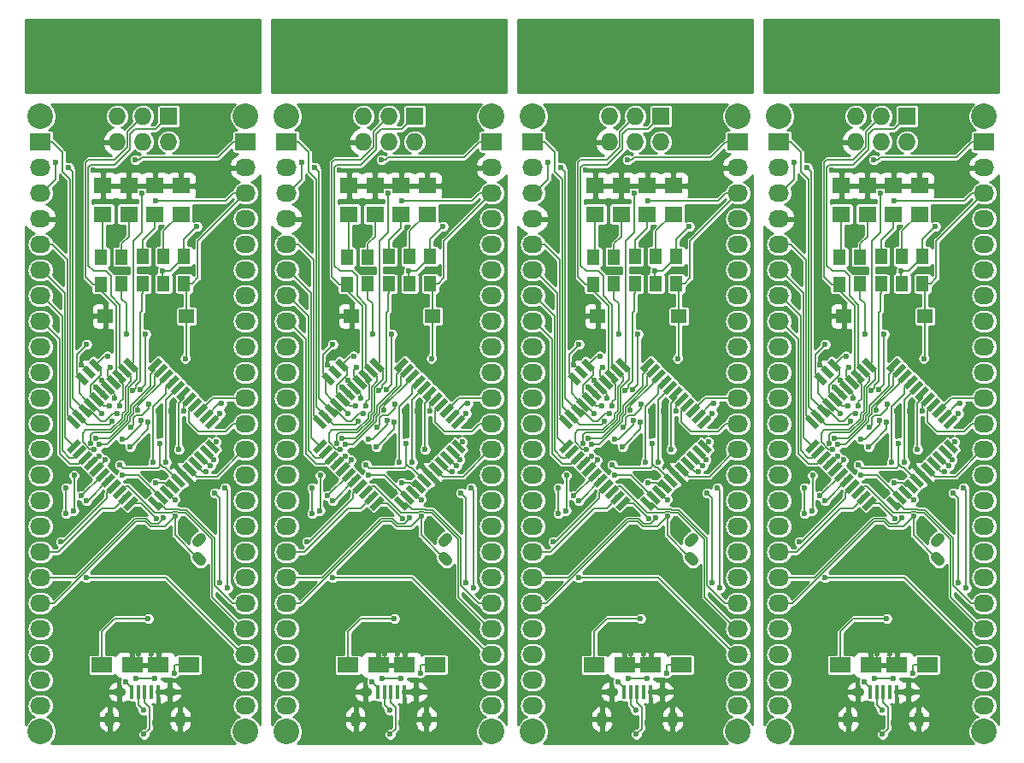
<source format=gtl>
G04 #@! TF.GenerationSoftware,KiCad,Pcbnew,5.1.0-rc1-unknown-e6a200b~76~ubuntu16.04.1*
G04 #@! TF.CreationDate,2019-02-18T11:20:04+01:00
G04 #@! TF.ProjectId,nano324,6e616e6f-3332-4342-9e6b-696361645f70,rev?*
G04 #@! TF.SameCoordinates,Original*
G04 #@! TF.FileFunction,Copper,L1,Top*
G04 #@! TF.FilePolarity,Positive*
%FSLAX46Y46*%
G04 Gerber Fmt 4.6, Leading zero omitted, Abs format (unit mm)*
G04 Created by KiCad (PCBNEW 5.1.0-rc1-unknown-e6a200b~76~ubuntu16.04.1) date 2019-02-18 11:20:04*
%MOMM*%
%LPD*%
G04 APERTURE LIST*
%ADD10C,2.540000*%
%ADD11R,1.300000X1.500000*%
%ADD12O,1.727200X1.727200*%
%ADD13R,1.727200X1.727200*%
%ADD14R,1.800860X1.597660*%
%ADD15R,2.032000X1.727200*%
%ADD16O,2.032000X1.727200*%
%ADD17C,1.000760*%
%ADD18C,1.000760*%
%ADD19C,0.550000*%
%ADD20C,0.100000*%
%ADD21R,2.148840X1.501140*%
%ADD22C,0.600000*%
%ADD23R,1.500000X1.400000*%
%ADD24O,1.000000X1.550000*%
%ADD25O,1.250000X0.950000*%
%ADD26R,0.400000X1.350000*%
%ADD27C,0.150000*%
%ADD28C,0.254000*%
G04 APERTURE END LIST*
D10*
X206324200Y-76708000D03*
D11*
X191998600Y-93361500D03*
X191998600Y-90661500D03*
D12*
X193624200Y-79248000D03*
X193624200Y-76708000D03*
X196164200Y-79248000D03*
X196164200Y-76708000D03*
X198704200Y-79248000D03*
D13*
X198704200Y-76708000D03*
D14*
X197370700Y-86431120D03*
X197370700Y-83591400D03*
D11*
X194056000Y-93336100D03*
X194056000Y-90636100D03*
D15*
X186004200Y-79248000D03*
D16*
X186004200Y-81788000D03*
X186004200Y-84328000D03*
X186004200Y-86868000D03*
X186004200Y-89408000D03*
X186004200Y-91948000D03*
X186004200Y-94488000D03*
X186004200Y-97028000D03*
X186004200Y-99568000D03*
X186004200Y-102108000D03*
X186004200Y-104648000D03*
X186004200Y-107188000D03*
X186004200Y-109728000D03*
X186004200Y-112268000D03*
X186004200Y-114808000D03*
X186004200Y-117348000D03*
X186004200Y-119888000D03*
X186004200Y-122428000D03*
X186004200Y-124968000D03*
X186004200Y-127508000D03*
X186004200Y-130048000D03*
X186004200Y-132588000D03*
X186004200Y-135128000D03*
D10*
X186004200Y-137668000D03*
D17*
X201710134Y-118672766D03*
D18*
X201533223Y-118849677D02*
X201887045Y-118495855D01*
D17*
X201710134Y-120595234D03*
D18*
X201887045Y-120772145D02*
X201533223Y-120418323D01*
D11*
X198196200Y-93298000D03*
X198196200Y-90598000D03*
X196126100Y-90614500D03*
X196126100Y-93314500D03*
D19*
X197366282Y-101345064D03*
D20*
G36*
X197030406Y-102069848D02*
G01*
X196641498Y-101680940D01*
X197702158Y-100620280D01*
X198091066Y-101009188D01*
X197030406Y-102069848D01*
X197030406Y-102069848D01*
G37*
D19*
X197931967Y-101910750D03*
D20*
G36*
X197596091Y-102635534D02*
G01*
X197207183Y-102246626D01*
X198267843Y-101185966D01*
X198656751Y-101574874D01*
X197596091Y-102635534D01*
X197596091Y-102635534D01*
G37*
D19*
X198497652Y-102476435D03*
D20*
G36*
X198161776Y-103201219D02*
G01*
X197772868Y-102812311D01*
X198833528Y-101751651D01*
X199222436Y-102140559D01*
X198161776Y-103201219D01*
X198161776Y-103201219D01*
G37*
D19*
X199063338Y-103042120D03*
D20*
G36*
X198727462Y-103766904D02*
G01*
X198338554Y-103377996D01*
X199399214Y-102317336D01*
X199788122Y-102706244D01*
X198727462Y-103766904D01*
X198727462Y-103766904D01*
G37*
D19*
X199629023Y-103607806D03*
D20*
G36*
X199293147Y-104332590D02*
G01*
X198904239Y-103943682D01*
X199964899Y-102883022D01*
X200353807Y-103271930D01*
X199293147Y-104332590D01*
X199293147Y-104332590D01*
G37*
D19*
X200194709Y-104173491D03*
D20*
G36*
X199858833Y-104898275D02*
G01*
X199469925Y-104509367D01*
X200530585Y-103448707D01*
X200919493Y-103837615D01*
X199858833Y-104898275D01*
X199858833Y-104898275D01*
G37*
D19*
X200760394Y-104739177D03*
D20*
G36*
X200424518Y-105463961D02*
G01*
X200035610Y-105075053D01*
X201096270Y-104014393D01*
X201485178Y-104403301D01*
X200424518Y-105463961D01*
X200424518Y-105463961D01*
G37*
D19*
X201326080Y-105304862D03*
D20*
G36*
X200990204Y-106029646D02*
G01*
X200601296Y-105640738D01*
X201661956Y-104580078D01*
X202050864Y-104968986D01*
X200990204Y-106029646D01*
X200990204Y-106029646D01*
G37*
D19*
X201891765Y-105870548D03*
D20*
G36*
X201555889Y-106595332D02*
G01*
X201166981Y-106206424D01*
X202227641Y-105145764D01*
X202616549Y-105534672D01*
X201555889Y-106595332D01*
X201555889Y-106595332D01*
G37*
D19*
X202457450Y-106436233D03*
D20*
G36*
X202121574Y-107161017D02*
G01*
X201732666Y-106772109D01*
X202793326Y-105711449D01*
X203182234Y-106100357D01*
X202121574Y-107161017D01*
X202121574Y-107161017D01*
G37*
D19*
X203023136Y-107001918D03*
D20*
G36*
X202687260Y-107726702D02*
G01*
X202298352Y-107337794D01*
X203359012Y-106277134D01*
X203747920Y-106666042D01*
X202687260Y-107726702D01*
X202687260Y-107726702D01*
G37*
D19*
X203023136Y-109406082D03*
D20*
G36*
X202298352Y-109070206D02*
G01*
X202687260Y-108681298D01*
X203747920Y-109741958D01*
X203359012Y-110130866D01*
X202298352Y-109070206D01*
X202298352Y-109070206D01*
G37*
D19*
X202457450Y-109971767D03*
D20*
G36*
X201732666Y-109635891D02*
G01*
X202121574Y-109246983D01*
X203182234Y-110307643D01*
X202793326Y-110696551D01*
X201732666Y-109635891D01*
X201732666Y-109635891D01*
G37*
D19*
X201891765Y-110537452D03*
D20*
G36*
X201166981Y-110201576D02*
G01*
X201555889Y-109812668D01*
X202616549Y-110873328D01*
X202227641Y-111262236D01*
X201166981Y-110201576D01*
X201166981Y-110201576D01*
G37*
D19*
X201326080Y-111103138D03*
D20*
G36*
X200601296Y-110767262D02*
G01*
X200990204Y-110378354D01*
X202050864Y-111439014D01*
X201661956Y-111827922D01*
X200601296Y-110767262D01*
X200601296Y-110767262D01*
G37*
D19*
X200760394Y-111668823D03*
D20*
G36*
X200035610Y-111332947D02*
G01*
X200424518Y-110944039D01*
X201485178Y-112004699D01*
X201096270Y-112393607D01*
X200035610Y-111332947D01*
X200035610Y-111332947D01*
G37*
D19*
X200194709Y-112234509D03*
D20*
G36*
X199469925Y-111898633D02*
G01*
X199858833Y-111509725D01*
X200919493Y-112570385D01*
X200530585Y-112959293D01*
X199469925Y-111898633D01*
X199469925Y-111898633D01*
G37*
D19*
X199629023Y-112800194D03*
D20*
G36*
X198904239Y-112464318D02*
G01*
X199293147Y-112075410D01*
X200353807Y-113136070D01*
X199964899Y-113524978D01*
X198904239Y-112464318D01*
X198904239Y-112464318D01*
G37*
D19*
X199063338Y-113365880D03*
D20*
G36*
X198338554Y-113030004D02*
G01*
X198727462Y-112641096D01*
X199788122Y-113701756D01*
X199399214Y-114090664D01*
X198338554Y-113030004D01*
X198338554Y-113030004D01*
G37*
D19*
X198497652Y-113931565D03*
D20*
G36*
X197772868Y-113595689D02*
G01*
X198161776Y-113206781D01*
X199222436Y-114267441D01*
X198833528Y-114656349D01*
X197772868Y-113595689D01*
X197772868Y-113595689D01*
G37*
D19*
X197931967Y-114497250D03*
D20*
G36*
X197207183Y-114161374D02*
G01*
X197596091Y-113772466D01*
X198656751Y-114833126D01*
X198267843Y-115222034D01*
X197207183Y-114161374D01*
X197207183Y-114161374D01*
G37*
D19*
X197366282Y-115062936D03*
D20*
G36*
X196641498Y-114727060D02*
G01*
X197030406Y-114338152D01*
X198091066Y-115398812D01*
X197702158Y-115787720D01*
X196641498Y-114727060D01*
X196641498Y-114727060D01*
G37*
D19*
X194962118Y-115062936D03*
D20*
G36*
X194626242Y-115787720D02*
G01*
X194237334Y-115398812D01*
X195297994Y-114338152D01*
X195686902Y-114727060D01*
X194626242Y-115787720D01*
X194626242Y-115787720D01*
G37*
D19*
X194396433Y-114497250D03*
D20*
G36*
X194060557Y-115222034D02*
G01*
X193671649Y-114833126D01*
X194732309Y-113772466D01*
X195121217Y-114161374D01*
X194060557Y-115222034D01*
X194060557Y-115222034D01*
G37*
D19*
X193830748Y-113931565D03*
D20*
G36*
X193494872Y-114656349D02*
G01*
X193105964Y-114267441D01*
X194166624Y-113206781D01*
X194555532Y-113595689D01*
X193494872Y-114656349D01*
X193494872Y-114656349D01*
G37*
D19*
X193265062Y-113365880D03*
D20*
G36*
X192929186Y-114090664D02*
G01*
X192540278Y-113701756D01*
X193600938Y-112641096D01*
X193989846Y-113030004D01*
X192929186Y-114090664D01*
X192929186Y-114090664D01*
G37*
D19*
X192699377Y-112800194D03*
D20*
G36*
X192363501Y-113524978D02*
G01*
X191974593Y-113136070D01*
X193035253Y-112075410D01*
X193424161Y-112464318D01*
X192363501Y-113524978D01*
X192363501Y-113524978D01*
G37*
D19*
X192133691Y-112234509D03*
D20*
G36*
X191797815Y-112959293D02*
G01*
X191408907Y-112570385D01*
X192469567Y-111509725D01*
X192858475Y-111898633D01*
X191797815Y-112959293D01*
X191797815Y-112959293D01*
G37*
D19*
X191568006Y-111668823D03*
D20*
G36*
X191232130Y-112393607D02*
G01*
X190843222Y-112004699D01*
X191903882Y-110944039D01*
X192292790Y-111332947D01*
X191232130Y-112393607D01*
X191232130Y-112393607D01*
G37*
D19*
X191002320Y-111103138D03*
D20*
G36*
X190666444Y-111827922D02*
G01*
X190277536Y-111439014D01*
X191338196Y-110378354D01*
X191727104Y-110767262D01*
X190666444Y-111827922D01*
X190666444Y-111827922D01*
G37*
D19*
X190436635Y-110537452D03*
D20*
G36*
X190100759Y-111262236D02*
G01*
X189711851Y-110873328D01*
X190772511Y-109812668D01*
X191161419Y-110201576D01*
X190100759Y-111262236D01*
X190100759Y-111262236D01*
G37*
D19*
X189870950Y-109971767D03*
D20*
G36*
X189535074Y-110696551D02*
G01*
X189146166Y-110307643D01*
X190206826Y-109246983D01*
X190595734Y-109635891D01*
X189535074Y-110696551D01*
X189535074Y-110696551D01*
G37*
D19*
X189305264Y-109406082D03*
D20*
G36*
X188969388Y-110130866D02*
G01*
X188580480Y-109741958D01*
X189641140Y-108681298D01*
X190030048Y-109070206D01*
X188969388Y-110130866D01*
X188969388Y-110130866D01*
G37*
D19*
X189305264Y-107001918D03*
D20*
G36*
X188580480Y-106666042D02*
G01*
X188969388Y-106277134D01*
X190030048Y-107337794D01*
X189641140Y-107726702D01*
X188580480Y-106666042D01*
X188580480Y-106666042D01*
G37*
D19*
X189870950Y-106436233D03*
D20*
G36*
X189146166Y-106100357D02*
G01*
X189535074Y-105711449D01*
X190595734Y-106772109D01*
X190206826Y-107161017D01*
X189146166Y-106100357D01*
X189146166Y-106100357D01*
G37*
D19*
X190436635Y-105870548D03*
D20*
G36*
X189711851Y-105534672D02*
G01*
X190100759Y-105145764D01*
X191161419Y-106206424D01*
X190772511Y-106595332D01*
X189711851Y-105534672D01*
X189711851Y-105534672D01*
G37*
D19*
X191002320Y-105304862D03*
D20*
G36*
X190277536Y-104968986D02*
G01*
X190666444Y-104580078D01*
X191727104Y-105640738D01*
X191338196Y-106029646D01*
X190277536Y-104968986D01*
X190277536Y-104968986D01*
G37*
D19*
X191568006Y-104739177D03*
D20*
G36*
X190843222Y-104403301D02*
G01*
X191232130Y-104014393D01*
X192292790Y-105075053D01*
X191903882Y-105463961D01*
X190843222Y-104403301D01*
X190843222Y-104403301D01*
G37*
D19*
X192133691Y-104173491D03*
D20*
G36*
X191408907Y-103837615D02*
G01*
X191797815Y-103448707D01*
X192858475Y-104509367D01*
X192469567Y-104898275D01*
X191408907Y-103837615D01*
X191408907Y-103837615D01*
G37*
D19*
X192699377Y-103607806D03*
D20*
G36*
X191974593Y-103271930D02*
G01*
X192363501Y-102883022D01*
X193424161Y-103943682D01*
X193035253Y-104332590D01*
X191974593Y-103271930D01*
X191974593Y-103271930D01*
G37*
D19*
X193265062Y-103042120D03*
D20*
G36*
X192540278Y-102706244D02*
G01*
X192929186Y-102317336D01*
X193989846Y-103377996D01*
X193600938Y-103766904D01*
X192540278Y-102706244D01*
X192540278Y-102706244D01*
G37*
D19*
X193830748Y-102476435D03*
D20*
G36*
X193105964Y-102140559D02*
G01*
X193494872Y-101751651D01*
X194555532Y-102812311D01*
X194166624Y-103201219D01*
X193105964Y-102140559D01*
X193105964Y-102140559D01*
G37*
D19*
X194396433Y-101910750D03*
D20*
G36*
X193671649Y-101574874D02*
G01*
X194060557Y-101185966D01*
X195121217Y-102246626D01*
X194732309Y-102635534D01*
X193671649Y-101574874D01*
X193671649Y-101574874D01*
G37*
D19*
X194962118Y-101345064D03*
D20*
G36*
X194237334Y-101009188D02*
G01*
X194626242Y-100620280D01*
X195686902Y-101680940D01*
X195297994Y-102069848D01*
X194237334Y-101009188D01*
X194237334Y-101009188D01*
G37*
D21*
X195102480Y-131089400D03*
X192100200Y-131089400D03*
D22*
X190793449Y-102017751D03*
D20*
G36*
X190545962Y-101346000D02*
G01*
X191465200Y-102265238D01*
X191040936Y-102689502D01*
X190121698Y-101770264D01*
X190545962Y-101346000D01*
X190545962Y-101346000D01*
G37*
D22*
X190121697Y-102689503D03*
D20*
G36*
X189874210Y-102017752D02*
G01*
X190793448Y-102936990D01*
X190369184Y-103361254D01*
X189449946Y-102442016D01*
X189874210Y-102017752D01*
X189874210Y-102017752D01*
G37*
D22*
X191465200Y-101346000D03*
D20*
G36*
X191217713Y-100674249D02*
G01*
X192136951Y-101593487D01*
X191712687Y-102017751D01*
X190793449Y-101098513D01*
X191217713Y-100674249D01*
X191217713Y-100674249D01*
G37*
D10*
X186004200Y-76708000D03*
D14*
X199936100Y-86431120D03*
X199936100Y-83591400D03*
D23*
X200482200Y-96520000D03*
X192428600Y-96511600D03*
D11*
X200228200Y-90598000D03*
X200228200Y-93298000D03*
D14*
X192176400Y-83578700D03*
X192176400Y-86418420D03*
D24*
X199851300Y-136445460D03*
X192851300Y-136445460D03*
D25*
X198851300Y-133745460D03*
X193851300Y-133745460D03*
D26*
X197651300Y-133745460D03*
X197001300Y-133745460D03*
X196351300Y-133745460D03*
X195701300Y-133745460D03*
X195051300Y-133745460D03*
D14*
X194767200Y-86418420D03*
X194767200Y-83578700D03*
D21*
X200703180Y-131064000D03*
X197700900Y-131064000D03*
D10*
X206324200Y-137668000D03*
D16*
X206324200Y-135128000D03*
X206324200Y-132588000D03*
X206324200Y-130048000D03*
X206324200Y-127508000D03*
X206324200Y-124968000D03*
X206324200Y-122428000D03*
X206324200Y-119888000D03*
X206324200Y-117348000D03*
X206324200Y-114808000D03*
X206324200Y-112268000D03*
X206324200Y-109728000D03*
X206324200Y-107188000D03*
X206324200Y-104648000D03*
X206324200Y-102108000D03*
X206324200Y-99568000D03*
X206324200Y-97028000D03*
X206324200Y-94488000D03*
X206324200Y-91948000D03*
X206324200Y-89408000D03*
X206324200Y-86868000D03*
X206324200Y-84328000D03*
X206324200Y-81788000D03*
D15*
X206324200Y-79248000D03*
D10*
X181940200Y-76708000D03*
D11*
X167614600Y-93361500D03*
X167614600Y-90661500D03*
D12*
X169240200Y-79248000D03*
X169240200Y-76708000D03*
X171780200Y-79248000D03*
X171780200Y-76708000D03*
X174320200Y-79248000D03*
D13*
X174320200Y-76708000D03*
D14*
X172986700Y-86431120D03*
X172986700Y-83591400D03*
D11*
X169672000Y-93336100D03*
X169672000Y-90636100D03*
D15*
X161620200Y-79248000D03*
D16*
X161620200Y-81788000D03*
X161620200Y-84328000D03*
X161620200Y-86868000D03*
X161620200Y-89408000D03*
X161620200Y-91948000D03*
X161620200Y-94488000D03*
X161620200Y-97028000D03*
X161620200Y-99568000D03*
X161620200Y-102108000D03*
X161620200Y-104648000D03*
X161620200Y-107188000D03*
X161620200Y-109728000D03*
X161620200Y-112268000D03*
X161620200Y-114808000D03*
X161620200Y-117348000D03*
X161620200Y-119888000D03*
X161620200Y-122428000D03*
X161620200Y-124968000D03*
X161620200Y-127508000D03*
X161620200Y-130048000D03*
X161620200Y-132588000D03*
X161620200Y-135128000D03*
D10*
X161620200Y-137668000D03*
D17*
X177326134Y-118672766D03*
D18*
X177149223Y-118849677D02*
X177503045Y-118495855D01*
D17*
X177326134Y-120595234D03*
D18*
X177503045Y-120772145D02*
X177149223Y-120418323D01*
D11*
X173812200Y-93298000D03*
X173812200Y-90598000D03*
X171742100Y-90614500D03*
X171742100Y-93314500D03*
D19*
X172982282Y-101345064D03*
D20*
G36*
X172646406Y-102069848D02*
G01*
X172257498Y-101680940D01*
X173318158Y-100620280D01*
X173707066Y-101009188D01*
X172646406Y-102069848D01*
X172646406Y-102069848D01*
G37*
D19*
X173547967Y-101910750D03*
D20*
G36*
X173212091Y-102635534D02*
G01*
X172823183Y-102246626D01*
X173883843Y-101185966D01*
X174272751Y-101574874D01*
X173212091Y-102635534D01*
X173212091Y-102635534D01*
G37*
D19*
X174113652Y-102476435D03*
D20*
G36*
X173777776Y-103201219D02*
G01*
X173388868Y-102812311D01*
X174449528Y-101751651D01*
X174838436Y-102140559D01*
X173777776Y-103201219D01*
X173777776Y-103201219D01*
G37*
D19*
X174679338Y-103042120D03*
D20*
G36*
X174343462Y-103766904D02*
G01*
X173954554Y-103377996D01*
X175015214Y-102317336D01*
X175404122Y-102706244D01*
X174343462Y-103766904D01*
X174343462Y-103766904D01*
G37*
D19*
X175245023Y-103607806D03*
D20*
G36*
X174909147Y-104332590D02*
G01*
X174520239Y-103943682D01*
X175580899Y-102883022D01*
X175969807Y-103271930D01*
X174909147Y-104332590D01*
X174909147Y-104332590D01*
G37*
D19*
X175810709Y-104173491D03*
D20*
G36*
X175474833Y-104898275D02*
G01*
X175085925Y-104509367D01*
X176146585Y-103448707D01*
X176535493Y-103837615D01*
X175474833Y-104898275D01*
X175474833Y-104898275D01*
G37*
D19*
X176376394Y-104739177D03*
D20*
G36*
X176040518Y-105463961D02*
G01*
X175651610Y-105075053D01*
X176712270Y-104014393D01*
X177101178Y-104403301D01*
X176040518Y-105463961D01*
X176040518Y-105463961D01*
G37*
D19*
X176942080Y-105304862D03*
D20*
G36*
X176606204Y-106029646D02*
G01*
X176217296Y-105640738D01*
X177277956Y-104580078D01*
X177666864Y-104968986D01*
X176606204Y-106029646D01*
X176606204Y-106029646D01*
G37*
D19*
X177507765Y-105870548D03*
D20*
G36*
X177171889Y-106595332D02*
G01*
X176782981Y-106206424D01*
X177843641Y-105145764D01*
X178232549Y-105534672D01*
X177171889Y-106595332D01*
X177171889Y-106595332D01*
G37*
D19*
X178073450Y-106436233D03*
D20*
G36*
X177737574Y-107161017D02*
G01*
X177348666Y-106772109D01*
X178409326Y-105711449D01*
X178798234Y-106100357D01*
X177737574Y-107161017D01*
X177737574Y-107161017D01*
G37*
D19*
X178639136Y-107001918D03*
D20*
G36*
X178303260Y-107726702D02*
G01*
X177914352Y-107337794D01*
X178975012Y-106277134D01*
X179363920Y-106666042D01*
X178303260Y-107726702D01*
X178303260Y-107726702D01*
G37*
D19*
X178639136Y-109406082D03*
D20*
G36*
X177914352Y-109070206D02*
G01*
X178303260Y-108681298D01*
X179363920Y-109741958D01*
X178975012Y-110130866D01*
X177914352Y-109070206D01*
X177914352Y-109070206D01*
G37*
D19*
X178073450Y-109971767D03*
D20*
G36*
X177348666Y-109635891D02*
G01*
X177737574Y-109246983D01*
X178798234Y-110307643D01*
X178409326Y-110696551D01*
X177348666Y-109635891D01*
X177348666Y-109635891D01*
G37*
D19*
X177507765Y-110537452D03*
D20*
G36*
X176782981Y-110201576D02*
G01*
X177171889Y-109812668D01*
X178232549Y-110873328D01*
X177843641Y-111262236D01*
X176782981Y-110201576D01*
X176782981Y-110201576D01*
G37*
D19*
X176942080Y-111103138D03*
D20*
G36*
X176217296Y-110767262D02*
G01*
X176606204Y-110378354D01*
X177666864Y-111439014D01*
X177277956Y-111827922D01*
X176217296Y-110767262D01*
X176217296Y-110767262D01*
G37*
D19*
X176376394Y-111668823D03*
D20*
G36*
X175651610Y-111332947D02*
G01*
X176040518Y-110944039D01*
X177101178Y-112004699D01*
X176712270Y-112393607D01*
X175651610Y-111332947D01*
X175651610Y-111332947D01*
G37*
D19*
X175810709Y-112234509D03*
D20*
G36*
X175085925Y-111898633D02*
G01*
X175474833Y-111509725D01*
X176535493Y-112570385D01*
X176146585Y-112959293D01*
X175085925Y-111898633D01*
X175085925Y-111898633D01*
G37*
D19*
X175245023Y-112800194D03*
D20*
G36*
X174520239Y-112464318D02*
G01*
X174909147Y-112075410D01*
X175969807Y-113136070D01*
X175580899Y-113524978D01*
X174520239Y-112464318D01*
X174520239Y-112464318D01*
G37*
D19*
X174679338Y-113365880D03*
D20*
G36*
X173954554Y-113030004D02*
G01*
X174343462Y-112641096D01*
X175404122Y-113701756D01*
X175015214Y-114090664D01*
X173954554Y-113030004D01*
X173954554Y-113030004D01*
G37*
D19*
X174113652Y-113931565D03*
D20*
G36*
X173388868Y-113595689D02*
G01*
X173777776Y-113206781D01*
X174838436Y-114267441D01*
X174449528Y-114656349D01*
X173388868Y-113595689D01*
X173388868Y-113595689D01*
G37*
D19*
X173547967Y-114497250D03*
D20*
G36*
X172823183Y-114161374D02*
G01*
X173212091Y-113772466D01*
X174272751Y-114833126D01*
X173883843Y-115222034D01*
X172823183Y-114161374D01*
X172823183Y-114161374D01*
G37*
D19*
X172982282Y-115062936D03*
D20*
G36*
X172257498Y-114727060D02*
G01*
X172646406Y-114338152D01*
X173707066Y-115398812D01*
X173318158Y-115787720D01*
X172257498Y-114727060D01*
X172257498Y-114727060D01*
G37*
D19*
X170578118Y-115062936D03*
D20*
G36*
X170242242Y-115787720D02*
G01*
X169853334Y-115398812D01*
X170913994Y-114338152D01*
X171302902Y-114727060D01*
X170242242Y-115787720D01*
X170242242Y-115787720D01*
G37*
D19*
X170012433Y-114497250D03*
D20*
G36*
X169676557Y-115222034D02*
G01*
X169287649Y-114833126D01*
X170348309Y-113772466D01*
X170737217Y-114161374D01*
X169676557Y-115222034D01*
X169676557Y-115222034D01*
G37*
D19*
X169446748Y-113931565D03*
D20*
G36*
X169110872Y-114656349D02*
G01*
X168721964Y-114267441D01*
X169782624Y-113206781D01*
X170171532Y-113595689D01*
X169110872Y-114656349D01*
X169110872Y-114656349D01*
G37*
D19*
X168881062Y-113365880D03*
D20*
G36*
X168545186Y-114090664D02*
G01*
X168156278Y-113701756D01*
X169216938Y-112641096D01*
X169605846Y-113030004D01*
X168545186Y-114090664D01*
X168545186Y-114090664D01*
G37*
D19*
X168315377Y-112800194D03*
D20*
G36*
X167979501Y-113524978D02*
G01*
X167590593Y-113136070D01*
X168651253Y-112075410D01*
X169040161Y-112464318D01*
X167979501Y-113524978D01*
X167979501Y-113524978D01*
G37*
D19*
X167749691Y-112234509D03*
D20*
G36*
X167413815Y-112959293D02*
G01*
X167024907Y-112570385D01*
X168085567Y-111509725D01*
X168474475Y-111898633D01*
X167413815Y-112959293D01*
X167413815Y-112959293D01*
G37*
D19*
X167184006Y-111668823D03*
D20*
G36*
X166848130Y-112393607D02*
G01*
X166459222Y-112004699D01*
X167519882Y-110944039D01*
X167908790Y-111332947D01*
X166848130Y-112393607D01*
X166848130Y-112393607D01*
G37*
D19*
X166618320Y-111103138D03*
D20*
G36*
X166282444Y-111827922D02*
G01*
X165893536Y-111439014D01*
X166954196Y-110378354D01*
X167343104Y-110767262D01*
X166282444Y-111827922D01*
X166282444Y-111827922D01*
G37*
D19*
X166052635Y-110537452D03*
D20*
G36*
X165716759Y-111262236D02*
G01*
X165327851Y-110873328D01*
X166388511Y-109812668D01*
X166777419Y-110201576D01*
X165716759Y-111262236D01*
X165716759Y-111262236D01*
G37*
D19*
X165486950Y-109971767D03*
D20*
G36*
X165151074Y-110696551D02*
G01*
X164762166Y-110307643D01*
X165822826Y-109246983D01*
X166211734Y-109635891D01*
X165151074Y-110696551D01*
X165151074Y-110696551D01*
G37*
D19*
X164921264Y-109406082D03*
D20*
G36*
X164585388Y-110130866D02*
G01*
X164196480Y-109741958D01*
X165257140Y-108681298D01*
X165646048Y-109070206D01*
X164585388Y-110130866D01*
X164585388Y-110130866D01*
G37*
D19*
X164921264Y-107001918D03*
D20*
G36*
X164196480Y-106666042D02*
G01*
X164585388Y-106277134D01*
X165646048Y-107337794D01*
X165257140Y-107726702D01*
X164196480Y-106666042D01*
X164196480Y-106666042D01*
G37*
D19*
X165486950Y-106436233D03*
D20*
G36*
X164762166Y-106100357D02*
G01*
X165151074Y-105711449D01*
X166211734Y-106772109D01*
X165822826Y-107161017D01*
X164762166Y-106100357D01*
X164762166Y-106100357D01*
G37*
D19*
X166052635Y-105870548D03*
D20*
G36*
X165327851Y-105534672D02*
G01*
X165716759Y-105145764D01*
X166777419Y-106206424D01*
X166388511Y-106595332D01*
X165327851Y-105534672D01*
X165327851Y-105534672D01*
G37*
D19*
X166618320Y-105304862D03*
D20*
G36*
X165893536Y-104968986D02*
G01*
X166282444Y-104580078D01*
X167343104Y-105640738D01*
X166954196Y-106029646D01*
X165893536Y-104968986D01*
X165893536Y-104968986D01*
G37*
D19*
X167184006Y-104739177D03*
D20*
G36*
X166459222Y-104403301D02*
G01*
X166848130Y-104014393D01*
X167908790Y-105075053D01*
X167519882Y-105463961D01*
X166459222Y-104403301D01*
X166459222Y-104403301D01*
G37*
D19*
X167749691Y-104173491D03*
D20*
G36*
X167024907Y-103837615D02*
G01*
X167413815Y-103448707D01*
X168474475Y-104509367D01*
X168085567Y-104898275D01*
X167024907Y-103837615D01*
X167024907Y-103837615D01*
G37*
D19*
X168315377Y-103607806D03*
D20*
G36*
X167590593Y-103271930D02*
G01*
X167979501Y-102883022D01*
X169040161Y-103943682D01*
X168651253Y-104332590D01*
X167590593Y-103271930D01*
X167590593Y-103271930D01*
G37*
D19*
X168881062Y-103042120D03*
D20*
G36*
X168156278Y-102706244D02*
G01*
X168545186Y-102317336D01*
X169605846Y-103377996D01*
X169216938Y-103766904D01*
X168156278Y-102706244D01*
X168156278Y-102706244D01*
G37*
D19*
X169446748Y-102476435D03*
D20*
G36*
X168721964Y-102140559D02*
G01*
X169110872Y-101751651D01*
X170171532Y-102812311D01*
X169782624Y-103201219D01*
X168721964Y-102140559D01*
X168721964Y-102140559D01*
G37*
D19*
X170012433Y-101910750D03*
D20*
G36*
X169287649Y-101574874D02*
G01*
X169676557Y-101185966D01*
X170737217Y-102246626D01*
X170348309Y-102635534D01*
X169287649Y-101574874D01*
X169287649Y-101574874D01*
G37*
D19*
X170578118Y-101345064D03*
D20*
G36*
X169853334Y-101009188D02*
G01*
X170242242Y-100620280D01*
X171302902Y-101680940D01*
X170913994Y-102069848D01*
X169853334Y-101009188D01*
X169853334Y-101009188D01*
G37*
D21*
X170718480Y-131089400D03*
X167716200Y-131089400D03*
D22*
X166409449Y-102017751D03*
D20*
G36*
X166161962Y-101346000D02*
G01*
X167081200Y-102265238D01*
X166656936Y-102689502D01*
X165737698Y-101770264D01*
X166161962Y-101346000D01*
X166161962Y-101346000D01*
G37*
D22*
X165737697Y-102689503D03*
D20*
G36*
X165490210Y-102017752D02*
G01*
X166409448Y-102936990D01*
X165985184Y-103361254D01*
X165065946Y-102442016D01*
X165490210Y-102017752D01*
X165490210Y-102017752D01*
G37*
D22*
X167081200Y-101346000D03*
D20*
G36*
X166833713Y-100674249D02*
G01*
X167752951Y-101593487D01*
X167328687Y-102017751D01*
X166409449Y-101098513D01*
X166833713Y-100674249D01*
X166833713Y-100674249D01*
G37*
D10*
X161620200Y-76708000D03*
D14*
X175552100Y-86431120D03*
X175552100Y-83591400D03*
D23*
X176098200Y-96520000D03*
X168044600Y-96511600D03*
D11*
X175844200Y-90598000D03*
X175844200Y-93298000D03*
D14*
X167792400Y-83578700D03*
X167792400Y-86418420D03*
D24*
X175467300Y-136445460D03*
X168467300Y-136445460D03*
D25*
X174467300Y-133745460D03*
X169467300Y-133745460D03*
D26*
X173267300Y-133745460D03*
X172617300Y-133745460D03*
X171967300Y-133745460D03*
X171317300Y-133745460D03*
X170667300Y-133745460D03*
D14*
X170383200Y-86418420D03*
X170383200Y-83578700D03*
D21*
X176319180Y-131064000D03*
X173316900Y-131064000D03*
D10*
X181940200Y-137668000D03*
D16*
X181940200Y-135128000D03*
X181940200Y-132588000D03*
X181940200Y-130048000D03*
X181940200Y-127508000D03*
X181940200Y-124968000D03*
X181940200Y-122428000D03*
X181940200Y-119888000D03*
X181940200Y-117348000D03*
X181940200Y-114808000D03*
X181940200Y-112268000D03*
X181940200Y-109728000D03*
X181940200Y-107188000D03*
X181940200Y-104648000D03*
X181940200Y-102108000D03*
X181940200Y-99568000D03*
X181940200Y-97028000D03*
X181940200Y-94488000D03*
X181940200Y-91948000D03*
X181940200Y-89408000D03*
X181940200Y-86868000D03*
X181940200Y-84328000D03*
X181940200Y-81788000D03*
D15*
X181940200Y-79248000D03*
D10*
X157556200Y-76708000D03*
D11*
X143230600Y-93361500D03*
X143230600Y-90661500D03*
D12*
X144856200Y-79248000D03*
X144856200Y-76708000D03*
X147396200Y-79248000D03*
X147396200Y-76708000D03*
X149936200Y-79248000D03*
D13*
X149936200Y-76708000D03*
D14*
X148602700Y-86431120D03*
X148602700Y-83591400D03*
D11*
X145288000Y-93336100D03*
X145288000Y-90636100D03*
D15*
X137236200Y-79248000D03*
D16*
X137236200Y-81788000D03*
X137236200Y-84328000D03*
X137236200Y-86868000D03*
X137236200Y-89408000D03*
X137236200Y-91948000D03*
X137236200Y-94488000D03*
X137236200Y-97028000D03*
X137236200Y-99568000D03*
X137236200Y-102108000D03*
X137236200Y-104648000D03*
X137236200Y-107188000D03*
X137236200Y-109728000D03*
X137236200Y-112268000D03*
X137236200Y-114808000D03*
X137236200Y-117348000D03*
X137236200Y-119888000D03*
X137236200Y-122428000D03*
X137236200Y-124968000D03*
X137236200Y-127508000D03*
X137236200Y-130048000D03*
X137236200Y-132588000D03*
X137236200Y-135128000D03*
D10*
X137236200Y-137668000D03*
D17*
X152942134Y-118672766D03*
D18*
X152765223Y-118849677D02*
X153119045Y-118495855D01*
D17*
X152942134Y-120595234D03*
D18*
X153119045Y-120772145D02*
X152765223Y-120418323D01*
D11*
X149428200Y-93298000D03*
X149428200Y-90598000D03*
X147358100Y-90614500D03*
X147358100Y-93314500D03*
D19*
X148598282Y-101345064D03*
D20*
G36*
X148262406Y-102069848D02*
G01*
X147873498Y-101680940D01*
X148934158Y-100620280D01*
X149323066Y-101009188D01*
X148262406Y-102069848D01*
X148262406Y-102069848D01*
G37*
D19*
X149163967Y-101910750D03*
D20*
G36*
X148828091Y-102635534D02*
G01*
X148439183Y-102246626D01*
X149499843Y-101185966D01*
X149888751Y-101574874D01*
X148828091Y-102635534D01*
X148828091Y-102635534D01*
G37*
D19*
X149729652Y-102476435D03*
D20*
G36*
X149393776Y-103201219D02*
G01*
X149004868Y-102812311D01*
X150065528Y-101751651D01*
X150454436Y-102140559D01*
X149393776Y-103201219D01*
X149393776Y-103201219D01*
G37*
D19*
X150295338Y-103042120D03*
D20*
G36*
X149959462Y-103766904D02*
G01*
X149570554Y-103377996D01*
X150631214Y-102317336D01*
X151020122Y-102706244D01*
X149959462Y-103766904D01*
X149959462Y-103766904D01*
G37*
D19*
X150861023Y-103607806D03*
D20*
G36*
X150525147Y-104332590D02*
G01*
X150136239Y-103943682D01*
X151196899Y-102883022D01*
X151585807Y-103271930D01*
X150525147Y-104332590D01*
X150525147Y-104332590D01*
G37*
D19*
X151426709Y-104173491D03*
D20*
G36*
X151090833Y-104898275D02*
G01*
X150701925Y-104509367D01*
X151762585Y-103448707D01*
X152151493Y-103837615D01*
X151090833Y-104898275D01*
X151090833Y-104898275D01*
G37*
D19*
X151992394Y-104739177D03*
D20*
G36*
X151656518Y-105463961D02*
G01*
X151267610Y-105075053D01*
X152328270Y-104014393D01*
X152717178Y-104403301D01*
X151656518Y-105463961D01*
X151656518Y-105463961D01*
G37*
D19*
X152558080Y-105304862D03*
D20*
G36*
X152222204Y-106029646D02*
G01*
X151833296Y-105640738D01*
X152893956Y-104580078D01*
X153282864Y-104968986D01*
X152222204Y-106029646D01*
X152222204Y-106029646D01*
G37*
D19*
X153123765Y-105870548D03*
D20*
G36*
X152787889Y-106595332D02*
G01*
X152398981Y-106206424D01*
X153459641Y-105145764D01*
X153848549Y-105534672D01*
X152787889Y-106595332D01*
X152787889Y-106595332D01*
G37*
D19*
X153689450Y-106436233D03*
D20*
G36*
X153353574Y-107161017D02*
G01*
X152964666Y-106772109D01*
X154025326Y-105711449D01*
X154414234Y-106100357D01*
X153353574Y-107161017D01*
X153353574Y-107161017D01*
G37*
D19*
X154255136Y-107001918D03*
D20*
G36*
X153919260Y-107726702D02*
G01*
X153530352Y-107337794D01*
X154591012Y-106277134D01*
X154979920Y-106666042D01*
X153919260Y-107726702D01*
X153919260Y-107726702D01*
G37*
D19*
X154255136Y-109406082D03*
D20*
G36*
X153530352Y-109070206D02*
G01*
X153919260Y-108681298D01*
X154979920Y-109741958D01*
X154591012Y-110130866D01*
X153530352Y-109070206D01*
X153530352Y-109070206D01*
G37*
D19*
X153689450Y-109971767D03*
D20*
G36*
X152964666Y-109635891D02*
G01*
X153353574Y-109246983D01*
X154414234Y-110307643D01*
X154025326Y-110696551D01*
X152964666Y-109635891D01*
X152964666Y-109635891D01*
G37*
D19*
X153123765Y-110537452D03*
D20*
G36*
X152398981Y-110201576D02*
G01*
X152787889Y-109812668D01*
X153848549Y-110873328D01*
X153459641Y-111262236D01*
X152398981Y-110201576D01*
X152398981Y-110201576D01*
G37*
D19*
X152558080Y-111103138D03*
D20*
G36*
X151833296Y-110767262D02*
G01*
X152222204Y-110378354D01*
X153282864Y-111439014D01*
X152893956Y-111827922D01*
X151833296Y-110767262D01*
X151833296Y-110767262D01*
G37*
D19*
X151992394Y-111668823D03*
D20*
G36*
X151267610Y-111332947D02*
G01*
X151656518Y-110944039D01*
X152717178Y-112004699D01*
X152328270Y-112393607D01*
X151267610Y-111332947D01*
X151267610Y-111332947D01*
G37*
D19*
X151426709Y-112234509D03*
D20*
G36*
X150701925Y-111898633D02*
G01*
X151090833Y-111509725D01*
X152151493Y-112570385D01*
X151762585Y-112959293D01*
X150701925Y-111898633D01*
X150701925Y-111898633D01*
G37*
D19*
X150861023Y-112800194D03*
D20*
G36*
X150136239Y-112464318D02*
G01*
X150525147Y-112075410D01*
X151585807Y-113136070D01*
X151196899Y-113524978D01*
X150136239Y-112464318D01*
X150136239Y-112464318D01*
G37*
D19*
X150295338Y-113365880D03*
D20*
G36*
X149570554Y-113030004D02*
G01*
X149959462Y-112641096D01*
X151020122Y-113701756D01*
X150631214Y-114090664D01*
X149570554Y-113030004D01*
X149570554Y-113030004D01*
G37*
D19*
X149729652Y-113931565D03*
D20*
G36*
X149004868Y-113595689D02*
G01*
X149393776Y-113206781D01*
X150454436Y-114267441D01*
X150065528Y-114656349D01*
X149004868Y-113595689D01*
X149004868Y-113595689D01*
G37*
D19*
X149163967Y-114497250D03*
D20*
G36*
X148439183Y-114161374D02*
G01*
X148828091Y-113772466D01*
X149888751Y-114833126D01*
X149499843Y-115222034D01*
X148439183Y-114161374D01*
X148439183Y-114161374D01*
G37*
D19*
X148598282Y-115062936D03*
D20*
G36*
X147873498Y-114727060D02*
G01*
X148262406Y-114338152D01*
X149323066Y-115398812D01*
X148934158Y-115787720D01*
X147873498Y-114727060D01*
X147873498Y-114727060D01*
G37*
D19*
X146194118Y-115062936D03*
D20*
G36*
X145858242Y-115787720D02*
G01*
X145469334Y-115398812D01*
X146529994Y-114338152D01*
X146918902Y-114727060D01*
X145858242Y-115787720D01*
X145858242Y-115787720D01*
G37*
D19*
X145628433Y-114497250D03*
D20*
G36*
X145292557Y-115222034D02*
G01*
X144903649Y-114833126D01*
X145964309Y-113772466D01*
X146353217Y-114161374D01*
X145292557Y-115222034D01*
X145292557Y-115222034D01*
G37*
D19*
X145062748Y-113931565D03*
D20*
G36*
X144726872Y-114656349D02*
G01*
X144337964Y-114267441D01*
X145398624Y-113206781D01*
X145787532Y-113595689D01*
X144726872Y-114656349D01*
X144726872Y-114656349D01*
G37*
D19*
X144497062Y-113365880D03*
D20*
G36*
X144161186Y-114090664D02*
G01*
X143772278Y-113701756D01*
X144832938Y-112641096D01*
X145221846Y-113030004D01*
X144161186Y-114090664D01*
X144161186Y-114090664D01*
G37*
D19*
X143931377Y-112800194D03*
D20*
G36*
X143595501Y-113524978D02*
G01*
X143206593Y-113136070D01*
X144267253Y-112075410D01*
X144656161Y-112464318D01*
X143595501Y-113524978D01*
X143595501Y-113524978D01*
G37*
D19*
X143365691Y-112234509D03*
D20*
G36*
X143029815Y-112959293D02*
G01*
X142640907Y-112570385D01*
X143701567Y-111509725D01*
X144090475Y-111898633D01*
X143029815Y-112959293D01*
X143029815Y-112959293D01*
G37*
D19*
X142800006Y-111668823D03*
D20*
G36*
X142464130Y-112393607D02*
G01*
X142075222Y-112004699D01*
X143135882Y-110944039D01*
X143524790Y-111332947D01*
X142464130Y-112393607D01*
X142464130Y-112393607D01*
G37*
D19*
X142234320Y-111103138D03*
D20*
G36*
X141898444Y-111827922D02*
G01*
X141509536Y-111439014D01*
X142570196Y-110378354D01*
X142959104Y-110767262D01*
X141898444Y-111827922D01*
X141898444Y-111827922D01*
G37*
D19*
X141668635Y-110537452D03*
D20*
G36*
X141332759Y-111262236D02*
G01*
X140943851Y-110873328D01*
X142004511Y-109812668D01*
X142393419Y-110201576D01*
X141332759Y-111262236D01*
X141332759Y-111262236D01*
G37*
D19*
X141102950Y-109971767D03*
D20*
G36*
X140767074Y-110696551D02*
G01*
X140378166Y-110307643D01*
X141438826Y-109246983D01*
X141827734Y-109635891D01*
X140767074Y-110696551D01*
X140767074Y-110696551D01*
G37*
D19*
X140537264Y-109406082D03*
D20*
G36*
X140201388Y-110130866D02*
G01*
X139812480Y-109741958D01*
X140873140Y-108681298D01*
X141262048Y-109070206D01*
X140201388Y-110130866D01*
X140201388Y-110130866D01*
G37*
D19*
X140537264Y-107001918D03*
D20*
G36*
X139812480Y-106666042D02*
G01*
X140201388Y-106277134D01*
X141262048Y-107337794D01*
X140873140Y-107726702D01*
X139812480Y-106666042D01*
X139812480Y-106666042D01*
G37*
D19*
X141102950Y-106436233D03*
D20*
G36*
X140378166Y-106100357D02*
G01*
X140767074Y-105711449D01*
X141827734Y-106772109D01*
X141438826Y-107161017D01*
X140378166Y-106100357D01*
X140378166Y-106100357D01*
G37*
D19*
X141668635Y-105870548D03*
D20*
G36*
X140943851Y-105534672D02*
G01*
X141332759Y-105145764D01*
X142393419Y-106206424D01*
X142004511Y-106595332D01*
X140943851Y-105534672D01*
X140943851Y-105534672D01*
G37*
D19*
X142234320Y-105304862D03*
D20*
G36*
X141509536Y-104968986D02*
G01*
X141898444Y-104580078D01*
X142959104Y-105640738D01*
X142570196Y-106029646D01*
X141509536Y-104968986D01*
X141509536Y-104968986D01*
G37*
D19*
X142800006Y-104739177D03*
D20*
G36*
X142075222Y-104403301D02*
G01*
X142464130Y-104014393D01*
X143524790Y-105075053D01*
X143135882Y-105463961D01*
X142075222Y-104403301D01*
X142075222Y-104403301D01*
G37*
D19*
X143365691Y-104173491D03*
D20*
G36*
X142640907Y-103837615D02*
G01*
X143029815Y-103448707D01*
X144090475Y-104509367D01*
X143701567Y-104898275D01*
X142640907Y-103837615D01*
X142640907Y-103837615D01*
G37*
D19*
X143931377Y-103607806D03*
D20*
G36*
X143206593Y-103271930D02*
G01*
X143595501Y-102883022D01*
X144656161Y-103943682D01*
X144267253Y-104332590D01*
X143206593Y-103271930D01*
X143206593Y-103271930D01*
G37*
D19*
X144497062Y-103042120D03*
D20*
G36*
X143772278Y-102706244D02*
G01*
X144161186Y-102317336D01*
X145221846Y-103377996D01*
X144832938Y-103766904D01*
X143772278Y-102706244D01*
X143772278Y-102706244D01*
G37*
D19*
X145062748Y-102476435D03*
D20*
G36*
X144337964Y-102140559D02*
G01*
X144726872Y-101751651D01*
X145787532Y-102812311D01*
X145398624Y-103201219D01*
X144337964Y-102140559D01*
X144337964Y-102140559D01*
G37*
D19*
X145628433Y-101910750D03*
D20*
G36*
X144903649Y-101574874D02*
G01*
X145292557Y-101185966D01*
X146353217Y-102246626D01*
X145964309Y-102635534D01*
X144903649Y-101574874D01*
X144903649Y-101574874D01*
G37*
D19*
X146194118Y-101345064D03*
D20*
G36*
X145469334Y-101009188D02*
G01*
X145858242Y-100620280D01*
X146918902Y-101680940D01*
X146529994Y-102069848D01*
X145469334Y-101009188D01*
X145469334Y-101009188D01*
G37*
D21*
X146334480Y-131089400D03*
X143332200Y-131089400D03*
D22*
X142025449Y-102017751D03*
D20*
G36*
X141777962Y-101346000D02*
G01*
X142697200Y-102265238D01*
X142272936Y-102689502D01*
X141353698Y-101770264D01*
X141777962Y-101346000D01*
X141777962Y-101346000D01*
G37*
D22*
X141353697Y-102689503D03*
D20*
G36*
X141106210Y-102017752D02*
G01*
X142025448Y-102936990D01*
X141601184Y-103361254D01*
X140681946Y-102442016D01*
X141106210Y-102017752D01*
X141106210Y-102017752D01*
G37*
D22*
X142697200Y-101346000D03*
D20*
G36*
X142449713Y-100674249D02*
G01*
X143368951Y-101593487D01*
X142944687Y-102017751D01*
X142025449Y-101098513D01*
X142449713Y-100674249D01*
X142449713Y-100674249D01*
G37*
D10*
X137236200Y-76708000D03*
D14*
X151168100Y-86431120D03*
X151168100Y-83591400D03*
D23*
X151714200Y-96520000D03*
X143660600Y-96511600D03*
D11*
X151460200Y-90598000D03*
X151460200Y-93298000D03*
D14*
X143408400Y-83578700D03*
X143408400Y-86418420D03*
D24*
X151083300Y-136445460D03*
X144083300Y-136445460D03*
D25*
X150083300Y-133745460D03*
X145083300Y-133745460D03*
D26*
X148883300Y-133745460D03*
X148233300Y-133745460D03*
X147583300Y-133745460D03*
X146933300Y-133745460D03*
X146283300Y-133745460D03*
D14*
X145999200Y-86418420D03*
X145999200Y-83578700D03*
D21*
X151935180Y-131064000D03*
X148932900Y-131064000D03*
D10*
X157556200Y-137668000D03*
D16*
X157556200Y-135128000D03*
X157556200Y-132588000D03*
X157556200Y-130048000D03*
X157556200Y-127508000D03*
X157556200Y-124968000D03*
X157556200Y-122428000D03*
X157556200Y-119888000D03*
X157556200Y-117348000D03*
X157556200Y-114808000D03*
X157556200Y-112268000D03*
X157556200Y-109728000D03*
X157556200Y-107188000D03*
X157556200Y-104648000D03*
X157556200Y-102108000D03*
X157556200Y-99568000D03*
X157556200Y-97028000D03*
X157556200Y-94488000D03*
X157556200Y-91948000D03*
X157556200Y-89408000D03*
X157556200Y-86868000D03*
X157556200Y-84328000D03*
X157556200Y-81788000D03*
D15*
X157556200Y-79248000D03*
D14*
X124218700Y-83591400D03*
X124218700Y-86431120D03*
D10*
X112852200Y-76708000D03*
X112852200Y-137668000D03*
X133172200Y-137668000D03*
X133172200Y-76708000D03*
D21*
X124548900Y-131064000D03*
X127551180Y-131064000D03*
X118948200Y-131089400D03*
X121950480Y-131089400D03*
D14*
X126784100Y-83591400D03*
X126784100Y-86431120D03*
X119024400Y-86418420D03*
X119024400Y-83578700D03*
X121615200Y-83578700D03*
X121615200Y-86418420D03*
D26*
X121899300Y-133745460D03*
X122549300Y-133745460D03*
X123199300Y-133745460D03*
X123849300Y-133745460D03*
X124499300Y-133745460D03*
D25*
X120699300Y-133745460D03*
X125699300Y-133745460D03*
D24*
X119699300Y-136445460D03*
X126699300Y-136445460D03*
D13*
X125552200Y-76708000D03*
D12*
X125552200Y-79248000D03*
X123012200Y-76708000D03*
X123012200Y-79248000D03*
X120472200Y-76708000D03*
X120472200Y-79248000D03*
D11*
X125044200Y-90598000D03*
X125044200Y-93298000D03*
X127076200Y-93298000D03*
X127076200Y-90598000D03*
X118846600Y-90661500D03*
X118846600Y-93361500D03*
X122974100Y-93314500D03*
X122974100Y-90614500D03*
X120904000Y-90636100D03*
X120904000Y-93336100D03*
D23*
X119276600Y-96511600D03*
X127330200Y-96520000D03*
D22*
X118313200Y-101346000D03*
D20*
G36*
X118065713Y-100674249D02*
G01*
X118984951Y-101593487D01*
X118560687Y-102017751D01*
X117641449Y-101098513D01*
X118065713Y-100674249D01*
X118065713Y-100674249D01*
G37*
D22*
X116969697Y-102689503D03*
D20*
G36*
X116722210Y-102017752D02*
G01*
X117641448Y-102936990D01*
X117217184Y-103361254D01*
X116297946Y-102442016D01*
X116722210Y-102017752D01*
X116722210Y-102017752D01*
G37*
D22*
X117641449Y-102017751D03*
D20*
G36*
X117393962Y-101346000D02*
G01*
X118313200Y-102265238D01*
X117888936Y-102689502D01*
X116969698Y-101770264D01*
X117393962Y-101346000D01*
X117393962Y-101346000D01*
G37*
D19*
X121810118Y-101345064D03*
D20*
G36*
X121085334Y-101009188D02*
G01*
X121474242Y-100620280D01*
X122534902Y-101680940D01*
X122145994Y-102069848D01*
X121085334Y-101009188D01*
X121085334Y-101009188D01*
G37*
D19*
X121244433Y-101910750D03*
D20*
G36*
X120519649Y-101574874D02*
G01*
X120908557Y-101185966D01*
X121969217Y-102246626D01*
X121580309Y-102635534D01*
X120519649Y-101574874D01*
X120519649Y-101574874D01*
G37*
D19*
X120678748Y-102476435D03*
D20*
G36*
X119953964Y-102140559D02*
G01*
X120342872Y-101751651D01*
X121403532Y-102812311D01*
X121014624Y-103201219D01*
X119953964Y-102140559D01*
X119953964Y-102140559D01*
G37*
D19*
X120113062Y-103042120D03*
D20*
G36*
X119388278Y-102706244D02*
G01*
X119777186Y-102317336D01*
X120837846Y-103377996D01*
X120448938Y-103766904D01*
X119388278Y-102706244D01*
X119388278Y-102706244D01*
G37*
D19*
X119547377Y-103607806D03*
D20*
G36*
X118822593Y-103271930D02*
G01*
X119211501Y-102883022D01*
X120272161Y-103943682D01*
X119883253Y-104332590D01*
X118822593Y-103271930D01*
X118822593Y-103271930D01*
G37*
D19*
X118981691Y-104173491D03*
D20*
G36*
X118256907Y-103837615D02*
G01*
X118645815Y-103448707D01*
X119706475Y-104509367D01*
X119317567Y-104898275D01*
X118256907Y-103837615D01*
X118256907Y-103837615D01*
G37*
D19*
X118416006Y-104739177D03*
D20*
G36*
X117691222Y-104403301D02*
G01*
X118080130Y-104014393D01*
X119140790Y-105075053D01*
X118751882Y-105463961D01*
X117691222Y-104403301D01*
X117691222Y-104403301D01*
G37*
D19*
X117850320Y-105304862D03*
D20*
G36*
X117125536Y-104968986D02*
G01*
X117514444Y-104580078D01*
X118575104Y-105640738D01*
X118186196Y-106029646D01*
X117125536Y-104968986D01*
X117125536Y-104968986D01*
G37*
D19*
X117284635Y-105870548D03*
D20*
G36*
X116559851Y-105534672D02*
G01*
X116948759Y-105145764D01*
X118009419Y-106206424D01*
X117620511Y-106595332D01*
X116559851Y-105534672D01*
X116559851Y-105534672D01*
G37*
D19*
X116718950Y-106436233D03*
D20*
G36*
X115994166Y-106100357D02*
G01*
X116383074Y-105711449D01*
X117443734Y-106772109D01*
X117054826Y-107161017D01*
X115994166Y-106100357D01*
X115994166Y-106100357D01*
G37*
D19*
X116153264Y-107001918D03*
D20*
G36*
X115428480Y-106666042D02*
G01*
X115817388Y-106277134D01*
X116878048Y-107337794D01*
X116489140Y-107726702D01*
X115428480Y-106666042D01*
X115428480Y-106666042D01*
G37*
D19*
X116153264Y-109406082D03*
D20*
G36*
X115817388Y-110130866D02*
G01*
X115428480Y-109741958D01*
X116489140Y-108681298D01*
X116878048Y-109070206D01*
X115817388Y-110130866D01*
X115817388Y-110130866D01*
G37*
D19*
X116718950Y-109971767D03*
D20*
G36*
X116383074Y-110696551D02*
G01*
X115994166Y-110307643D01*
X117054826Y-109246983D01*
X117443734Y-109635891D01*
X116383074Y-110696551D01*
X116383074Y-110696551D01*
G37*
D19*
X117284635Y-110537452D03*
D20*
G36*
X116948759Y-111262236D02*
G01*
X116559851Y-110873328D01*
X117620511Y-109812668D01*
X118009419Y-110201576D01*
X116948759Y-111262236D01*
X116948759Y-111262236D01*
G37*
D19*
X117850320Y-111103138D03*
D20*
G36*
X117514444Y-111827922D02*
G01*
X117125536Y-111439014D01*
X118186196Y-110378354D01*
X118575104Y-110767262D01*
X117514444Y-111827922D01*
X117514444Y-111827922D01*
G37*
D19*
X118416006Y-111668823D03*
D20*
G36*
X118080130Y-112393607D02*
G01*
X117691222Y-112004699D01*
X118751882Y-110944039D01*
X119140790Y-111332947D01*
X118080130Y-112393607D01*
X118080130Y-112393607D01*
G37*
D19*
X118981691Y-112234509D03*
D20*
G36*
X118645815Y-112959293D02*
G01*
X118256907Y-112570385D01*
X119317567Y-111509725D01*
X119706475Y-111898633D01*
X118645815Y-112959293D01*
X118645815Y-112959293D01*
G37*
D19*
X119547377Y-112800194D03*
D20*
G36*
X119211501Y-113524978D02*
G01*
X118822593Y-113136070D01*
X119883253Y-112075410D01*
X120272161Y-112464318D01*
X119211501Y-113524978D01*
X119211501Y-113524978D01*
G37*
D19*
X120113062Y-113365880D03*
D20*
G36*
X119777186Y-114090664D02*
G01*
X119388278Y-113701756D01*
X120448938Y-112641096D01*
X120837846Y-113030004D01*
X119777186Y-114090664D01*
X119777186Y-114090664D01*
G37*
D19*
X120678748Y-113931565D03*
D20*
G36*
X120342872Y-114656349D02*
G01*
X119953964Y-114267441D01*
X121014624Y-113206781D01*
X121403532Y-113595689D01*
X120342872Y-114656349D01*
X120342872Y-114656349D01*
G37*
D19*
X121244433Y-114497250D03*
D20*
G36*
X120908557Y-115222034D02*
G01*
X120519649Y-114833126D01*
X121580309Y-113772466D01*
X121969217Y-114161374D01*
X120908557Y-115222034D01*
X120908557Y-115222034D01*
G37*
D19*
X121810118Y-115062936D03*
D20*
G36*
X121474242Y-115787720D02*
G01*
X121085334Y-115398812D01*
X122145994Y-114338152D01*
X122534902Y-114727060D01*
X121474242Y-115787720D01*
X121474242Y-115787720D01*
G37*
D19*
X124214282Y-115062936D03*
D20*
G36*
X123489498Y-114727060D02*
G01*
X123878406Y-114338152D01*
X124939066Y-115398812D01*
X124550158Y-115787720D01*
X123489498Y-114727060D01*
X123489498Y-114727060D01*
G37*
D19*
X124779967Y-114497250D03*
D20*
G36*
X124055183Y-114161374D02*
G01*
X124444091Y-113772466D01*
X125504751Y-114833126D01*
X125115843Y-115222034D01*
X124055183Y-114161374D01*
X124055183Y-114161374D01*
G37*
D19*
X125345652Y-113931565D03*
D20*
G36*
X124620868Y-113595689D02*
G01*
X125009776Y-113206781D01*
X126070436Y-114267441D01*
X125681528Y-114656349D01*
X124620868Y-113595689D01*
X124620868Y-113595689D01*
G37*
D19*
X125911338Y-113365880D03*
D20*
G36*
X125186554Y-113030004D02*
G01*
X125575462Y-112641096D01*
X126636122Y-113701756D01*
X126247214Y-114090664D01*
X125186554Y-113030004D01*
X125186554Y-113030004D01*
G37*
D19*
X126477023Y-112800194D03*
D20*
G36*
X125752239Y-112464318D02*
G01*
X126141147Y-112075410D01*
X127201807Y-113136070D01*
X126812899Y-113524978D01*
X125752239Y-112464318D01*
X125752239Y-112464318D01*
G37*
D19*
X127042709Y-112234509D03*
D20*
G36*
X126317925Y-111898633D02*
G01*
X126706833Y-111509725D01*
X127767493Y-112570385D01*
X127378585Y-112959293D01*
X126317925Y-111898633D01*
X126317925Y-111898633D01*
G37*
D19*
X127608394Y-111668823D03*
D20*
G36*
X126883610Y-111332947D02*
G01*
X127272518Y-110944039D01*
X128333178Y-112004699D01*
X127944270Y-112393607D01*
X126883610Y-111332947D01*
X126883610Y-111332947D01*
G37*
D19*
X128174080Y-111103138D03*
D20*
G36*
X127449296Y-110767262D02*
G01*
X127838204Y-110378354D01*
X128898864Y-111439014D01*
X128509956Y-111827922D01*
X127449296Y-110767262D01*
X127449296Y-110767262D01*
G37*
D19*
X128739765Y-110537452D03*
D20*
G36*
X128014981Y-110201576D02*
G01*
X128403889Y-109812668D01*
X129464549Y-110873328D01*
X129075641Y-111262236D01*
X128014981Y-110201576D01*
X128014981Y-110201576D01*
G37*
D19*
X129305450Y-109971767D03*
D20*
G36*
X128580666Y-109635891D02*
G01*
X128969574Y-109246983D01*
X130030234Y-110307643D01*
X129641326Y-110696551D01*
X128580666Y-109635891D01*
X128580666Y-109635891D01*
G37*
D19*
X129871136Y-109406082D03*
D20*
G36*
X129146352Y-109070206D02*
G01*
X129535260Y-108681298D01*
X130595920Y-109741958D01*
X130207012Y-110130866D01*
X129146352Y-109070206D01*
X129146352Y-109070206D01*
G37*
D19*
X129871136Y-107001918D03*
D20*
G36*
X129535260Y-107726702D02*
G01*
X129146352Y-107337794D01*
X130207012Y-106277134D01*
X130595920Y-106666042D01*
X129535260Y-107726702D01*
X129535260Y-107726702D01*
G37*
D19*
X129305450Y-106436233D03*
D20*
G36*
X128969574Y-107161017D02*
G01*
X128580666Y-106772109D01*
X129641326Y-105711449D01*
X130030234Y-106100357D01*
X128969574Y-107161017D01*
X128969574Y-107161017D01*
G37*
D19*
X128739765Y-105870548D03*
D20*
G36*
X128403889Y-106595332D02*
G01*
X128014981Y-106206424D01*
X129075641Y-105145764D01*
X129464549Y-105534672D01*
X128403889Y-106595332D01*
X128403889Y-106595332D01*
G37*
D19*
X128174080Y-105304862D03*
D20*
G36*
X127838204Y-106029646D02*
G01*
X127449296Y-105640738D01*
X128509956Y-104580078D01*
X128898864Y-104968986D01*
X127838204Y-106029646D01*
X127838204Y-106029646D01*
G37*
D19*
X127608394Y-104739177D03*
D20*
G36*
X127272518Y-105463961D02*
G01*
X126883610Y-105075053D01*
X127944270Y-104014393D01*
X128333178Y-104403301D01*
X127272518Y-105463961D01*
X127272518Y-105463961D01*
G37*
D19*
X127042709Y-104173491D03*
D20*
G36*
X126706833Y-104898275D02*
G01*
X126317925Y-104509367D01*
X127378585Y-103448707D01*
X127767493Y-103837615D01*
X126706833Y-104898275D01*
X126706833Y-104898275D01*
G37*
D19*
X126477023Y-103607806D03*
D20*
G36*
X126141147Y-104332590D02*
G01*
X125752239Y-103943682D01*
X126812899Y-102883022D01*
X127201807Y-103271930D01*
X126141147Y-104332590D01*
X126141147Y-104332590D01*
G37*
D19*
X125911338Y-103042120D03*
D20*
G36*
X125575462Y-103766904D02*
G01*
X125186554Y-103377996D01*
X126247214Y-102317336D01*
X126636122Y-102706244D01*
X125575462Y-103766904D01*
X125575462Y-103766904D01*
G37*
D19*
X125345652Y-102476435D03*
D20*
G36*
X125009776Y-103201219D02*
G01*
X124620868Y-102812311D01*
X125681528Y-101751651D01*
X126070436Y-102140559D01*
X125009776Y-103201219D01*
X125009776Y-103201219D01*
G37*
D19*
X124779967Y-101910750D03*
D20*
G36*
X124444091Y-102635534D02*
G01*
X124055183Y-102246626D01*
X125115843Y-101185966D01*
X125504751Y-101574874D01*
X124444091Y-102635534D01*
X124444091Y-102635534D01*
G37*
D19*
X124214282Y-101345064D03*
D20*
G36*
X123878406Y-102069848D02*
G01*
X123489498Y-101680940D01*
X124550158Y-100620280D01*
X124939066Y-101009188D01*
X123878406Y-102069848D01*
X123878406Y-102069848D01*
G37*
D17*
X128558134Y-120595234D03*
D18*
X128735045Y-120772145D02*
X128381223Y-120418323D01*
D17*
X128558134Y-118672766D03*
D18*
X128381223Y-118849677D02*
X128735045Y-118495855D01*
D16*
X112852200Y-135128000D03*
X112852200Y-132588000D03*
X112852200Y-130048000D03*
X112852200Y-127508000D03*
X112852200Y-124968000D03*
X112852200Y-122428000D03*
X112852200Y-119888000D03*
X112852200Y-117348000D03*
X112852200Y-114808000D03*
X112852200Y-112268000D03*
X112852200Y-109728000D03*
X112852200Y-107188000D03*
X112852200Y-104648000D03*
X112852200Y-102108000D03*
X112852200Y-99568000D03*
X112852200Y-97028000D03*
X112852200Y-94488000D03*
X112852200Y-91948000D03*
X112852200Y-89408000D03*
X112852200Y-86868000D03*
X112852200Y-84328000D03*
X112852200Y-81788000D03*
D15*
X112852200Y-79248000D03*
X133172200Y-79248000D03*
D16*
X133172200Y-81788000D03*
X133172200Y-84328000D03*
X133172200Y-86868000D03*
X133172200Y-89408000D03*
X133172200Y-91948000D03*
X133172200Y-94488000D03*
X133172200Y-97028000D03*
X133172200Y-99568000D03*
X133172200Y-102108000D03*
X133172200Y-104648000D03*
X133172200Y-107188000D03*
X133172200Y-109728000D03*
X133172200Y-112268000D03*
X133172200Y-114808000D03*
X133172200Y-117348000D03*
X133172200Y-119888000D03*
X133172200Y-122428000D03*
X133172200Y-124968000D03*
X133172200Y-127508000D03*
X133172200Y-130048000D03*
X133172200Y-132588000D03*
X133172200Y-135128000D03*
D22*
X144348200Y-106934000D03*
X140030200Y-81788000D03*
X144856200Y-106172000D03*
X151587200Y-100711000D03*
X138754524Y-81285676D03*
X148666200Y-85090000D03*
X144176762Y-101600000D03*
X142455900Y-82003900D03*
X150190200Y-105918000D03*
X150444200Y-138112500D03*
X151714200Y-115062000D03*
X147845582Y-113850618D03*
X149174200Y-97536000D03*
X142715576Y-103523376D03*
X148213600Y-128684500D03*
X147904200Y-112268000D03*
X154000200Y-86106000D03*
X152476200Y-103124000D03*
X146913600Y-128684500D03*
X151968200Y-109474000D03*
X147680700Y-109982000D03*
X151714200Y-117348000D03*
X148920200Y-105918000D03*
X147904200Y-112268000D03*
X141300200Y-101346000D03*
X154000200Y-84074000D03*
X154000200Y-81534000D03*
X148213600Y-129984500D03*
X146951700Y-136715500D03*
X148158200Y-119888000D03*
X146913600Y-129984500D03*
X148547001Y-136779000D03*
X149682202Y-81788000D03*
X154000200Y-79756000D03*
X147904200Y-123698000D03*
X146634200Y-81026000D03*
X149110700Y-109093000D03*
X143350576Y-102888376D03*
X152730200Y-87630000D03*
X145110200Y-111252000D03*
X149352000Y-92062300D03*
X144575181Y-104620981D03*
X148574760Y-132440680D03*
X146664680Y-132440680D03*
X150505160Y-131881880D03*
X147904200Y-126492000D03*
X145719800Y-132786120D03*
X147447000Y-135559800D03*
X147497800Y-137960100D03*
X147985618Y-105239173D03*
X146183831Y-107533842D03*
X147226914Y-106809757D03*
X145364200Y-108712000D03*
X146380200Y-103886000D03*
X147905353Y-106982201D03*
X147650200Y-98298000D03*
X145774210Y-98298000D03*
X146126188Y-109474000D03*
X147087749Y-103831549D03*
X143319201Y-106172000D03*
X141808200Y-99314000D03*
X140538200Y-115791010D03*
X140569276Y-112299076D03*
X143863876Y-100477905D03*
X139776200Y-116078000D03*
X139776200Y-113538000D03*
X144094200Y-105410000D03*
X146880231Y-105855248D03*
X143627274Y-110770690D03*
X143036614Y-110395006D03*
X143091632Y-109241912D03*
X142737621Y-108638025D03*
X153624710Y-111886991D03*
X154094210Y-111352962D03*
X154392630Y-110719746D03*
X154635200Y-108966000D03*
X155016200Y-106172000D03*
X155179094Y-105175635D03*
X145110200Y-105410000D03*
X147302232Y-84328000D03*
X142216302Y-109105189D03*
X142570200Y-109728000D03*
X145364200Y-112268000D03*
X149682200Y-110998000D03*
X139268200Y-118872000D03*
X148691152Y-116561048D03*
X150571200Y-114681000D03*
X150571200Y-116364990D03*
X149441787Y-116521120D03*
X148666200Y-113030000D03*
X148412200Y-110998000D03*
X141300200Y-114300000D03*
X141808200Y-114808000D03*
X141808200Y-122428000D03*
X155524200Y-113538000D03*
X155778200Y-123444000D03*
X151460200Y-105918000D03*
X150952200Y-109728000D03*
X154508200Y-114046000D03*
X155016200Y-122936000D03*
X168732200Y-106934000D03*
X164414200Y-81788000D03*
X169240200Y-106172000D03*
X175971200Y-100711000D03*
X163138524Y-81285676D03*
X173050200Y-85090000D03*
X168560762Y-101600000D03*
X166839900Y-82003900D03*
X174574200Y-105918000D03*
X174828200Y-138112500D03*
X176098200Y-115062000D03*
X172229582Y-113850618D03*
X173558200Y-97536000D03*
X167099576Y-103523376D03*
X172597600Y-128684500D03*
X172288200Y-112268000D03*
X178384200Y-86106000D03*
X176860200Y-103124000D03*
X171297600Y-128684500D03*
X176352200Y-109474000D03*
X172064700Y-109982000D03*
X176098200Y-117348000D03*
X173304200Y-105918000D03*
X172288200Y-112268000D03*
X165684200Y-101346000D03*
X178384200Y-84074000D03*
X178384200Y-81534000D03*
X172597600Y-129984500D03*
X171335700Y-136715500D03*
X172542200Y-119888000D03*
X171297600Y-129984500D03*
X172931001Y-136779000D03*
X174066202Y-81788000D03*
X178384200Y-79756000D03*
X172288200Y-123698000D03*
X171018200Y-81026000D03*
X173494700Y-109093000D03*
X167734576Y-102888376D03*
X177114200Y-87630000D03*
X169494200Y-111252000D03*
X173736000Y-92062300D03*
X168959181Y-104620981D03*
X172958760Y-132440680D03*
X171048680Y-132440680D03*
X174889160Y-131881880D03*
X172288200Y-126492000D03*
X170103800Y-132786120D03*
X171831000Y-135559800D03*
X171881800Y-137960100D03*
X172369618Y-105239173D03*
X170567831Y-107533842D03*
X171610914Y-106809757D03*
X169748200Y-108712000D03*
X170764200Y-103886000D03*
X172289353Y-106982201D03*
X172034200Y-98298000D03*
X170158210Y-98298000D03*
X170510188Y-109474000D03*
X171471749Y-103831549D03*
X167703201Y-106172000D03*
X166192200Y-99314000D03*
X164922200Y-115791010D03*
X164953276Y-112299076D03*
X168247876Y-100477905D03*
X164160200Y-116078000D03*
X164160200Y-113538000D03*
X168478200Y-105410000D03*
X171264231Y-105855248D03*
X168011274Y-110770690D03*
X167420614Y-110395006D03*
X167475632Y-109241912D03*
X167121621Y-108638025D03*
X178008710Y-111886991D03*
X178478210Y-111352962D03*
X178776630Y-110719746D03*
X179019200Y-108966000D03*
X179400200Y-106172000D03*
X179563094Y-105175635D03*
X169494200Y-105410000D03*
X171686232Y-84328000D03*
X166600302Y-109105189D03*
X166954200Y-109728000D03*
X169748200Y-112268000D03*
X174066200Y-110998000D03*
X163652200Y-118872000D03*
X173075152Y-116561048D03*
X174955200Y-114681000D03*
X174955200Y-116364990D03*
X173825787Y-116521120D03*
X173050200Y-113030000D03*
X172796200Y-110998000D03*
X165684200Y-114300000D03*
X166192200Y-114808000D03*
X166192200Y-122428000D03*
X179908200Y-113538000D03*
X180162200Y-123444000D03*
X175844200Y-105918000D03*
X175336200Y-109728000D03*
X178892200Y-114046000D03*
X179400200Y-122936000D03*
X193116200Y-106934000D03*
X188798200Y-81788000D03*
X193624200Y-106172000D03*
X200355200Y-100711000D03*
X187522524Y-81285676D03*
X197434200Y-85090000D03*
X192944762Y-101600000D03*
X191223900Y-82003900D03*
X198958200Y-105918000D03*
X199212200Y-138112500D03*
X200482200Y-115062000D03*
X196613582Y-113850618D03*
X197942200Y-97536000D03*
X191483576Y-103523376D03*
X196981600Y-128684500D03*
X196672200Y-112268000D03*
X202768200Y-86106000D03*
X201244200Y-103124000D03*
X195681600Y-128684500D03*
X200736200Y-109474000D03*
X196448700Y-109982000D03*
X200482200Y-117348000D03*
X197688200Y-105918000D03*
X196672200Y-112268000D03*
X190068200Y-101346000D03*
X202768200Y-84074000D03*
X202768200Y-81534000D03*
X196981600Y-129984500D03*
X195719700Y-136715500D03*
X196926200Y-119888000D03*
X195681600Y-129984500D03*
X197315001Y-136779000D03*
X198450202Y-81788000D03*
X202768200Y-79756000D03*
X196672200Y-123698000D03*
X195402200Y-81026000D03*
X197878700Y-109093000D03*
X192118576Y-102888376D03*
X201498200Y-87630000D03*
X193878200Y-111252000D03*
X198120000Y-92062300D03*
X193343181Y-104620981D03*
X197342760Y-132440680D03*
X195432680Y-132440680D03*
X199273160Y-131881880D03*
X196672200Y-126492000D03*
X194487800Y-132786120D03*
X196215000Y-135559800D03*
X196265800Y-137960100D03*
X196753618Y-105239173D03*
X194951831Y-107533842D03*
X195994914Y-106809757D03*
X194132200Y-108712000D03*
X195148200Y-103886000D03*
X196673353Y-106982201D03*
X196418200Y-98298000D03*
X194542210Y-98298000D03*
X194894188Y-109474000D03*
X195855749Y-103831549D03*
X192087201Y-106172000D03*
X190576200Y-99314000D03*
X189306200Y-115791010D03*
X189337276Y-112299076D03*
X192631876Y-100477905D03*
X188544200Y-116078000D03*
X188544200Y-113538000D03*
X192862200Y-105410000D03*
X195648231Y-105855248D03*
X192395274Y-110770690D03*
X191804614Y-110395006D03*
X191859632Y-109241912D03*
X191505621Y-108638025D03*
X202392710Y-111886991D03*
X202862210Y-111352962D03*
X203160630Y-110719746D03*
X203403200Y-108966000D03*
X203784200Y-106172000D03*
X203947094Y-105175635D03*
X193878200Y-105410000D03*
X196070232Y-84328000D03*
X190984302Y-109105189D03*
X191338200Y-109728000D03*
X194132200Y-112268000D03*
X198450200Y-110998000D03*
X188036200Y-118872000D03*
X197459152Y-116561048D03*
X199339200Y-114681000D03*
X199339200Y-116364990D03*
X198209787Y-116521120D03*
X197434200Y-113030000D03*
X197180200Y-110998000D03*
X190068200Y-114300000D03*
X190576200Y-114808000D03*
X190576200Y-122428000D03*
X204292200Y-113538000D03*
X204546200Y-123444000D03*
X200228200Y-105918000D03*
X199720200Y-109728000D03*
X203276200Y-114046000D03*
X203784200Y-122936000D03*
X119964200Y-106934000D03*
X115646200Y-81788000D03*
X120472200Y-106172000D03*
X119792762Y-101600000D03*
X114370524Y-81285676D03*
X124282200Y-85090000D03*
X127203200Y-100711000D03*
X118071900Y-82003900D03*
X118331576Y-103523376D03*
X116916200Y-101346000D03*
X129616200Y-84074000D03*
X129616200Y-86106000D03*
X129616200Y-81534000D03*
X129616200Y-79756000D03*
X125298202Y-81788000D03*
X126060200Y-138112500D03*
X124163001Y-136779000D03*
X122567700Y-136715500D03*
X122529600Y-128684500D03*
X122529600Y-129984500D03*
X123829600Y-128684500D03*
X123829600Y-129984500D03*
X124790200Y-97536000D03*
X127584200Y-109474000D03*
X125806200Y-105918000D03*
X128092200Y-103124000D03*
X124536200Y-105918000D03*
X127330200Y-115062000D03*
X123296700Y-109982000D03*
X123520200Y-112268000D03*
X123520200Y-112268000D03*
X123461582Y-113850618D03*
X123520200Y-123698000D03*
X123774200Y-119888000D03*
X127330200Y-117348000D03*
X122250200Y-81026000D03*
X118966576Y-102888376D03*
X120191181Y-104620981D03*
X128346200Y-87630000D03*
X124726700Y-109093000D03*
X124968000Y-92062300D03*
X120726200Y-111252000D03*
X122280680Y-132440680D03*
X126121160Y-131881880D03*
X124190760Y-132440680D03*
X123520200Y-126492000D03*
X121335800Y-132786120D03*
X123063000Y-135559800D03*
X123113800Y-137960100D03*
X123601618Y-105239173D03*
X121799831Y-107533842D03*
X121996200Y-103886000D03*
X122842914Y-106809757D03*
X120980200Y-108712000D03*
X121390210Y-98298000D03*
X122703749Y-103831549D03*
X123266200Y-98298000D03*
X123521353Y-106982201D03*
X121742188Y-109474000D03*
X117424200Y-99314000D03*
X118935201Y-106172000D03*
X116185276Y-112299076D03*
X116154200Y-115791010D03*
X119479876Y-100477905D03*
X119710200Y-105410000D03*
X115392200Y-116078000D03*
X115392200Y-113538000D03*
X122496231Y-105855248D03*
X119243274Y-110770690D03*
X118652614Y-110395006D03*
X118707632Y-109241912D03*
X118353621Y-108638025D03*
X129240710Y-111886991D03*
X129710210Y-111352962D03*
X130008630Y-110719746D03*
X130251200Y-108966000D03*
X130632200Y-106172000D03*
X130795094Y-105175635D03*
X120726200Y-105410000D03*
X122918232Y-84328000D03*
X117832302Y-109105189D03*
X118186200Y-109728000D03*
X120980200Y-112268000D03*
X125298200Y-110998000D03*
X114884200Y-118872000D03*
X124307152Y-116561048D03*
X126187200Y-114681000D03*
X126187200Y-116364990D03*
X125057787Y-116521120D03*
X124282200Y-113030000D03*
X124028200Y-110998000D03*
X116916200Y-114300000D03*
X117424200Y-114808000D03*
X117424200Y-122428000D03*
X131394200Y-123444000D03*
X131140200Y-113538000D03*
X127076200Y-105918000D03*
X126568200Y-109728000D03*
X130124200Y-114046000D03*
X130632200Y-122936000D03*
D27*
X139418200Y-80264000D02*
X139418200Y-82192000D01*
X141102950Y-106436233D02*
X141900716Y-107233999D01*
X140157200Y-82931000D02*
X140157200Y-105490483D01*
X138402200Y-79248000D02*
X139418200Y-80264000D01*
X141900716Y-107233999D02*
X144048201Y-107233999D01*
X140157200Y-105490483D02*
X140792200Y-106125483D01*
X139418200Y-82192000D02*
X140157200Y-82931000D01*
X144048201Y-107233999D02*
X144348200Y-106934000D01*
X137236200Y-79248000D02*
X138402200Y-79248000D01*
X143220995Y-106934000D02*
X143669936Y-106934000D01*
X141300200Y-105502113D02*
X140411200Y-104613113D01*
X140330199Y-82087999D02*
X140030200Y-81788000D01*
X142157543Y-105870548D02*
X143220995Y-106934000D01*
X143669936Y-106934000D02*
X144431936Y-106172000D01*
X141668635Y-105870548D02*
X142157543Y-105870548D01*
X140411200Y-82169000D02*
X140330199Y-82087999D01*
X140411200Y-104613113D02*
X140411200Y-82169000D01*
X144431936Y-106172000D02*
X144856200Y-106172000D01*
X151587200Y-100711000D02*
X151714200Y-100584000D01*
X143896022Y-102441080D02*
X143896022Y-101880740D01*
X155628200Y-85090000D02*
X148666200Y-85090000D01*
X138754524Y-82962076D02*
X138754524Y-82809676D01*
X152971500Y-88912700D02*
X157556200Y-84328000D01*
X152819100Y-92739100D02*
X152819100Y-89065100D01*
X151714200Y-100584000D02*
X151714200Y-96520000D01*
X137236200Y-84328000D02*
X137388600Y-84328000D01*
X152819100Y-89065100D02*
X152971500Y-88912700D01*
X152260200Y-93298000D02*
X152819100Y-92739100D01*
X157556200Y-84328000D02*
X156390200Y-84328000D01*
X151460200Y-93298000D02*
X152260200Y-93298000D01*
X151714200Y-93552000D02*
X151460200Y-93298000D01*
X138754524Y-82809676D02*
X138754524Y-81285676D01*
X143896022Y-101880740D02*
X144176762Y-101600000D01*
X137388600Y-84328000D02*
X138754524Y-82962076D01*
X144497062Y-103042120D02*
X143896022Y-102441080D01*
X156390200Y-84328000D02*
X155628200Y-85090000D01*
X151714200Y-96520000D02*
X151714200Y-93552000D01*
X145083300Y-136195460D02*
X144833300Y-136445460D01*
X148213600Y-129984500D02*
X148213600Y-130784500D01*
X151714200Y-113657098D02*
X151714200Y-115062000D01*
X141300200Y-101346000D02*
X141353698Y-101346000D01*
X149013600Y-128684500D02*
X150190200Y-127507900D01*
X148602700Y-83591400D02*
X151168100Y-83591400D01*
X154000200Y-82550000D02*
X154000200Y-84074000D01*
X148193659Y-138585101D02*
X150333300Y-136445460D01*
X141353698Y-101346000D02*
X142025449Y-102017751D01*
X151426709Y-112234509D02*
X152027749Y-112835549D01*
X148590000Y-83578700D02*
X148602700Y-83591400D01*
X149174200Y-99822000D02*
X149174200Y-97536000D01*
X150083300Y-133745460D02*
X150083300Y-136195460D01*
X143408400Y-83578700D02*
X143408400Y-82219800D01*
X151168100Y-83591400D02*
X151168100Y-81788000D01*
X150444200Y-106172000D02*
X150190200Y-105918000D01*
X150333300Y-136445460D02*
X151083300Y-136445460D01*
X146608700Y-131089400D02*
X146334480Y-131089400D01*
X151668201Y-109773999D02*
X151668201Y-110281999D01*
X152027749Y-112835549D02*
X152027749Y-113343549D01*
X143192500Y-82003900D02*
X142455900Y-82003900D01*
X145083300Y-133745460D02*
X145083300Y-136195460D01*
X150444200Y-109728000D02*
X150444200Y-106172000D01*
X144083300Y-136445460D02*
X144833300Y-136445460D01*
X144833300Y-136445460D02*
X145420840Y-137033000D01*
X157556200Y-81788000D02*
X156390200Y-81788000D01*
X143408400Y-82219800D02*
X143192500Y-82003900D01*
X146634200Y-137033000D02*
X145420840Y-137033000D01*
X145999200Y-83578700D02*
X148590000Y-83578700D01*
X148213600Y-128684500D02*
X149013600Y-128684500D01*
X152476200Y-103124000D02*
X149174200Y-99822000D01*
X151460200Y-110490000D02*
X150698200Y-110490000D01*
X151968200Y-109474000D02*
X151668201Y-109773999D01*
X146972941Y-138585101D02*
X148193659Y-138585101D01*
X150190200Y-125476000D02*
X148412200Y-123698000D01*
X145420840Y-137033000D02*
X146972941Y-138585101D01*
X152027749Y-113343549D02*
X151714200Y-113657098D01*
X150190200Y-127507900D02*
X150190200Y-125476000D01*
X156390200Y-81788000D02*
X154762200Y-81788000D01*
X151168100Y-81788000D02*
X149682202Y-81788000D01*
X146913600Y-130784500D02*
X146608700Y-131089400D01*
X146951700Y-136715500D02*
X146634200Y-137033000D01*
X150083300Y-136195460D02*
X150333300Y-136445460D01*
X148493100Y-131064000D02*
X148932900Y-131064000D01*
X150444200Y-138112500D02*
X149880501Y-138112500D01*
X150190200Y-109982000D02*
X150444200Y-109728000D01*
X151668201Y-110281999D02*
X151460200Y-110490000D01*
X146913600Y-129984500D02*
X146913600Y-130784500D01*
X150083300Y-133745460D02*
X148883300Y-133745460D01*
X150698200Y-110490000D02*
X150190200Y-109982000D01*
X154000200Y-84074000D02*
X154000200Y-81534000D01*
X152730200Y-137477500D02*
X153047700Y-137795000D01*
X154762200Y-81788000D02*
X154000200Y-82550000D01*
X148412200Y-123698000D02*
X147904200Y-123698000D01*
X149880501Y-138112500D02*
X148547001Y-136779000D01*
X143365691Y-104173491D02*
X142715576Y-103523376D01*
X143408400Y-83578700D02*
X144458830Y-83578700D01*
X144458830Y-83578700D02*
X145999200Y-83578700D01*
X148213600Y-130784500D02*
X148493100Y-131064000D01*
X156390200Y-79248000D02*
X154866200Y-80772000D01*
X147058464Y-81026000D02*
X146634200Y-81026000D01*
X157556200Y-79248000D02*
X156390200Y-79248000D01*
X154866200Y-80772000D02*
X147312464Y-80772000D01*
X147312464Y-80772000D02*
X147058464Y-81026000D01*
X151460200Y-90698000D02*
X151460200Y-90598000D01*
X150095900Y-92062300D02*
X151460200Y-90698000D01*
X145110200Y-111252000D02*
X145410199Y-111551999D01*
X151460200Y-90598000D02*
X151460200Y-88900000D01*
X148874201Y-111551999D02*
X149174200Y-111252000D01*
X143350576Y-102888376D02*
X143350576Y-103027005D01*
X149352000Y-92062300D02*
X150095900Y-92062300D01*
X149174200Y-111252000D02*
X149110700Y-111188500D01*
X143350576Y-103027005D02*
X143931377Y-103607806D01*
X150861023Y-112800194D02*
X149566829Y-111506000D01*
X143931377Y-103607806D02*
X144575181Y-104251610D01*
X149428200Y-111506000D02*
X149174200Y-111252000D01*
X149566829Y-111506000D02*
X149428200Y-111506000D01*
X149110700Y-111188500D02*
X149110700Y-109517264D01*
X149110700Y-109517264D02*
X149110700Y-109093000D01*
X149352000Y-92062300D02*
X149352000Y-93221800D01*
X151460200Y-88900000D02*
X152730200Y-87630000D01*
X145410199Y-111551999D02*
X148874201Y-111551999D01*
X149352000Y-93221800D02*
X149428200Y-93298000D01*
X144575181Y-104251610D02*
X144575181Y-104620981D01*
X151935180Y-131064000D02*
X150610760Y-131064000D01*
X146664680Y-132440680D02*
X148574760Y-132440680D01*
X150505160Y-131457616D02*
X150505160Y-131881880D01*
X150610760Y-131064000D02*
X150505160Y-131169600D01*
X150505160Y-131169600D02*
X150505160Y-131457616D01*
X143332200Y-127762000D02*
X144602200Y-126492000D01*
X143332200Y-131089400D02*
X143332200Y-127762000D01*
X144602200Y-126492000D02*
X147904200Y-126492000D01*
X146283300Y-133349620D02*
X146283300Y-133745460D01*
X145719800Y-132786120D02*
X146283300Y-133349620D01*
X147447000Y-135559800D02*
X146933300Y-135046100D01*
X146933300Y-135046100D02*
X146933300Y-133745460D01*
X147583300Y-133745460D02*
X147583300Y-134771098D01*
X148072001Y-135259799D02*
X148072001Y-137385899D01*
X148072001Y-137385899D02*
X147497800Y-137960100D01*
X147583300Y-134771098D02*
X148072001Y-135259799D01*
X146483830Y-107233843D02*
X146183831Y-107533842D01*
X146709158Y-106330250D02*
X146483830Y-106555578D01*
X147318805Y-106330250D02*
X146709158Y-106330250D01*
X147985618Y-105239173D02*
X147985618Y-105663437D01*
X146483830Y-106555578D02*
X146483830Y-107233843D01*
X147985618Y-105663437D02*
X147318805Y-106330250D01*
X146680199Y-103586001D02*
X146380200Y-103886000D01*
X147226914Y-107234021D02*
X145748935Y-108712000D01*
X147309840Y-95135700D02*
X147309840Y-95971360D01*
X147358100Y-93314500D02*
X147358100Y-94214500D01*
X147358100Y-94214500D02*
X147309840Y-94262760D01*
X147309840Y-94262760D02*
X147309840Y-95135700D01*
X145748935Y-108712000D02*
X145364200Y-108712000D01*
X147226914Y-106809757D02*
X147226914Y-107234021D01*
X147309840Y-95971360D02*
X147142200Y-96139000D01*
X147142200Y-102928996D02*
X146680199Y-103390997D01*
X146680199Y-103390997D02*
X146680199Y-103586001D01*
X147142200Y-96139000D02*
X147142200Y-102928996D01*
X147387748Y-103531550D02*
X147087749Y-103831549D01*
X147650200Y-103269098D02*
X147387748Y-103531550D01*
X147905353Y-107694835D02*
X146426187Y-109174001D01*
X147905353Y-106982201D02*
X147905353Y-107694835D01*
X145288000Y-93336100D02*
X145288000Y-94792800D01*
X145288000Y-94792800D02*
X145774210Y-95279010D01*
X147650200Y-98298000D02*
X147650200Y-103269098D01*
X146426187Y-109174001D02*
X146126188Y-109474000D01*
X145774210Y-95279010D02*
X145774210Y-98298000D01*
X141353697Y-102689503D02*
X140823368Y-102159174D01*
X142234320Y-105304862D02*
X142452063Y-105304862D01*
X141353697Y-102689503D02*
X141070855Y-102972345D01*
X140823368Y-102159174D02*
X140823368Y-100298832D01*
X140569276Y-115759934D02*
X140538200Y-115791010D01*
X142452063Y-105304862D02*
X143319201Y-106172000D01*
X141070855Y-102972345D02*
X141070855Y-104141397D01*
X141633280Y-104703822D02*
X142234320Y-105304862D01*
X140823368Y-100298832D02*
X141508201Y-99613999D01*
X141070855Y-104141397D02*
X141633280Y-104703822D01*
X140569276Y-112299076D02*
X140569276Y-115759934D01*
X141508201Y-99613999D02*
X141808200Y-99314000D01*
X142800006Y-104739177D02*
X143470829Y-105410000D01*
X142697200Y-101346000D02*
X143565295Y-100477905D01*
X143565295Y-100477905D02*
X143863876Y-100477905D01*
X142189200Y-103378000D02*
X143227529Y-102339671D01*
X143227529Y-101876329D02*
X142697200Y-101346000D01*
X142800006Y-104739177D02*
X142189200Y-104128371D01*
X142189200Y-104128371D02*
X142189200Y-103378000D01*
X143470829Y-105410000D02*
X144094200Y-105410000D01*
X143227529Y-102339671D02*
X143227529Y-101876329D01*
X139776200Y-116078000D02*
X139776200Y-113538000D01*
X139903200Y-90909000D02*
X139903200Y-106367854D01*
X137236200Y-89408000D02*
X138402200Y-89408000D01*
X139903200Y-106367854D02*
X140537264Y-107001918D01*
X138402200Y-89408000D02*
X139903200Y-90909000D01*
X139637470Y-94196870D02*
X139637470Y-108506288D01*
X140272100Y-109140918D02*
X140537264Y-109406082D01*
X137388600Y-91948000D02*
X139637470Y-94196870D01*
X137236200Y-91948000D02*
X137388600Y-91948000D01*
X139637470Y-108506288D02*
X140272100Y-109140918D01*
X140113007Y-110572807D02*
X140501910Y-110572807D01*
X140501910Y-110572807D02*
X141102950Y-109971767D01*
X139387460Y-109847260D02*
X140113007Y-110572807D01*
X139387460Y-96486860D02*
X139387460Y-109847260D01*
X137388600Y-94488000D02*
X139387460Y-96486860D01*
X137236200Y-94488000D02*
X137388600Y-94488000D01*
X137388600Y-97028000D02*
X139137450Y-98776850D01*
X141067595Y-111138492D02*
X141668635Y-110537452D01*
X139137450Y-110105250D02*
X140170692Y-111138492D01*
X137236200Y-97028000D02*
X137388600Y-97028000D01*
X140170692Y-111138492D02*
X141067595Y-111138492D01*
X139137450Y-98776850D02*
X139137450Y-110105250D01*
X149128612Y-103169588D02*
X146880231Y-105417969D01*
X146880231Y-105417969D02*
X146880231Y-105430984D01*
X146880231Y-105430984D02*
X146880231Y-105855248D01*
X149729652Y-102476435D02*
X149128612Y-103077475D01*
X149128612Y-103077475D02*
X149128612Y-103169588D01*
X142800006Y-111668823D02*
X143627274Y-110841555D01*
X143627274Y-110841555D02*
X143627274Y-110770690D01*
X142942452Y-110395006D02*
X143036614Y-110395006D01*
X142234320Y-111103138D02*
X142942452Y-110395006D01*
X148562927Y-102511790D02*
X148562927Y-103381705D01*
X148562927Y-103381705D02*
X146405221Y-105539411D01*
X146405221Y-106191683D02*
X146081234Y-106515670D01*
X143515896Y-109241912D02*
X143091632Y-109241912D01*
X146081234Y-106515670D02*
X146081234Y-106964672D01*
X149163967Y-101910750D02*
X148562927Y-102511790D01*
X146405221Y-105539411D02*
X146405221Y-106191683D01*
X146081234Y-106964672D02*
X143803994Y-109241912D01*
X143803994Y-109241912D02*
X143515896Y-109241912D01*
X148158200Y-103432864D02*
X146155210Y-105435854D01*
X145831223Y-106412113D02*
X145831223Y-106861115D01*
X144054313Y-108638025D02*
X143161885Y-108638025D01*
X145831223Y-106861115D02*
X144054313Y-108638025D01*
X148598282Y-101833972D02*
X148158200Y-102274054D01*
X143161885Y-108638025D02*
X142737621Y-108638025D01*
X146155210Y-105435854D02*
X146155210Y-106088126D01*
X146155210Y-106088126D02*
X145831223Y-106412113D01*
X148598282Y-101345064D02*
X148598282Y-101833972D01*
X148158200Y-102274054D02*
X148158200Y-103432864D01*
X153341933Y-111886991D02*
X153624710Y-111886991D01*
X152558080Y-111103138D02*
X153341933Y-111886991D01*
X153123765Y-110537452D02*
X153939275Y-111352962D01*
X153939275Y-111352962D02*
X154094210Y-111352962D01*
X154392630Y-110674947D02*
X154392630Y-110719746D01*
X153689450Y-109971767D02*
X154392630Y-110674947D01*
X154255136Y-109406082D02*
X154255136Y-109346064D01*
X154255136Y-109346064D02*
X154635200Y-108966000D01*
X154255136Y-107001918D02*
X155016200Y-106240854D01*
X155016200Y-106240854D02*
X155016200Y-106172000D01*
X154950048Y-105175635D02*
X155179094Y-105175635D01*
X153689450Y-106436233D02*
X154950048Y-105175635D01*
X153123765Y-105870548D02*
X154346313Y-104648000D01*
X154346313Y-104648000D02*
X157556200Y-104648000D01*
X151957040Y-105905902D02*
X151957040Y-106990842D01*
X155628200Y-107950000D02*
X156390200Y-107188000D01*
X152558080Y-105304862D02*
X151957040Y-105905902D01*
X152916198Y-107950000D02*
X155628200Y-107950000D01*
X151957040Y-106990842D02*
X152916198Y-107950000D01*
X156390200Y-107188000D02*
X157556200Y-107188000D01*
X152718571Y-112395000D02*
X154736800Y-112395000D01*
X154736800Y-112395000D02*
X157403800Y-109728000D01*
X151992394Y-111668823D02*
X152718571Y-112395000D01*
X157403800Y-109728000D02*
X157556200Y-109728000D01*
X141730889Y-81280000D02*
X141730889Y-90093800D01*
X145405177Y-104690759D02*
X145110200Y-104985736D01*
X142430600Y-93361500D02*
X141730889Y-92661789D01*
X143230600Y-93361500D02*
X142430600Y-93361500D01*
X145405177Y-103307772D02*
X145405177Y-104690759D01*
X145062748Y-102476435D02*
X145062748Y-102965343D01*
X145894801Y-79746529D02*
X144615330Y-81026000D01*
X147396200Y-76708000D02*
X145894801Y-78209399D01*
X145062748Y-102965343D02*
X145405177Y-103307772D01*
X141730889Y-92661789D02*
X141730889Y-90093800D01*
X145894801Y-78209399D02*
X145894801Y-79746529D01*
X141730889Y-90093800D02*
X141730889Y-90473689D01*
X145062748Y-102476435D02*
X144728639Y-102142326D01*
X144728639Y-102142326D02*
X144728639Y-95503439D01*
X145110200Y-104985736D02*
X145110200Y-105410000D01*
X141984889Y-81026000D02*
X141730889Y-81280000D01*
X144728639Y-95503439D02*
X143149320Y-93924120D01*
X144615330Y-81026000D02*
X141984889Y-81026000D01*
X146459282Y-89077800D02*
X146459282Y-101079900D01*
X146795158Y-101946104D02*
X146795158Y-102768040D01*
X145581212Y-106308556D02*
X145581212Y-106757558D01*
X147302232Y-84328000D02*
X147302232Y-88234850D01*
X145905199Y-105984569D02*
X145581212Y-106308556D01*
X144273786Y-108064984D02*
X142471263Y-108064984D01*
X142216302Y-108319945D02*
X142216302Y-108680925D01*
X146459282Y-101079900D02*
X146194118Y-101345064D01*
X146795158Y-102768040D02*
X145905199Y-103657999D01*
X142216302Y-108680925D02*
X142216302Y-109105189D01*
X142471263Y-108064984D02*
X142216302Y-108319945D01*
X145581212Y-106757558D02*
X144273786Y-108064984D01*
X146194118Y-101345064D02*
X146795158Y-101946104D01*
X147302232Y-88234850D02*
X146459282Y-89077800D01*
X145905199Y-103657999D02*
X145905199Y-105984569D01*
X145655188Y-103554442D02*
X145655188Y-105881012D01*
X144221200Y-92519500D02*
X143764000Y-92062300D01*
X144607301Y-81528899D02*
X146144811Y-79991389D01*
X141980899Y-91523799D02*
X141980899Y-81775899D01*
X143764000Y-92062300D02*
X142519400Y-92062300D01*
X141980899Y-81775899D02*
X142227899Y-81528899D01*
X141421054Y-108138010D02*
X141421054Y-108981707D01*
X142227899Y-81528899D02*
X144607301Y-81528899D01*
X141744091Y-107814973D02*
X141421054Y-108138010D01*
X146229473Y-102980157D02*
X145655188Y-103554442D01*
X145655188Y-105881012D02*
X145331201Y-106204999D01*
X144170229Y-107814973D02*
X141744091Y-107814973D01*
X146229473Y-102511790D02*
X146229473Y-102980157D01*
X142167347Y-109728000D02*
X142570200Y-109728000D01*
X146144811Y-79991389D02*
X146144811Y-78467389D01*
X145331201Y-106654001D02*
X144170229Y-107814973D01*
X145110200Y-101392517D02*
X145110200Y-95377000D01*
X145331201Y-106204999D02*
X145331201Y-106654001D01*
X145110200Y-95377000D02*
X144221200Y-94488000D01*
X148666200Y-77978000D02*
X149936200Y-76708000D01*
X145628433Y-101910750D02*
X145110200Y-101392517D01*
X146144811Y-78467389D02*
X146634200Y-77978000D01*
X144221200Y-94488000D02*
X144221200Y-92519500D01*
X141421054Y-108981707D02*
X142167347Y-109728000D01*
X142519400Y-92062300D02*
X141980899Y-91523799D01*
X145628433Y-101910750D02*
X146229473Y-102511790D01*
X146634200Y-77978000D02*
X148666200Y-77978000D01*
X149428200Y-89698000D02*
X149428200Y-90598000D01*
X151168100Y-86431120D02*
X151066500Y-86431120D01*
X151066500Y-86431120D02*
X149428200Y-88069420D01*
X149428200Y-88069420D02*
X149428200Y-89698000D01*
X143408400Y-86418420D02*
X143408400Y-90483700D01*
X143408400Y-90483700D02*
X143230600Y-90661500D01*
X148602700Y-87757000D02*
X147358100Y-89001600D01*
X147358100Y-89001600D02*
X147358100Y-90614500D01*
X148602700Y-86431120D02*
X148602700Y-87757000D01*
X145999200Y-88620600D02*
X145288000Y-89331800D01*
X145288000Y-89331800D02*
X145288000Y-90636100D01*
X145999200Y-86418420D02*
X145999200Y-88620600D01*
X146934717Y-112268000D02*
X145788464Y-112268000D01*
X145788464Y-112268000D02*
X145364200Y-112268000D01*
X149163967Y-114497250D02*
X146934717Y-112268000D01*
X150861023Y-103607806D02*
X149682200Y-104786629D01*
X149682200Y-110573736D02*
X149682200Y-110998000D01*
X149682200Y-104786629D02*
X149682200Y-110573736D01*
X139522200Y-118872000D02*
X139268200Y-118872000D01*
X143840200Y-114046000D02*
X143840200Y-114554000D01*
X144497062Y-113389138D02*
X143840200Y-114046000D01*
X143840200Y-114554000D02*
X139522200Y-118872000D01*
X144497062Y-113365880D02*
X144497062Y-113389138D01*
X145062748Y-113931565D02*
X145663788Y-113330525D01*
X150343199Y-115889989D02*
X150799201Y-115889989D01*
X145663788Y-113330525D02*
X145918725Y-113330525D01*
X154258188Y-118621989D02*
X154258188Y-124362388D01*
X157403800Y-127508000D02*
X157556200Y-127508000D01*
X150249201Y-115983987D02*
X150343199Y-115889989D01*
X145918725Y-113330525D02*
X148572187Y-115983987D01*
X150893199Y-115983987D02*
X151620186Y-115983987D01*
X150799201Y-115889989D02*
X150893199Y-115983987D01*
X151620186Y-115983987D02*
X154258188Y-118621989D01*
X148572187Y-115983987D02*
X150249201Y-115983987D01*
X154258188Y-124362388D02*
X157403800Y-127508000D01*
X137236200Y-119888000D02*
X139014200Y-119888000D01*
X144555683Y-115570000D02*
X145628433Y-114497250D01*
X139014200Y-119888000D02*
X143332200Y-115570000D01*
X143332200Y-115570000D02*
X144555683Y-115570000D01*
X146194118Y-115062936D02*
X147193040Y-115062936D01*
X147193040Y-115062936D02*
X148391153Y-116261049D01*
X148391153Y-116261049D02*
X148691152Y-116561048D01*
X156286200Y-124968000D02*
X154508199Y-123189999D01*
X149664232Y-115639978D02*
X149087190Y-115062936D01*
X150902758Y-115639978D02*
X149664232Y-115639978D01*
X154508199Y-123189999D02*
X154508199Y-118518432D01*
X157556200Y-124968000D02*
X156286200Y-124968000D01*
X149087190Y-115062936D02*
X148598282Y-115062936D01*
X150996756Y-115733976D02*
X150902758Y-115639978D01*
X151723743Y-115733976D02*
X150996756Y-115733976D01*
X154508199Y-118518432D02*
X151723743Y-115733976D01*
X146690102Y-116872998D02*
X147624202Y-116872998D01*
X137236200Y-124968000D02*
X138595100Y-124968000D01*
X150271201Y-116664989D02*
X150571200Y-116364990D01*
X150571200Y-118224300D02*
X152730200Y-120383300D01*
X138595100Y-124968000D02*
X146690102Y-116872998D01*
X149588190Y-117348000D02*
X150271201Y-116664989D01*
X147624202Y-116872998D02*
X148099204Y-117348000D01*
X148099204Y-117348000D02*
X149588190Y-117348000D01*
X150479087Y-114681000D02*
X149729652Y-113931565D01*
X150571200Y-114681000D02*
X150479087Y-114681000D01*
X150571200Y-116364990D02*
X150571200Y-118224300D01*
X149090464Y-113030000D02*
X148666200Y-113030000D01*
X148202761Y-117097989D02*
X148864918Y-117097989D01*
X149470550Y-113030000D02*
X149090464Y-113030000D01*
X150295338Y-113365880D02*
X149806430Y-113365880D01*
X140781532Y-122428000D02*
X146586545Y-116622987D01*
X149141788Y-116821119D02*
X149441787Y-116521120D01*
X148864918Y-117097989D02*
X149141788Y-116821119D01*
X146586545Y-116622987D02*
X147727759Y-116622987D01*
X147727759Y-116622987D02*
X148202761Y-117097989D01*
X137236200Y-122428000D02*
X140781532Y-122428000D01*
X149806430Y-113365880D02*
X149470550Y-113030000D01*
X149694298Y-104233497D02*
X148412200Y-105515595D01*
X150295338Y-103042120D02*
X149694298Y-103643160D01*
X148412200Y-105515595D02*
X148412200Y-110573736D01*
X148412200Y-110573736D02*
X148412200Y-110998000D01*
X149694298Y-103643160D02*
X149694298Y-104233497D01*
X143365691Y-112234509D02*
X141300200Y-114300000D01*
X143931377Y-112800194D02*
X141923571Y-114808000D01*
X141923571Y-114808000D02*
X141808200Y-114808000D01*
X149682200Y-122428000D02*
X157302200Y-130048000D01*
X157302200Y-130048000D02*
X157556200Y-130048000D01*
X141808200Y-122428000D02*
X149682200Y-122428000D01*
X155778200Y-113792000D02*
X155524200Y-113538000D01*
X155778200Y-123444000D02*
X155778200Y-113792000D01*
X151460200Y-105271371D02*
X151992394Y-104739177D01*
X151460200Y-105918000D02*
X151460200Y-105271371D01*
X151426709Y-104668450D02*
X150952200Y-105142959D01*
X151426709Y-104173491D02*
X151426709Y-104668450D01*
X155016200Y-114554000D02*
X155016200Y-122936000D01*
X154508200Y-114046000D02*
X155016200Y-114554000D01*
X150952200Y-105142959D02*
X150952200Y-109728000D01*
X163802200Y-80264000D02*
X163802200Y-82192000D01*
X165486950Y-106436233D02*
X166284716Y-107233999D01*
X164541200Y-82931000D02*
X164541200Y-105490483D01*
X162786200Y-79248000D02*
X163802200Y-80264000D01*
X166284716Y-107233999D02*
X168432201Y-107233999D01*
X164541200Y-105490483D02*
X165176200Y-106125483D01*
X163802200Y-82192000D02*
X164541200Y-82931000D01*
X168432201Y-107233999D02*
X168732200Y-106934000D01*
X161620200Y-79248000D02*
X162786200Y-79248000D01*
X167604995Y-106934000D02*
X168053936Y-106934000D01*
X165684200Y-105502113D02*
X164795200Y-104613113D01*
X164714199Y-82087999D02*
X164414200Y-81788000D01*
X166541543Y-105870548D02*
X167604995Y-106934000D01*
X168053936Y-106934000D02*
X168815936Y-106172000D01*
X166052635Y-105870548D02*
X166541543Y-105870548D01*
X164795200Y-82169000D02*
X164714199Y-82087999D01*
X164795200Y-104613113D02*
X164795200Y-82169000D01*
X168815936Y-106172000D02*
X169240200Y-106172000D01*
X175971200Y-100711000D02*
X176098200Y-100584000D01*
X168280022Y-102441080D02*
X168280022Y-101880740D01*
X180012200Y-85090000D02*
X173050200Y-85090000D01*
X163138524Y-82962076D02*
X163138524Y-82809676D01*
X177355500Y-88912700D02*
X181940200Y-84328000D01*
X177203100Y-92739100D02*
X177203100Y-89065100D01*
X176098200Y-100584000D02*
X176098200Y-96520000D01*
X161620200Y-84328000D02*
X161772600Y-84328000D01*
X177203100Y-89065100D02*
X177355500Y-88912700D01*
X176644200Y-93298000D02*
X177203100Y-92739100D01*
X181940200Y-84328000D02*
X180774200Y-84328000D01*
X175844200Y-93298000D02*
X176644200Y-93298000D01*
X176098200Y-93552000D02*
X175844200Y-93298000D01*
X163138524Y-82809676D02*
X163138524Y-81285676D01*
X168280022Y-101880740D02*
X168560762Y-101600000D01*
X161772600Y-84328000D02*
X163138524Y-82962076D01*
X168881062Y-103042120D02*
X168280022Y-102441080D01*
X180774200Y-84328000D02*
X180012200Y-85090000D01*
X176098200Y-96520000D02*
X176098200Y-93552000D01*
X169467300Y-136195460D02*
X169217300Y-136445460D01*
X172597600Y-129984500D02*
X172597600Y-130784500D01*
X176098200Y-113657098D02*
X176098200Y-115062000D01*
X165684200Y-101346000D02*
X165737698Y-101346000D01*
X173397600Y-128684500D02*
X174574200Y-127507900D01*
X172986700Y-83591400D02*
X175552100Y-83591400D01*
X178384200Y-82550000D02*
X178384200Y-84074000D01*
X172577659Y-138585101D02*
X174717300Y-136445460D01*
X165737698Y-101346000D02*
X166409449Y-102017751D01*
X175810709Y-112234509D02*
X176411749Y-112835549D01*
X172974000Y-83578700D02*
X172986700Y-83591400D01*
X173558200Y-99822000D02*
X173558200Y-97536000D01*
X174467300Y-133745460D02*
X174467300Y-136195460D01*
X167792400Y-83578700D02*
X167792400Y-82219800D01*
X175552100Y-83591400D02*
X175552100Y-81788000D01*
X174828200Y-106172000D02*
X174574200Y-105918000D01*
X174717300Y-136445460D02*
X175467300Y-136445460D01*
X170992700Y-131089400D02*
X170718480Y-131089400D01*
X176052201Y-109773999D02*
X176052201Y-110281999D01*
X176411749Y-112835549D02*
X176411749Y-113343549D01*
X167576500Y-82003900D02*
X166839900Y-82003900D01*
X169467300Y-133745460D02*
X169467300Y-136195460D01*
X174828200Y-109728000D02*
X174828200Y-106172000D01*
X168467300Y-136445460D02*
X169217300Y-136445460D01*
X169217300Y-136445460D02*
X169804840Y-137033000D01*
X181940200Y-81788000D02*
X180774200Y-81788000D01*
X167792400Y-82219800D02*
X167576500Y-82003900D01*
X171018200Y-137033000D02*
X169804840Y-137033000D01*
X170383200Y-83578700D02*
X172974000Y-83578700D01*
X172597600Y-128684500D02*
X173397600Y-128684500D01*
X176860200Y-103124000D02*
X173558200Y-99822000D01*
X175844200Y-110490000D02*
X175082200Y-110490000D01*
X176352200Y-109474000D02*
X176052201Y-109773999D01*
X171356941Y-138585101D02*
X172577659Y-138585101D01*
X174574200Y-125476000D02*
X172796200Y-123698000D01*
X169804840Y-137033000D02*
X171356941Y-138585101D01*
X176411749Y-113343549D02*
X176098200Y-113657098D01*
X174574200Y-127507900D02*
X174574200Y-125476000D01*
X180774200Y-81788000D02*
X179146200Y-81788000D01*
X175552100Y-81788000D02*
X174066202Y-81788000D01*
X171297600Y-130784500D02*
X170992700Y-131089400D01*
X171335700Y-136715500D02*
X171018200Y-137033000D01*
X174467300Y-136195460D02*
X174717300Y-136445460D01*
X172877100Y-131064000D02*
X173316900Y-131064000D01*
X174828200Y-138112500D02*
X174264501Y-138112500D01*
X174574200Y-109982000D02*
X174828200Y-109728000D01*
X176052201Y-110281999D02*
X175844200Y-110490000D01*
X171297600Y-129984500D02*
X171297600Y-130784500D01*
X174467300Y-133745460D02*
X173267300Y-133745460D01*
X175082200Y-110490000D02*
X174574200Y-109982000D01*
X178384200Y-84074000D02*
X178384200Y-81534000D01*
X177114200Y-137477500D02*
X177431700Y-137795000D01*
X179146200Y-81788000D02*
X178384200Y-82550000D01*
X172796200Y-123698000D02*
X172288200Y-123698000D01*
X174264501Y-138112500D02*
X172931001Y-136779000D01*
X167749691Y-104173491D02*
X167099576Y-103523376D01*
X167792400Y-83578700D02*
X168842830Y-83578700D01*
X168842830Y-83578700D02*
X170383200Y-83578700D01*
X172597600Y-130784500D02*
X172877100Y-131064000D01*
X180774200Y-79248000D02*
X179250200Y-80772000D01*
X171442464Y-81026000D02*
X171018200Y-81026000D01*
X181940200Y-79248000D02*
X180774200Y-79248000D01*
X179250200Y-80772000D02*
X171696464Y-80772000D01*
X171696464Y-80772000D02*
X171442464Y-81026000D01*
X175844200Y-90698000D02*
X175844200Y-90598000D01*
X174479900Y-92062300D02*
X175844200Y-90698000D01*
X169494200Y-111252000D02*
X169794199Y-111551999D01*
X175844200Y-90598000D02*
X175844200Y-88900000D01*
X173258201Y-111551999D02*
X173558200Y-111252000D01*
X167734576Y-102888376D02*
X167734576Y-103027005D01*
X173736000Y-92062300D02*
X174479900Y-92062300D01*
X173558200Y-111252000D02*
X173494700Y-111188500D01*
X167734576Y-103027005D02*
X168315377Y-103607806D01*
X175245023Y-112800194D02*
X173950829Y-111506000D01*
X168315377Y-103607806D02*
X168959181Y-104251610D01*
X173812200Y-111506000D02*
X173558200Y-111252000D01*
X173950829Y-111506000D02*
X173812200Y-111506000D01*
X173494700Y-111188500D02*
X173494700Y-109517264D01*
X173494700Y-109517264D02*
X173494700Y-109093000D01*
X173736000Y-92062300D02*
X173736000Y-93221800D01*
X175844200Y-88900000D02*
X177114200Y-87630000D01*
X169794199Y-111551999D02*
X173258201Y-111551999D01*
X173736000Y-93221800D02*
X173812200Y-93298000D01*
X168959181Y-104251610D02*
X168959181Y-104620981D01*
X176319180Y-131064000D02*
X174994760Y-131064000D01*
X171048680Y-132440680D02*
X172958760Y-132440680D01*
X174889160Y-131457616D02*
X174889160Y-131881880D01*
X174994760Y-131064000D02*
X174889160Y-131169600D01*
X174889160Y-131169600D02*
X174889160Y-131457616D01*
X167716200Y-127762000D02*
X168986200Y-126492000D01*
X167716200Y-131089400D02*
X167716200Y-127762000D01*
X168986200Y-126492000D02*
X172288200Y-126492000D01*
X170667300Y-133349620D02*
X170667300Y-133745460D01*
X170103800Y-132786120D02*
X170667300Y-133349620D01*
X171831000Y-135559800D02*
X171317300Y-135046100D01*
X171317300Y-135046100D02*
X171317300Y-133745460D01*
X171967300Y-133745460D02*
X171967300Y-134771098D01*
X172456001Y-135259799D02*
X172456001Y-137385899D01*
X172456001Y-137385899D02*
X171881800Y-137960100D01*
X171967300Y-134771098D02*
X172456001Y-135259799D01*
X170867830Y-107233843D02*
X170567831Y-107533842D01*
X171093158Y-106330250D02*
X170867830Y-106555578D01*
X171702805Y-106330250D02*
X171093158Y-106330250D01*
X172369618Y-105239173D02*
X172369618Y-105663437D01*
X170867830Y-106555578D02*
X170867830Y-107233843D01*
X172369618Y-105663437D02*
X171702805Y-106330250D01*
X171064199Y-103586001D02*
X170764200Y-103886000D01*
X171610914Y-107234021D02*
X170132935Y-108712000D01*
X171693840Y-95135700D02*
X171693840Y-95971360D01*
X171742100Y-93314500D02*
X171742100Y-94214500D01*
X171742100Y-94214500D02*
X171693840Y-94262760D01*
X171693840Y-94262760D02*
X171693840Y-95135700D01*
X170132935Y-108712000D02*
X169748200Y-108712000D01*
X171610914Y-106809757D02*
X171610914Y-107234021D01*
X171693840Y-95971360D02*
X171526200Y-96139000D01*
X171526200Y-102928996D02*
X171064199Y-103390997D01*
X171064199Y-103390997D02*
X171064199Y-103586001D01*
X171526200Y-96139000D02*
X171526200Y-102928996D01*
X171771748Y-103531550D02*
X171471749Y-103831549D01*
X172034200Y-103269098D02*
X171771748Y-103531550D01*
X172289353Y-107694835D02*
X170810187Y-109174001D01*
X172289353Y-106982201D02*
X172289353Y-107694835D01*
X169672000Y-93336100D02*
X169672000Y-94792800D01*
X169672000Y-94792800D02*
X170158210Y-95279010D01*
X172034200Y-98298000D02*
X172034200Y-103269098D01*
X170810187Y-109174001D02*
X170510188Y-109474000D01*
X170158210Y-95279010D02*
X170158210Y-98298000D01*
X165737697Y-102689503D02*
X165207368Y-102159174D01*
X166618320Y-105304862D02*
X166836063Y-105304862D01*
X165737697Y-102689503D02*
X165454855Y-102972345D01*
X165207368Y-102159174D02*
X165207368Y-100298832D01*
X164953276Y-115759934D02*
X164922200Y-115791010D01*
X166836063Y-105304862D02*
X167703201Y-106172000D01*
X165454855Y-102972345D02*
X165454855Y-104141397D01*
X166017280Y-104703822D02*
X166618320Y-105304862D01*
X165207368Y-100298832D02*
X165892201Y-99613999D01*
X165454855Y-104141397D02*
X166017280Y-104703822D01*
X164953276Y-112299076D02*
X164953276Y-115759934D01*
X165892201Y-99613999D02*
X166192200Y-99314000D01*
X167184006Y-104739177D02*
X167854829Y-105410000D01*
X167081200Y-101346000D02*
X167949295Y-100477905D01*
X167949295Y-100477905D02*
X168247876Y-100477905D01*
X166573200Y-103378000D02*
X167611529Y-102339671D01*
X167611529Y-101876329D02*
X167081200Y-101346000D01*
X167184006Y-104739177D02*
X166573200Y-104128371D01*
X166573200Y-104128371D02*
X166573200Y-103378000D01*
X167854829Y-105410000D02*
X168478200Y-105410000D01*
X167611529Y-102339671D02*
X167611529Y-101876329D01*
X164160200Y-116078000D02*
X164160200Y-113538000D01*
X164287200Y-90909000D02*
X164287200Y-106367854D01*
X161620200Y-89408000D02*
X162786200Y-89408000D01*
X164287200Y-106367854D02*
X164921264Y-107001918D01*
X162786200Y-89408000D02*
X164287200Y-90909000D01*
X164021470Y-94196870D02*
X164021470Y-108506288D01*
X164656100Y-109140918D02*
X164921264Y-109406082D01*
X161772600Y-91948000D02*
X164021470Y-94196870D01*
X161620200Y-91948000D02*
X161772600Y-91948000D01*
X164021470Y-108506288D02*
X164656100Y-109140918D01*
X164497007Y-110572807D02*
X164885910Y-110572807D01*
X164885910Y-110572807D02*
X165486950Y-109971767D01*
X163771460Y-109847260D02*
X164497007Y-110572807D01*
X163771460Y-96486860D02*
X163771460Y-109847260D01*
X161772600Y-94488000D02*
X163771460Y-96486860D01*
X161620200Y-94488000D02*
X161772600Y-94488000D01*
X161772600Y-97028000D02*
X163521450Y-98776850D01*
X165451595Y-111138492D02*
X166052635Y-110537452D01*
X163521450Y-110105250D02*
X164554692Y-111138492D01*
X161620200Y-97028000D02*
X161772600Y-97028000D01*
X164554692Y-111138492D02*
X165451595Y-111138492D01*
X163521450Y-98776850D02*
X163521450Y-110105250D01*
X173512612Y-103169588D02*
X171264231Y-105417969D01*
X171264231Y-105417969D02*
X171264231Y-105430984D01*
X171264231Y-105430984D02*
X171264231Y-105855248D01*
X174113652Y-102476435D02*
X173512612Y-103077475D01*
X173512612Y-103077475D02*
X173512612Y-103169588D01*
X167184006Y-111668823D02*
X168011274Y-110841555D01*
X168011274Y-110841555D02*
X168011274Y-110770690D01*
X167326452Y-110395006D02*
X167420614Y-110395006D01*
X166618320Y-111103138D02*
X167326452Y-110395006D01*
X172946927Y-102511790D02*
X172946927Y-103381705D01*
X172946927Y-103381705D02*
X170789221Y-105539411D01*
X170789221Y-106191683D02*
X170465234Y-106515670D01*
X167899896Y-109241912D02*
X167475632Y-109241912D01*
X170465234Y-106515670D02*
X170465234Y-106964672D01*
X173547967Y-101910750D02*
X172946927Y-102511790D01*
X170789221Y-105539411D02*
X170789221Y-106191683D01*
X170465234Y-106964672D02*
X168187994Y-109241912D01*
X168187994Y-109241912D02*
X167899896Y-109241912D01*
X172542200Y-103432864D02*
X170539210Y-105435854D01*
X170215223Y-106412113D02*
X170215223Y-106861115D01*
X168438313Y-108638025D02*
X167545885Y-108638025D01*
X170215223Y-106861115D02*
X168438313Y-108638025D01*
X172982282Y-101833972D02*
X172542200Y-102274054D01*
X167545885Y-108638025D02*
X167121621Y-108638025D01*
X170539210Y-105435854D02*
X170539210Y-106088126D01*
X170539210Y-106088126D02*
X170215223Y-106412113D01*
X172982282Y-101345064D02*
X172982282Y-101833972D01*
X172542200Y-102274054D02*
X172542200Y-103432864D01*
X177725933Y-111886991D02*
X178008710Y-111886991D01*
X176942080Y-111103138D02*
X177725933Y-111886991D01*
X177507765Y-110537452D02*
X178323275Y-111352962D01*
X178323275Y-111352962D02*
X178478210Y-111352962D01*
X178776630Y-110674947D02*
X178776630Y-110719746D01*
X178073450Y-109971767D02*
X178776630Y-110674947D01*
X178639136Y-109406082D02*
X178639136Y-109346064D01*
X178639136Y-109346064D02*
X179019200Y-108966000D01*
X178639136Y-107001918D02*
X179400200Y-106240854D01*
X179400200Y-106240854D02*
X179400200Y-106172000D01*
X179334048Y-105175635D02*
X179563094Y-105175635D01*
X178073450Y-106436233D02*
X179334048Y-105175635D01*
X177507765Y-105870548D02*
X178730313Y-104648000D01*
X178730313Y-104648000D02*
X181940200Y-104648000D01*
X176341040Y-105905902D02*
X176341040Y-106990842D01*
X180012200Y-107950000D02*
X180774200Y-107188000D01*
X176942080Y-105304862D02*
X176341040Y-105905902D01*
X177300198Y-107950000D02*
X180012200Y-107950000D01*
X176341040Y-106990842D02*
X177300198Y-107950000D01*
X180774200Y-107188000D02*
X181940200Y-107188000D01*
X177102571Y-112395000D02*
X179120800Y-112395000D01*
X179120800Y-112395000D02*
X181787800Y-109728000D01*
X176376394Y-111668823D02*
X177102571Y-112395000D01*
X181787800Y-109728000D02*
X181940200Y-109728000D01*
X166114889Y-81280000D02*
X166114889Y-90093800D01*
X169789177Y-104690759D02*
X169494200Y-104985736D01*
X166814600Y-93361500D02*
X166114889Y-92661789D01*
X167614600Y-93361500D02*
X166814600Y-93361500D01*
X169789177Y-103307772D02*
X169789177Y-104690759D01*
X169446748Y-102476435D02*
X169446748Y-102965343D01*
X170278801Y-79746529D02*
X168999330Y-81026000D01*
X171780200Y-76708000D02*
X170278801Y-78209399D01*
X169446748Y-102965343D02*
X169789177Y-103307772D01*
X166114889Y-92661789D02*
X166114889Y-90093800D01*
X170278801Y-78209399D02*
X170278801Y-79746529D01*
X166114889Y-90093800D02*
X166114889Y-90473689D01*
X169446748Y-102476435D02*
X169112639Y-102142326D01*
X169112639Y-102142326D02*
X169112639Y-95503439D01*
X169494200Y-104985736D02*
X169494200Y-105410000D01*
X166368889Y-81026000D02*
X166114889Y-81280000D01*
X169112639Y-95503439D02*
X167533320Y-93924120D01*
X168999330Y-81026000D02*
X166368889Y-81026000D01*
X170843282Y-89077800D02*
X170843282Y-101079900D01*
X171179158Y-101946104D02*
X171179158Y-102768040D01*
X169965212Y-106308556D02*
X169965212Y-106757558D01*
X171686232Y-84328000D02*
X171686232Y-88234850D01*
X170289199Y-105984569D02*
X169965212Y-106308556D01*
X168657786Y-108064984D02*
X166855263Y-108064984D01*
X166600302Y-108319945D02*
X166600302Y-108680925D01*
X170843282Y-101079900D02*
X170578118Y-101345064D01*
X171179158Y-102768040D02*
X170289199Y-103657999D01*
X166600302Y-108680925D02*
X166600302Y-109105189D01*
X166855263Y-108064984D02*
X166600302Y-108319945D01*
X169965212Y-106757558D02*
X168657786Y-108064984D01*
X170578118Y-101345064D02*
X171179158Y-101946104D01*
X171686232Y-88234850D02*
X170843282Y-89077800D01*
X170289199Y-103657999D02*
X170289199Y-105984569D01*
X170039188Y-103554442D02*
X170039188Y-105881012D01*
X168605200Y-92519500D02*
X168148000Y-92062300D01*
X168991301Y-81528899D02*
X170528811Y-79991389D01*
X166364899Y-91523799D02*
X166364899Y-81775899D01*
X168148000Y-92062300D02*
X166903400Y-92062300D01*
X166364899Y-81775899D02*
X166611899Y-81528899D01*
X165805054Y-108138010D02*
X165805054Y-108981707D01*
X166611899Y-81528899D02*
X168991301Y-81528899D01*
X166128091Y-107814973D02*
X165805054Y-108138010D01*
X170613473Y-102980157D02*
X170039188Y-103554442D01*
X170039188Y-105881012D02*
X169715201Y-106204999D01*
X168554229Y-107814973D02*
X166128091Y-107814973D01*
X170613473Y-102511790D02*
X170613473Y-102980157D01*
X166551347Y-109728000D02*
X166954200Y-109728000D01*
X170528811Y-79991389D02*
X170528811Y-78467389D01*
X169715201Y-106654001D02*
X168554229Y-107814973D01*
X169494200Y-101392517D02*
X169494200Y-95377000D01*
X169715201Y-106204999D02*
X169715201Y-106654001D01*
X169494200Y-95377000D02*
X168605200Y-94488000D01*
X173050200Y-77978000D02*
X174320200Y-76708000D01*
X170012433Y-101910750D02*
X169494200Y-101392517D01*
X170528811Y-78467389D02*
X171018200Y-77978000D01*
X168605200Y-94488000D02*
X168605200Y-92519500D01*
X165805054Y-108981707D02*
X166551347Y-109728000D01*
X166903400Y-92062300D02*
X166364899Y-91523799D01*
X170012433Y-101910750D02*
X170613473Y-102511790D01*
X171018200Y-77978000D02*
X173050200Y-77978000D01*
X173812200Y-89698000D02*
X173812200Y-90598000D01*
X175552100Y-86431120D02*
X175450500Y-86431120D01*
X175450500Y-86431120D02*
X173812200Y-88069420D01*
X173812200Y-88069420D02*
X173812200Y-89698000D01*
X167792400Y-86418420D02*
X167792400Y-90483700D01*
X167792400Y-90483700D02*
X167614600Y-90661500D01*
X172986700Y-87757000D02*
X171742100Y-89001600D01*
X171742100Y-89001600D02*
X171742100Y-90614500D01*
X172986700Y-86431120D02*
X172986700Y-87757000D01*
X170383200Y-88620600D02*
X169672000Y-89331800D01*
X169672000Y-89331800D02*
X169672000Y-90636100D01*
X170383200Y-86418420D02*
X170383200Y-88620600D01*
X171318717Y-112268000D02*
X170172464Y-112268000D01*
X170172464Y-112268000D02*
X169748200Y-112268000D01*
X173547967Y-114497250D02*
X171318717Y-112268000D01*
X175245023Y-103607806D02*
X174066200Y-104786629D01*
X174066200Y-110573736D02*
X174066200Y-110998000D01*
X174066200Y-104786629D02*
X174066200Y-110573736D01*
X163906200Y-118872000D02*
X163652200Y-118872000D01*
X168224200Y-114046000D02*
X168224200Y-114554000D01*
X168881062Y-113389138D02*
X168224200Y-114046000D01*
X168224200Y-114554000D02*
X163906200Y-118872000D01*
X168881062Y-113365880D02*
X168881062Y-113389138D01*
X169446748Y-113931565D02*
X170047788Y-113330525D01*
X174727199Y-115889989D02*
X175183201Y-115889989D01*
X170047788Y-113330525D02*
X170302725Y-113330525D01*
X178642188Y-118621989D02*
X178642188Y-124362388D01*
X181787800Y-127508000D02*
X181940200Y-127508000D01*
X174633201Y-115983987D02*
X174727199Y-115889989D01*
X170302725Y-113330525D02*
X172956187Y-115983987D01*
X175277199Y-115983987D02*
X176004186Y-115983987D01*
X175183201Y-115889989D02*
X175277199Y-115983987D01*
X176004186Y-115983987D02*
X178642188Y-118621989D01*
X172956187Y-115983987D02*
X174633201Y-115983987D01*
X178642188Y-124362388D02*
X181787800Y-127508000D01*
X161620200Y-119888000D02*
X163398200Y-119888000D01*
X168939683Y-115570000D02*
X170012433Y-114497250D01*
X163398200Y-119888000D02*
X167716200Y-115570000D01*
X167716200Y-115570000D02*
X168939683Y-115570000D01*
X170578118Y-115062936D02*
X171577040Y-115062936D01*
X171577040Y-115062936D02*
X172775153Y-116261049D01*
X172775153Y-116261049D02*
X173075152Y-116561048D01*
X180670200Y-124968000D02*
X178892199Y-123189999D01*
X174048232Y-115639978D02*
X173471190Y-115062936D01*
X175286758Y-115639978D02*
X174048232Y-115639978D01*
X178892199Y-123189999D02*
X178892199Y-118518432D01*
X181940200Y-124968000D02*
X180670200Y-124968000D01*
X173471190Y-115062936D02*
X172982282Y-115062936D01*
X175380756Y-115733976D02*
X175286758Y-115639978D01*
X176107743Y-115733976D02*
X175380756Y-115733976D01*
X178892199Y-118518432D02*
X176107743Y-115733976D01*
X171074102Y-116872998D02*
X172008202Y-116872998D01*
X161620200Y-124968000D02*
X162979100Y-124968000D01*
X174655201Y-116664989D02*
X174955200Y-116364990D01*
X174955200Y-118224300D02*
X177114200Y-120383300D01*
X162979100Y-124968000D02*
X171074102Y-116872998D01*
X173972190Y-117348000D02*
X174655201Y-116664989D01*
X172008202Y-116872998D02*
X172483204Y-117348000D01*
X172483204Y-117348000D02*
X173972190Y-117348000D01*
X174863087Y-114681000D02*
X174113652Y-113931565D01*
X174955200Y-114681000D02*
X174863087Y-114681000D01*
X174955200Y-116364990D02*
X174955200Y-118224300D01*
X173474464Y-113030000D02*
X173050200Y-113030000D01*
X172586761Y-117097989D02*
X173248918Y-117097989D01*
X173854550Y-113030000D02*
X173474464Y-113030000D01*
X174679338Y-113365880D02*
X174190430Y-113365880D01*
X165165532Y-122428000D02*
X170970545Y-116622987D01*
X173525788Y-116821119D02*
X173825787Y-116521120D01*
X173248918Y-117097989D02*
X173525788Y-116821119D01*
X170970545Y-116622987D02*
X172111759Y-116622987D01*
X172111759Y-116622987D02*
X172586761Y-117097989D01*
X161620200Y-122428000D02*
X165165532Y-122428000D01*
X174190430Y-113365880D02*
X173854550Y-113030000D01*
X174078298Y-104233497D02*
X172796200Y-105515595D01*
X174679338Y-103042120D02*
X174078298Y-103643160D01*
X172796200Y-105515595D02*
X172796200Y-110573736D01*
X172796200Y-110573736D02*
X172796200Y-110998000D01*
X174078298Y-103643160D02*
X174078298Y-104233497D01*
X167749691Y-112234509D02*
X165684200Y-114300000D01*
X168315377Y-112800194D02*
X166307571Y-114808000D01*
X166307571Y-114808000D02*
X166192200Y-114808000D01*
X174066200Y-122428000D02*
X181686200Y-130048000D01*
X181686200Y-130048000D02*
X181940200Y-130048000D01*
X166192200Y-122428000D02*
X174066200Y-122428000D01*
X180162200Y-113792000D02*
X179908200Y-113538000D01*
X180162200Y-123444000D02*
X180162200Y-113792000D01*
X175844200Y-105271371D02*
X176376394Y-104739177D01*
X175844200Y-105918000D02*
X175844200Y-105271371D01*
X175810709Y-104668450D02*
X175336200Y-105142959D01*
X175810709Y-104173491D02*
X175810709Y-104668450D01*
X179400200Y-114554000D02*
X179400200Y-122936000D01*
X178892200Y-114046000D02*
X179400200Y-114554000D01*
X175336200Y-105142959D02*
X175336200Y-109728000D01*
X188186200Y-80264000D02*
X188186200Y-82192000D01*
X189870950Y-106436233D02*
X190668716Y-107233999D01*
X188925200Y-82931000D02*
X188925200Y-105490483D01*
X187170200Y-79248000D02*
X188186200Y-80264000D01*
X190668716Y-107233999D02*
X192816201Y-107233999D01*
X188925200Y-105490483D02*
X189560200Y-106125483D01*
X188186200Y-82192000D02*
X188925200Y-82931000D01*
X192816201Y-107233999D02*
X193116200Y-106934000D01*
X186004200Y-79248000D02*
X187170200Y-79248000D01*
X191988995Y-106934000D02*
X192437936Y-106934000D01*
X190068200Y-105502113D02*
X189179200Y-104613113D01*
X189098199Y-82087999D02*
X188798200Y-81788000D01*
X190925543Y-105870548D02*
X191988995Y-106934000D01*
X192437936Y-106934000D02*
X193199936Y-106172000D01*
X190436635Y-105870548D02*
X190925543Y-105870548D01*
X189179200Y-82169000D02*
X189098199Y-82087999D01*
X189179200Y-104613113D02*
X189179200Y-82169000D01*
X193199936Y-106172000D02*
X193624200Y-106172000D01*
X200355200Y-100711000D02*
X200482200Y-100584000D01*
X192664022Y-102441080D02*
X192664022Y-101880740D01*
X204396200Y-85090000D02*
X197434200Y-85090000D01*
X187522524Y-82962076D02*
X187522524Y-82809676D01*
X201739500Y-88912700D02*
X206324200Y-84328000D01*
X201587100Y-92739100D02*
X201587100Y-89065100D01*
X200482200Y-100584000D02*
X200482200Y-96520000D01*
X186004200Y-84328000D02*
X186156600Y-84328000D01*
X201587100Y-89065100D02*
X201739500Y-88912700D01*
X201028200Y-93298000D02*
X201587100Y-92739100D01*
X206324200Y-84328000D02*
X205158200Y-84328000D01*
X200228200Y-93298000D02*
X201028200Y-93298000D01*
X200482200Y-93552000D02*
X200228200Y-93298000D01*
X187522524Y-82809676D02*
X187522524Y-81285676D01*
X192664022Y-101880740D02*
X192944762Y-101600000D01*
X186156600Y-84328000D02*
X187522524Y-82962076D01*
X193265062Y-103042120D02*
X192664022Y-102441080D01*
X205158200Y-84328000D02*
X204396200Y-85090000D01*
X200482200Y-96520000D02*
X200482200Y-93552000D01*
X193851300Y-136195460D02*
X193601300Y-136445460D01*
X196981600Y-129984500D02*
X196981600Y-130784500D01*
X200482200Y-113657098D02*
X200482200Y-115062000D01*
X190068200Y-101346000D02*
X190121698Y-101346000D01*
X197781600Y-128684500D02*
X198958200Y-127507900D01*
X197370700Y-83591400D02*
X199936100Y-83591400D01*
X202768200Y-82550000D02*
X202768200Y-84074000D01*
X196961659Y-138585101D02*
X199101300Y-136445460D01*
X190121698Y-101346000D02*
X190793449Y-102017751D01*
X200194709Y-112234509D02*
X200795749Y-112835549D01*
X197358000Y-83578700D02*
X197370700Y-83591400D01*
X197942200Y-99822000D02*
X197942200Y-97536000D01*
X198851300Y-133745460D02*
X198851300Y-136195460D01*
X192176400Y-83578700D02*
X192176400Y-82219800D01*
X199936100Y-83591400D02*
X199936100Y-81788000D01*
X199212200Y-106172000D02*
X198958200Y-105918000D01*
X199101300Y-136445460D02*
X199851300Y-136445460D01*
X195376700Y-131089400D02*
X195102480Y-131089400D01*
X200436201Y-109773999D02*
X200436201Y-110281999D01*
X200795749Y-112835549D02*
X200795749Y-113343549D01*
X191960500Y-82003900D02*
X191223900Y-82003900D01*
X193851300Y-133745460D02*
X193851300Y-136195460D01*
X199212200Y-109728000D02*
X199212200Y-106172000D01*
X192851300Y-136445460D02*
X193601300Y-136445460D01*
X193601300Y-136445460D02*
X194188840Y-137033000D01*
X206324200Y-81788000D02*
X205158200Y-81788000D01*
X192176400Y-82219800D02*
X191960500Y-82003900D01*
X195402200Y-137033000D02*
X194188840Y-137033000D01*
X194767200Y-83578700D02*
X197358000Y-83578700D01*
X196981600Y-128684500D02*
X197781600Y-128684500D01*
X201244200Y-103124000D02*
X197942200Y-99822000D01*
X200228200Y-110490000D02*
X199466200Y-110490000D01*
X200736200Y-109474000D02*
X200436201Y-109773999D01*
X195740941Y-138585101D02*
X196961659Y-138585101D01*
X198958200Y-125476000D02*
X197180200Y-123698000D01*
X194188840Y-137033000D02*
X195740941Y-138585101D01*
X200795749Y-113343549D02*
X200482200Y-113657098D01*
X198958200Y-127507900D02*
X198958200Y-125476000D01*
X205158200Y-81788000D02*
X203530200Y-81788000D01*
X199936100Y-81788000D02*
X198450202Y-81788000D01*
X195681600Y-130784500D02*
X195376700Y-131089400D01*
X195719700Y-136715500D02*
X195402200Y-137033000D01*
X198851300Y-136195460D02*
X199101300Y-136445460D01*
X197261100Y-131064000D02*
X197700900Y-131064000D01*
X199212200Y-138112500D02*
X198648501Y-138112500D01*
X198958200Y-109982000D02*
X199212200Y-109728000D01*
X200436201Y-110281999D02*
X200228200Y-110490000D01*
X195681600Y-129984500D02*
X195681600Y-130784500D01*
X198851300Y-133745460D02*
X197651300Y-133745460D01*
X199466200Y-110490000D02*
X198958200Y-109982000D01*
X202768200Y-84074000D02*
X202768200Y-81534000D01*
X201498200Y-137477500D02*
X201815700Y-137795000D01*
X203530200Y-81788000D02*
X202768200Y-82550000D01*
X197180200Y-123698000D02*
X196672200Y-123698000D01*
X198648501Y-138112500D02*
X197315001Y-136779000D01*
X192133691Y-104173491D02*
X191483576Y-103523376D01*
X192176400Y-83578700D02*
X193226830Y-83578700D01*
X193226830Y-83578700D02*
X194767200Y-83578700D01*
X196981600Y-130784500D02*
X197261100Y-131064000D01*
X205158200Y-79248000D02*
X203634200Y-80772000D01*
X195826464Y-81026000D02*
X195402200Y-81026000D01*
X206324200Y-79248000D02*
X205158200Y-79248000D01*
X203634200Y-80772000D02*
X196080464Y-80772000D01*
X196080464Y-80772000D02*
X195826464Y-81026000D01*
X200228200Y-90698000D02*
X200228200Y-90598000D01*
X198863900Y-92062300D02*
X200228200Y-90698000D01*
X193878200Y-111252000D02*
X194178199Y-111551999D01*
X200228200Y-90598000D02*
X200228200Y-88900000D01*
X197642201Y-111551999D02*
X197942200Y-111252000D01*
X192118576Y-102888376D02*
X192118576Y-103027005D01*
X198120000Y-92062300D02*
X198863900Y-92062300D01*
X197942200Y-111252000D02*
X197878700Y-111188500D01*
X192118576Y-103027005D02*
X192699377Y-103607806D01*
X199629023Y-112800194D02*
X198334829Y-111506000D01*
X192699377Y-103607806D02*
X193343181Y-104251610D01*
X198196200Y-111506000D02*
X197942200Y-111252000D01*
X198334829Y-111506000D02*
X198196200Y-111506000D01*
X197878700Y-111188500D02*
X197878700Y-109517264D01*
X197878700Y-109517264D02*
X197878700Y-109093000D01*
X198120000Y-92062300D02*
X198120000Y-93221800D01*
X200228200Y-88900000D02*
X201498200Y-87630000D01*
X194178199Y-111551999D02*
X197642201Y-111551999D01*
X198120000Y-93221800D02*
X198196200Y-93298000D01*
X193343181Y-104251610D02*
X193343181Y-104620981D01*
X200703180Y-131064000D02*
X199378760Y-131064000D01*
X195432680Y-132440680D02*
X197342760Y-132440680D01*
X199273160Y-131457616D02*
X199273160Y-131881880D01*
X199378760Y-131064000D02*
X199273160Y-131169600D01*
X199273160Y-131169600D02*
X199273160Y-131457616D01*
X192100200Y-127762000D02*
X193370200Y-126492000D01*
X192100200Y-131089400D02*
X192100200Y-127762000D01*
X193370200Y-126492000D02*
X196672200Y-126492000D01*
X195051300Y-133349620D02*
X195051300Y-133745460D01*
X194487800Y-132786120D02*
X195051300Y-133349620D01*
X196215000Y-135559800D02*
X195701300Y-135046100D01*
X195701300Y-135046100D02*
X195701300Y-133745460D01*
X196351300Y-133745460D02*
X196351300Y-134771098D01*
X196840001Y-135259799D02*
X196840001Y-137385899D01*
X196840001Y-137385899D02*
X196265800Y-137960100D01*
X196351300Y-134771098D02*
X196840001Y-135259799D01*
X195251830Y-107233843D02*
X194951831Y-107533842D01*
X195477158Y-106330250D02*
X195251830Y-106555578D01*
X196086805Y-106330250D02*
X195477158Y-106330250D01*
X196753618Y-105239173D02*
X196753618Y-105663437D01*
X195251830Y-106555578D02*
X195251830Y-107233843D01*
X196753618Y-105663437D02*
X196086805Y-106330250D01*
X195448199Y-103586001D02*
X195148200Y-103886000D01*
X195994914Y-107234021D02*
X194516935Y-108712000D01*
X196077840Y-95135700D02*
X196077840Y-95971360D01*
X196126100Y-93314500D02*
X196126100Y-94214500D01*
X196126100Y-94214500D02*
X196077840Y-94262760D01*
X196077840Y-94262760D02*
X196077840Y-95135700D01*
X194516935Y-108712000D02*
X194132200Y-108712000D01*
X195994914Y-106809757D02*
X195994914Y-107234021D01*
X196077840Y-95971360D02*
X195910200Y-96139000D01*
X195910200Y-102928996D02*
X195448199Y-103390997D01*
X195448199Y-103390997D02*
X195448199Y-103586001D01*
X195910200Y-96139000D02*
X195910200Y-102928996D01*
X196155748Y-103531550D02*
X195855749Y-103831549D01*
X196418200Y-103269098D02*
X196155748Y-103531550D01*
X196673353Y-107694835D02*
X195194187Y-109174001D01*
X196673353Y-106982201D02*
X196673353Y-107694835D01*
X194056000Y-93336100D02*
X194056000Y-94792800D01*
X194056000Y-94792800D02*
X194542210Y-95279010D01*
X196418200Y-98298000D02*
X196418200Y-103269098D01*
X195194187Y-109174001D02*
X194894188Y-109474000D01*
X194542210Y-95279010D02*
X194542210Y-98298000D01*
X190121697Y-102689503D02*
X189591368Y-102159174D01*
X191002320Y-105304862D02*
X191220063Y-105304862D01*
X190121697Y-102689503D02*
X189838855Y-102972345D01*
X189591368Y-102159174D02*
X189591368Y-100298832D01*
X189337276Y-115759934D02*
X189306200Y-115791010D01*
X191220063Y-105304862D02*
X192087201Y-106172000D01*
X189838855Y-102972345D02*
X189838855Y-104141397D01*
X190401280Y-104703822D02*
X191002320Y-105304862D01*
X189591368Y-100298832D02*
X190276201Y-99613999D01*
X189838855Y-104141397D02*
X190401280Y-104703822D01*
X189337276Y-112299076D02*
X189337276Y-115759934D01*
X190276201Y-99613999D02*
X190576200Y-99314000D01*
X191568006Y-104739177D02*
X192238829Y-105410000D01*
X191465200Y-101346000D02*
X192333295Y-100477905D01*
X192333295Y-100477905D02*
X192631876Y-100477905D01*
X190957200Y-103378000D02*
X191995529Y-102339671D01*
X191995529Y-101876329D02*
X191465200Y-101346000D01*
X191568006Y-104739177D02*
X190957200Y-104128371D01*
X190957200Y-104128371D02*
X190957200Y-103378000D01*
X192238829Y-105410000D02*
X192862200Y-105410000D01*
X191995529Y-102339671D02*
X191995529Y-101876329D01*
X188544200Y-116078000D02*
X188544200Y-113538000D01*
X188671200Y-90909000D02*
X188671200Y-106367854D01*
X186004200Y-89408000D02*
X187170200Y-89408000D01*
X188671200Y-106367854D02*
X189305264Y-107001918D01*
X187170200Y-89408000D02*
X188671200Y-90909000D01*
X188405470Y-94196870D02*
X188405470Y-108506288D01*
X189040100Y-109140918D02*
X189305264Y-109406082D01*
X186156600Y-91948000D02*
X188405470Y-94196870D01*
X186004200Y-91948000D02*
X186156600Y-91948000D01*
X188405470Y-108506288D02*
X189040100Y-109140918D01*
X188881007Y-110572807D02*
X189269910Y-110572807D01*
X189269910Y-110572807D02*
X189870950Y-109971767D01*
X188155460Y-109847260D02*
X188881007Y-110572807D01*
X188155460Y-96486860D02*
X188155460Y-109847260D01*
X186156600Y-94488000D02*
X188155460Y-96486860D01*
X186004200Y-94488000D02*
X186156600Y-94488000D01*
X186156600Y-97028000D02*
X187905450Y-98776850D01*
X189835595Y-111138492D02*
X190436635Y-110537452D01*
X187905450Y-110105250D02*
X188938692Y-111138492D01*
X186004200Y-97028000D02*
X186156600Y-97028000D01*
X188938692Y-111138492D02*
X189835595Y-111138492D01*
X187905450Y-98776850D02*
X187905450Y-110105250D01*
X197896612Y-103169588D02*
X195648231Y-105417969D01*
X195648231Y-105417969D02*
X195648231Y-105430984D01*
X195648231Y-105430984D02*
X195648231Y-105855248D01*
X198497652Y-102476435D02*
X197896612Y-103077475D01*
X197896612Y-103077475D02*
X197896612Y-103169588D01*
X191568006Y-111668823D02*
X192395274Y-110841555D01*
X192395274Y-110841555D02*
X192395274Y-110770690D01*
X191710452Y-110395006D02*
X191804614Y-110395006D01*
X191002320Y-111103138D02*
X191710452Y-110395006D01*
X197330927Y-102511790D02*
X197330927Y-103381705D01*
X197330927Y-103381705D02*
X195173221Y-105539411D01*
X195173221Y-106191683D02*
X194849234Y-106515670D01*
X192283896Y-109241912D02*
X191859632Y-109241912D01*
X194849234Y-106515670D02*
X194849234Y-106964672D01*
X197931967Y-101910750D02*
X197330927Y-102511790D01*
X195173221Y-105539411D02*
X195173221Y-106191683D01*
X194849234Y-106964672D02*
X192571994Y-109241912D01*
X192571994Y-109241912D02*
X192283896Y-109241912D01*
X196926200Y-103432864D02*
X194923210Y-105435854D01*
X194599223Y-106412113D02*
X194599223Y-106861115D01*
X192822313Y-108638025D02*
X191929885Y-108638025D01*
X194599223Y-106861115D02*
X192822313Y-108638025D01*
X197366282Y-101833972D02*
X196926200Y-102274054D01*
X191929885Y-108638025D02*
X191505621Y-108638025D01*
X194923210Y-105435854D02*
X194923210Y-106088126D01*
X194923210Y-106088126D02*
X194599223Y-106412113D01*
X197366282Y-101345064D02*
X197366282Y-101833972D01*
X196926200Y-102274054D02*
X196926200Y-103432864D01*
X202109933Y-111886991D02*
X202392710Y-111886991D01*
X201326080Y-111103138D02*
X202109933Y-111886991D01*
X201891765Y-110537452D02*
X202707275Y-111352962D01*
X202707275Y-111352962D02*
X202862210Y-111352962D01*
X203160630Y-110674947D02*
X203160630Y-110719746D01*
X202457450Y-109971767D02*
X203160630Y-110674947D01*
X203023136Y-109406082D02*
X203023136Y-109346064D01*
X203023136Y-109346064D02*
X203403200Y-108966000D01*
X203023136Y-107001918D02*
X203784200Y-106240854D01*
X203784200Y-106240854D02*
X203784200Y-106172000D01*
X203718048Y-105175635D02*
X203947094Y-105175635D01*
X202457450Y-106436233D02*
X203718048Y-105175635D01*
X201891765Y-105870548D02*
X203114313Y-104648000D01*
X203114313Y-104648000D02*
X206324200Y-104648000D01*
X200725040Y-105905902D02*
X200725040Y-106990842D01*
X204396200Y-107950000D02*
X205158200Y-107188000D01*
X201326080Y-105304862D02*
X200725040Y-105905902D01*
X201684198Y-107950000D02*
X204396200Y-107950000D01*
X200725040Y-106990842D02*
X201684198Y-107950000D01*
X205158200Y-107188000D02*
X206324200Y-107188000D01*
X201486571Y-112395000D02*
X203504800Y-112395000D01*
X203504800Y-112395000D02*
X206171800Y-109728000D01*
X200760394Y-111668823D02*
X201486571Y-112395000D01*
X206171800Y-109728000D02*
X206324200Y-109728000D01*
X190498889Y-81280000D02*
X190498889Y-90093800D01*
X194173177Y-104690759D02*
X193878200Y-104985736D01*
X191198600Y-93361500D02*
X190498889Y-92661789D01*
X191998600Y-93361500D02*
X191198600Y-93361500D01*
X194173177Y-103307772D02*
X194173177Y-104690759D01*
X193830748Y-102476435D02*
X193830748Y-102965343D01*
X194662801Y-79746529D02*
X193383330Y-81026000D01*
X196164200Y-76708000D02*
X194662801Y-78209399D01*
X193830748Y-102965343D02*
X194173177Y-103307772D01*
X190498889Y-92661789D02*
X190498889Y-90093800D01*
X194662801Y-78209399D02*
X194662801Y-79746529D01*
X190498889Y-90093800D02*
X190498889Y-90473689D01*
X193830748Y-102476435D02*
X193496639Y-102142326D01*
X193496639Y-102142326D02*
X193496639Y-95503439D01*
X193878200Y-104985736D02*
X193878200Y-105410000D01*
X190752889Y-81026000D02*
X190498889Y-81280000D01*
X193496639Y-95503439D02*
X191917320Y-93924120D01*
X193383330Y-81026000D02*
X190752889Y-81026000D01*
X195227282Y-89077800D02*
X195227282Y-101079900D01*
X195563158Y-101946104D02*
X195563158Y-102768040D01*
X194349212Y-106308556D02*
X194349212Y-106757558D01*
X196070232Y-84328000D02*
X196070232Y-88234850D01*
X194673199Y-105984569D02*
X194349212Y-106308556D01*
X193041786Y-108064984D02*
X191239263Y-108064984D01*
X190984302Y-108319945D02*
X190984302Y-108680925D01*
X195227282Y-101079900D02*
X194962118Y-101345064D01*
X195563158Y-102768040D02*
X194673199Y-103657999D01*
X190984302Y-108680925D02*
X190984302Y-109105189D01*
X191239263Y-108064984D02*
X190984302Y-108319945D01*
X194349212Y-106757558D02*
X193041786Y-108064984D01*
X194962118Y-101345064D02*
X195563158Y-101946104D01*
X196070232Y-88234850D02*
X195227282Y-89077800D01*
X194673199Y-103657999D02*
X194673199Y-105984569D01*
X194423188Y-103554442D02*
X194423188Y-105881012D01*
X192989200Y-92519500D02*
X192532000Y-92062300D01*
X193375301Y-81528899D02*
X194912811Y-79991389D01*
X190748899Y-91523799D02*
X190748899Y-81775899D01*
X192532000Y-92062300D02*
X191287400Y-92062300D01*
X190748899Y-81775899D02*
X190995899Y-81528899D01*
X190189054Y-108138010D02*
X190189054Y-108981707D01*
X190995899Y-81528899D02*
X193375301Y-81528899D01*
X190512091Y-107814973D02*
X190189054Y-108138010D01*
X194997473Y-102980157D02*
X194423188Y-103554442D01*
X194423188Y-105881012D02*
X194099201Y-106204999D01*
X192938229Y-107814973D02*
X190512091Y-107814973D01*
X194997473Y-102511790D02*
X194997473Y-102980157D01*
X190935347Y-109728000D02*
X191338200Y-109728000D01*
X194912811Y-79991389D02*
X194912811Y-78467389D01*
X194099201Y-106654001D02*
X192938229Y-107814973D01*
X193878200Y-101392517D02*
X193878200Y-95377000D01*
X194099201Y-106204999D02*
X194099201Y-106654001D01*
X193878200Y-95377000D02*
X192989200Y-94488000D01*
X197434200Y-77978000D02*
X198704200Y-76708000D01*
X194396433Y-101910750D02*
X193878200Y-101392517D01*
X194912811Y-78467389D02*
X195402200Y-77978000D01*
X192989200Y-94488000D02*
X192989200Y-92519500D01*
X190189054Y-108981707D02*
X190935347Y-109728000D01*
X191287400Y-92062300D02*
X190748899Y-91523799D01*
X194396433Y-101910750D02*
X194997473Y-102511790D01*
X195402200Y-77978000D02*
X197434200Y-77978000D01*
X198196200Y-89698000D02*
X198196200Y-90598000D01*
X199936100Y-86431120D02*
X199834500Y-86431120D01*
X199834500Y-86431120D02*
X198196200Y-88069420D01*
X198196200Y-88069420D02*
X198196200Y-89698000D01*
X192176400Y-86418420D02*
X192176400Y-90483700D01*
X192176400Y-90483700D02*
X191998600Y-90661500D01*
X197370700Y-87757000D02*
X196126100Y-89001600D01*
X196126100Y-89001600D02*
X196126100Y-90614500D01*
X197370700Y-86431120D02*
X197370700Y-87757000D01*
X194767200Y-88620600D02*
X194056000Y-89331800D01*
X194056000Y-89331800D02*
X194056000Y-90636100D01*
X194767200Y-86418420D02*
X194767200Y-88620600D01*
X195702717Y-112268000D02*
X194556464Y-112268000D01*
X194556464Y-112268000D02*
X194132200Y-112268000D01*
X197931967Y-114497250D02*
X195702717Y-112268000D01*
X199629023Y-103607806D02*
X198450200Y-104786629D01*
X198450200Y-110573736D02*
X198450200Y-110998000D01*
X198450200Y-104786629D02*
X198450200Y-110573736D01*
X188290200Y-118872000D02*
X188036200Y-118872000D01*
X192608200Y-114046000D02*
X192608200Y-114554000D01*
X193265062Y-113389138D02*
X192608200Y-114046000D01*
X192608200Y-114554000D02*
X188290200Y-118872000D01*
X193265062Y-113365880D02*
X193265062Y-113389138D01*
X193830748Y-113931565D02*
X194431788Y-113330525D01*
X199111199Y-115889989D02*
X199567201Y-115889989D01*
X194431788Y-113330525D02*
X194686725Y-113330525D01*
X203026188Y-118621989D02*
X203026188Y-124362388D01*
X206171800Y-127508000D02*
X206324200Y-127508000D01*
X199017201Y-115983987D02*
X199111199Y-115889989D01*
X194686725Y-113330525D02*
X197340187Y-115983987D01*
X199661199Y-115983987D02*
X200388186Y-115983987D01*
X199567201Y-115889989D02*
X199661199Y-115983987D01*
X200388186Y-115983987D02*
X203026188Y-118621989D01*
X197340187Y-115983987D02*
X199017201Y-115983987D01*
X203026188Y-124362388D02*
X206171800Y-127508000D01*
X186004200Y-119888000D02*
X187782200Y-119888000D01*
X193323683Y-115570000D02*
X194396433Y-114497250D01*
X187782200Y-119888000D02*
X192100200Y-115570000D01*
X192100200Y-115570000D02*
X193323683Y-115570000D01*
X194962118Y-115062936D02*
X195961040Y-115062936D01*
X195961040Y-115062936D02*
X197159153Y-116261049D01*
X197159153Y-116261049D02*
X197459152Y-116561048D01*
X205054200Y-124968000D02*
X203276199Y-123189999D01*
X198432232Y-115639978D02*
X197855190Y-115062936D01*
X199670758Y-115639978D02*
X198432232Y-115639978D01*
X203276199Y-123189999D02*
X203276199Y-118518432D01*
X206324200Y-124968000D02*
X205054200Y-124968000D01*
X197855190Y-115062936D02*
X197366282Y-115062936D01*
X199764756Y-115733976D02*
X199670758Y-115639978D01*
X200491743Y-115733976D02*
X199764756Y-115733976D01*
X203276199Y-118518432D02*
X200491743Y-115733976D01*
X195458102Y-116872998D02*
X196392202Y-116872998D01*
X186004200Y-124968000D02*
X187363100Y-124968000D01*
X199039201Y-116664989D02*
X199339200Y-116364990D01*
X199339200Y-118224300D02*
X201498200Y-120383300D01*
X187363100Y-124968000D02*
X195458102Y-116872998D01*
X198356190Y-117348000D02*
X199039201Y-116664989D01*
X196392202Y-116872998D02*
X196867204Y-117348000D01*
X196867204Y-117348000D02*
X198356190Y-117348000D01*
X199247087Y-114681000D02*
X198497652Y-113931565D01*
X199339200Y-114681000D02*
X199247087Y-114681000D01*
X199339200Y-116364990D02*
X199339200Y-118224300D01*
X197858464Y-113030000D02*
X197434200Y-113030000D01*
X196970761Y-117097989D02*
X197632918Y-117097989D01*
X198238550Y-113030000D02*
X197858464Y-113030000D01*
X199063338Y-113365880D02*
X198574430Y-113365880D01*
X189549532Y-122428000D02*
X195354545Y-116622987D01*
X197909788Y-116821119D02*
X198209787Y-116521120D01*
X197632918Y-117097989D02*
X197909788Y-116821119D01*
X195354545Y-116622987D02*
X196495759Y-116622987D01*
X196495759Y-116622987D02*
X196970761Y-117097989D01*
X186004200Y-122428000D02*
X189549532Y-122428000D01*
X198574430Y-113365880D02*
X198238550Y-113030000D01*
X198462298Y-104233497D02*
X197180200Y-105515595D01*
X199063338Y-103042120D02*
X198462298Y-103643160D01*
X197180200Y-105515595D02*
X197180200Y-110573736D01*
X197180200Y-110573736D02*
X197180200Y-110998000D01*
X198462298Y-103643160D02*
X198462298Y-104233497D01*
X192133691Y-112234509D02*
X190068200Y-114300000D01*
X192699377Y-112800194D02*
X190691571Y-114808000D01*
X190691571Y-114808000D02*
X190576200Y-114808000D01*
X198450200Y-122428000D02*
X206070200Y-130048000D01*
X206070200Y-130048000D02*
X206324200Y-130048000D01*
X190576200Y-122428000D02*
X198450200Y-122428000D01*
X204546200Y-113792000D02*
X204292200Y-113538000D01*
X204546200Y-123444000D02*
X204546200Y-113792000D01*
X200228200Y-105271371D02*
X200760394Y-104739177D01*
X200228200Y-105918000D02*
X200228200Y-105271371D01*
X200194709Y-104668450D02*
X199720200Y-105142959D01*
X200194709Y-104173491D02*
X200194709Y-104668450D01*
X203784200Y-114554000D02*
X203784200Y-122936000D01*
X203276200Y-114046000D02*
X203784200Y-114554000D01*
X199720200Y-105142959D02*
X199720200Y-109728000D01*
X115773200Y-105490483D02*
X116408200Y-106125483D01*
X115773200Y-82931000D02*
X115773200Y-105490483D01*
X112852200Y-79248000D02*
X114018200Y-79248000D01*
X114018200Y-79248000D02*
X115034200Y-80264000D01*
X115034200Y-80264000D02*
X115034200Y-82192000D01*
X115034200Y-82192000D02*
X115773200Y-82931000D01*
X119664201Y-107233999D02*
X119964200Y-106934000D01*
X117516716Y-107233999D02*
X119664201Y-107233999D01*
X116718950Y-106436233D02*
X117516716Y-107233999D01*
X116027200Y-104613113D02*
X116027200Y-82169000D01*
X116916200Y-105502113D02*
X116027200Y-104613113D01*
X115946199Y-82087999D02*
X115646200Y-81788000D01*
X116027200Y-82169000D02*
X115946199Y-82087999D01*
X120047936Y-106172000D02*
X120472200Y-106172000D01*
X119285936Y-106934000D02*
X120047936Y-106172000D01*
X118836995Y-106934000D02*
X119285936Y-106934000D01*
X117773543Y-105870548D02*
X118836995Y-106934000D01*
X117284635Y-105870548D02*
X117773543Y-105870548D01*
X119512022Y-101880740D02*
X119792762Y-101600000D01*
X119512022Y-102441080D02*
X119512022Y-101880740D01*
X120113062Y-103042120D02*
X119512022Y-102441080D01*
X114370524Y-82809676D02*
X114370524Y-81285676D01*
X114370524Y-82962076D02*
X114370524Y-82809676D01*
X112852200Y-84328000D02*
X113004600Y-84328000D01*
X113004600Y-84328000D02*
X114370524Y-82962076D01*
X132006200Y-84328000D02*
X131244200Y-85090000D01*
X131244200Y-85090000D02*
X124282200Y-85090000D01*
X133172200Y-84328000D02*
X132006200Y-84328000D01*
X127330200Y-100584000D02*
X127330200Y-96520000D01*
X127203200Y-100711000D02*
X127330200Y-100584000D01*
X127876200Y-93298000D02*
X128435100Y-92739100D01*
X127076200Y-93298000D02*
X127876200Y-93298000D01*
X128435100Y-89065100D02*
X128587500Y-88912700D01*
X128435100Y-92739100D02*
X128435100Y-89065100D01*
X128587500Y-88912700D02*
X133172200Y-84328000D01*
X127330200Y-93552000D02*
X127076200Y-93298000D01*
X127330200Y-96520000D02*
X127330200Y-93552000D01*
X120074830Y-83578700D02*
X121615200Y-83578700D01*
X119024400Y-83578700D02*
X120074830Y-83578700D01*
X124206000Y-83578700D02*
X124218700Y-83591400D01*
X121615200Y-83578700D02*
X124206000Y-83578700D01*
X124218700Y-83591400D02*
X126784100Y-83591400D01*
X118808500Y-82003900D02*
X118071900Y-82003900D01*
X119024400Y-82219800D02*
X118808500Y-82003900D01*
X119024400Y-83578700D02*
X119024400Y-82219800D01*
X120699300Y-136195460D02*
X120449300Y-136445460D01*
X120699300Y-133745460D02*
X120699300Y-136195460D01*
X125699300Y-136195460D02*
X125949300Y-136445460D01*
X125699300Y-133745460D02*
X125699300Y-136195460D01*
X125699300Y-133745460D02*
X124499300Y-133745460D01*
X125949300Y-136445460D02*
X126699300Y-136445460D01*
X123809659Y-138585101D02*
X125949300Y-136445460D01*
X122588941Y-138585101D02*
X123809659Y-138585101D01*
X119699300Y-136445460D02*
X120449300Y-136445460D01*
X118981691Y-104173491D02*
X118331576Y-103523376D01*
X116969698Y-101346000D02*
X117641449Y-102017751D01*
X116916200Y-101346000D02*
X116969698Y-101346000D01*
X133172200Y-81788000D02*
X132006200Y-81788000D01*
X132006200Y-81788000D02*
X130378200Y-81788000D01*
X129616200Y-82550000D02*
X129616200Y-84074000D01*
X130378200Y-81788000D02*
X129616200Y-82550000D01*
X129616200Y-84074000D02*
X129616200Y-81534000D01*
X126784100Y-81788000D02*
X125298202Y-81788000D01*
X126784100Y-83591400D02*
X126784100Y-81788000D01*
X128346200Y-137477500D02*
X128663700Y-137795000D01*
X125496501Y-138112500D02*
X124163001Y-136779000D01*
X126060200Y-138112500D02*
X125496501Y-138112500D01*
X122250200Y-137033000D02*
X121036840Y-137033000D01*
X122567700Y-136715500D02*
X122250200Y-137033000D01*
X121036840Y-137033000D02*
X122588941Y-138585101D01*
X120449300Y-136445460D02*
X121036840Y-137033000D01*
X122224700Y-131089400D02*
X121950480Y-131089400D01*
X122529600Y-130784500D02*
X122224700Y-131089400D01*
X122529600Y-129984500D02*
X122529600Y-130784500D01*
X124109100Y-131064000D02*
X124548900Y-131064000D01*
X123829600Y-130784500D02*
X124109100Y-131064000D01*
X123829600Y-129984500D02*
X123829600Y-130784500D01*
X127284201Y-109773999D02*
X127284201Y-110281999D01*
X127584200Y-109474000D02*
X127284201Y-109773999D01*
X127284201Y-110281999D02*
X127076200Y-110490000D01*
X127076200Y-110490000D02*
X126314200Y-110490000D01*
X126314200Y-110490000D02*
X125806200Y-109982000D01*
X125806200Y-109982000D02*
X126060200Y-109728000D01*
X126060200Y-106172000D02*
X125806200Y-105918000D01*
X126060200Y-109728000D02*
X126060200Y-106172000D01*
X124790200Y-99822000D02*
X124790200Y-97536000D01*
X128092200Y-103124000D02*
X124790200Y-99822000D01*
X127643749Y-112835549D02*
X127643749Y-113343549D01*
X127042709Y-112234509D02*
X127643749Y-112835549D01*
X127330200Y-113657098D02*
X127330200Y-115062000D01*
X127643749Y-113343549D02*
X127330200Y-113657098D01*
X124629600Y-128684500D02*
X125806200Y-127507900D01*
X123829600Y-128684500D02*
X124629600Y-128684500D01*
X125806200Y-127507900D02*
X125806200Y-125476000D01*
X124028200Y-123698000D02*
X123520200Y-123698000D01*
X125806200Y-125476000D02*
X124028200Y-123698000D01*
X130482200Y-80772000D02*
X122928464Y-80772000D01*
X132006200Y-79248000D02*
X130482200Y-80772000D01*
X122674464Y-81026000D02*
X122250200Y-81026000D01*
X122928464Y-80772000D02*
X122674464Y-81026000D01*
X133172200Y-79248000D02*
X132006200Y-79248000D01*
X118966576Y-103027005D02*
X119547377Y-103607806D01*
X118966576Y-102888376D02*
X118966576Y-103027005D01*
X119547377Y-103607806D02*
X120191181Y-104251610D01*
X120191181Y-104251610D02*
X120191181Y-104620981D01*
X127076200Y-88900000D02*
X128346200Y-87630000D01*
X127076200Y-90598000D02*
X127076200Y-88900000D01*
X124968000Y-93221800D02*
X125044200Y-93298000D01*
X124968000Y-92062300D02*
X124968000Y-93221800D01*
X127076200Y-90698000D02*
X127076200Y-90598000D01*
X125711900Y-92062300D02*
X127076200Y-90698000D01*
X124968000Y-92062300D02*
X125711900Y-92062300D01*
X124726700Y-109517264D02*
X124726700Y-109093000D01*
X126477023Y-112800194D02*
X125182829Y-111506000D01*
X124726700Y-111188500D02*
X124726700Y-109517264D01*
X125182829Y-111506000D02*
X125044200Y-111506000D01*
X124490201Y-111551999D02*
X124790200Y-111252000D01*
X121026199Y-111551999D02*
X124490201Y-111551999D01*
X124790200Y-111252000D02*
X124726700Y-111188500D01*
X120726200Y-111252000D02*
X121026199Y-111551999D01*
X125044200Y-111506000D02*
X124790200Y-111252000D01*
X126121160Y-131169600D02*
X126121160Y-131457616D01*
X127551180Y-131064000D02*
X126226760Y-131064000D01*
X126226760Y-131064000D02*
X126121160Y-131169600D01*
X122280680Y-132440680D02*
X124190760Y-132440680D01*
X126121160Y-131457616D02*
X126121160Y-131881880D01*
X118948200Y-131089400D02*
X118948200Y-127762000D01*
X118948200Y-127762000D02*
X120218200Y-126492000D01*
X120218200Y-126492000D02*
X123520200Y-126492000D01*
X121899300Y-133349620D02*
X121899300Y-133745460D01*
X121335800Y-132786120D02*
X121899300Y-133349620D01*
X122549300Y-135046100D02*
X122549300Y-133745460D01*
X123063000Y-135559800D02*
X122549300Y-135046100D01*
X123199300Y-133745460D02*
X123199300Y-134771098D01*
X123199300Y-134771098D02*
X123688001Y-135259799D01*
X123688001Y-135259799D02*
X123688001Y-137385899D01*
X123688001Y-137385899D02*
X123113800Y-137960100D01*
X123601618Y-105663437D02*
X122934805Y-106330250D01*
X122099830Y-107233843D02*
X121799831Y-107533842D01*
X122325158Y-106330250D02*
X122099830Y-106555578D01*
X123601618Y-105239173D02*
X123601618Y-105663437D01*
X122099830Y-106555578D02*
X122099830Y-107233843D01*
X122934805Y-106330250D02*
X122325158Y-106330250D01*
X122296199Y-103586001D02*
X121996200Y-103886000D01*
X122296199Y-103390997D02*
X122296199Y-103586001D01*
X122758200Y-102928996D02*
X122296199Y-103390997D01*
X122925840Y-95971360D02*
X122758200Y-96139000D01*
X122758200Y-96139000D02*
X122758200Y-102928996D01*
X122925840Y-94262760D02*
X122925840Y-95135700D01*
X122974100Y-94214500D02*
X122925840Y-94262760D01*
X122974100Y-93314500D02*
X122974100Y-94214500D01*
X122925840Y-95135700D02*
X122925840Y-95971360D01*
X122842914Y-107234021D02*
X121364935Y-108712000D01*
X121364935Y-108712000D02*
X120980200Y-108712000D01*
X122842914Y-106809757D02*
X122842914Y-107234021D01*
X123266200Y-103269098D02*
X123003748Y-103531550D01*
X123003748Y-103531550D02*
X122703749Y-103831549D01*
X123266200Y-98298000D02*
X123266200Y-103269098D01*
X121390210Y-95279010D02*
X121390210Y-98298000D01*
X120904000Y-94792800D02*
X121390210Y-95279010D01*
X120904000Y-93336100D02*
X120904000Y-94792800D01*
X123521353Y-106982201D02*
X123521353Y-107694835D01*
X123521353Y-107694835D02*
X122042187Y-109174001D01*
X122042187Y-109174001D02*
X121742188Y-109474000D01*
X117249280Y-104703822D02*
X117850320Y-105304862D01*
X116686855Y-104141397D02*
X117249280Y-104703822D01*
X116686855Y-102972345D02*
X116686855Y-104141397D01*
X116969697Y-102689503D02*
X116686855Y-102972345D01*
X116439368Y-102159174D02*
X116439368Y-100298832D01*
X116969697Y-102689503D02*
X116439368Y-102159174D01*
X117124201Y-99613999D02*
X117424200Y-99314000D01*
X116439368Y-100298832D02*
X117124201Y-99613999D01*
X118068063Y-105304862D02*
X118935201Y-106172000D01*
X117850320Y-105304862D02*
X118068063Y-105304862D01*
X116185276Y-115759934D02*
X116154200Y-115791010D01*
X116185276Y-112299076D02*
X116185276Y-115759934D01*
X118843529Y-101876329D02*
X118313200Y-101346000D01*
X118416006Y-104739177D02*
X117805200Y-104128371D01*
X117805200Y-104128371D02*
X117805200Y-103378000D01*
X117805200Y-103378000D02*
X118843529Y-102339671D01*
X118843529Y-102339671D02*
X118843529Y-101876329D01*
X119181295Y-100477905D02*
X119479876Y-100477905D01*
X118313200Y-101346000D02*
X119181295Y-100477905D01*
X119086829Y-105410000D02*
X119710200Y-105410000D01*
X118416006Y-104739177D02*
X119086829Y-105410000D01*
X115392200Y-116078000D02*
X115392200Y-113538000D01*
X115519200Y-106367854D02*
X116153264Y-107001918D01*
X115519200Y-90909000D02*
X115519200Y-106367854D01*
X114018200Y-89408000D02*
X115519200Y-90909000D01*
X112852200Y-89408000D02*
X114018200Y-89408000D01*
X115253470Y-108506288D02*
X115888100Y-109140918D01*
X115253470Y-94196870D02*
X115253470Y-108506288D01*
X115888100Y-109140918D02*
X116153264Y-109406082D01*
X113004600Y-91948000D02*
X115253470Y-94196870D01*
X112852200Y-91948000D02*
X113004600Y-91948000D01*
X115003460Y-96486860D02*
X115003460Y-109847260D01*
X113004600Y-94488000D02*
X115003460Y-96486860D01*
X112852200Y-94488000D02*
X113004600Y-94488000D01*
X116117910Y-110572807D02*
X116718950Y-109971767D01*
X115729007Y-110572807D02*
X116117910Y-110572807D01*
X115003460Y-109847260D02*
X115729007Y-110572807D01*
X115786692Y-111138492D02*
X116683595Y-111138492D01*
X112852200Y-97028000D02*
X113004600Y-97028000D01*
X116683595Y-111138492D02*
X117284635Y-110537452D01*
X113004600Y-97028000D02*
X114753450Y-98776850D01*
X114753450Y-98776850D02*
X114753450Y-110105250D01*
X114753450Y-110105250D02*
X115786692Y-111138492D01*
X122496231Y-105417969D02*
X122496231Y-105430984D01*
X122496231Y-105430984D02*
X122496231Y-105855248D01*
X125345652Y-102476435D02*
X124744612Y-103077475D01*
X124744612Y-103169588D02*
X122496231Y-105417969D01*
X124744612Y-103077475D02*
X124744612Y-103169588D01*
X119243274Y-110841555D02*
X119243274Y-110770690D01*
X118416006Y-111668823D02*
X119243274Y-110841555D01*
X118558452Y-110395006D02*
X118652614Y-110395006D01*
X117850320Y-111103138D02*
X118558452Y-110395006D01*
X122021221Y-105539411D02*
X122021221Y-106191683D01*
X119131896Y-109241912D02*
X118707632Y-109241912D01*
X124178927Y-102511790D02*
X124178927Y-103381705D01*
X119419994Y-109241912D02*
X119131896Y-109241912D01*
X124178927Y-103381705D02*
X122021221Y-105539411D01*
X124779967Y-101910750D02*
X124178927Y-102511790D01*
X122021221Y-106191683D02*
X121697234Y-106515670D01*
X121697234Y-106964672D02*
X119419994Y-109241912D01*
X121697234Y-106515670D02*
X121697234Y-106964672D01*
X123774200Y-102274054D02*
X123774200Y-103432864D01*
X124214282Y-101345064D02*
X124214282Y-101833972D01*
X118777885Y-108638025D02*
X118353621Y-108638025D01*
X123774200Y-103432864D02*
X121771210Y-105435854D01*
X121771210Y-105435854D02*
X121771210Y-106088126D01*
X124214282Y-101833972D02*
X123774200Y-102274054D01*
X121447223Y-106861115D02*
X119670313Y-108638025D01*
X121771210Y-106088126D02*
X121447223Y-106412113D01*
X121447223Y-106412113D02*
X121447223Y-106861115D01*
X119670313Y-108638025D02*
X118777885Y-108638025D01*
X128174080Y-111103138D02*
X128957933Y-111886991D01*
X128957933Y-111886991D02*
X129240710Y-111886991D01*
X128739765Y-110537452D02*
X129555275Y-111352962D01*
X129555275Y-111352962D02*
X129710210Y-111352962D01*
X129305450Y-109971767D02*
X130008630Y-110674947D01*
X130008630Y-110674947D02*
X130008630Y-110719746D01*
X129871136Y-109346064D02*
X130251200Y-108966000D01*
X129871136Y-109406082D02*
X129871136Y-109346064D01*
X130632200Y-106240854D02*
X130632200Y-106172000D01*
X129871136Y-107001918D02*
X130632200Y-106240854D01*
X130566048Y-105175635D02*
X130795094Y-105175635D01*
X129305450Y-106436233D02*
X130566048Y-105175635D01*
X129962313Y-104648000D02*
X133172200Y-104648000D01*
X128739765Y-105870548D02*
X129962313Y-104648000D01*
X132006200Y-107188000D02*
X133172200Y-107188000D01*
X131244200Y-107950000D02*
X132006200Y-107188000D01*
X128174080Y-105304862D02*
X127573040Y-105905902D01*
X127573040Y-106990842D02*
X128532198Y-107950000D01*
X127573040Y-105905902D02*
X127573040Y-106990842D01*
X128532198Y-107950000D02*
X131244200Y-107950000D01*
X130352800Y-112395000D02*
X133019800Y-109728000D01*
X133019800Y-109728000D02*
X133172200Y-109728000D01*
X128334571Y-112395000D02*
X130352800Y-112395000D01*
X127608394Y-111668823D02*
X128334571Y-112395000D01*
X117600889Y-81026000D02*
X117346889Y-81280000D01*
X120231330Y-81026000D02*
X117600889Y-81026000D01*
X123012200Y-76708000D02*
X121510801Y-78209399D01*
X121510801Y-78209399D02*
X121510801Y-79746529D01*
X121510801Y-79746529D02*
X120231330Y-81026000D01*
X120344639Y-95503439D02*
X118765320Y-93924120D01*
X120344639Y-102142326D02*
X120344639Y-95503439D01*
X120678748Y-102476435D02*
X120344639Y-102142326D01*
X117346889Y-92661789D02*
X117346889Y-90093800D01*
X118846600Y-93361500D02*
X118046600Y-93361500D01*
X118046600Y-93361500D02*
X117346889Y-92661789D01*
X117346889Y-90093800D02*
X117346889Y-90473689D01*
X117346889Y-81280000D02*
X117346889Y-90093800D01*
X120678748Y-102965343D02*
X121021177Y-103307772D01*
X121021177Y-104690759D02*
X120726200Y-104985736D01*
X121021177Y-103307772D02*
X121021177Y-104690759D01*
X120726200Y-104985736D02*
X120726200Y-105410000D01*
X120678748Y-102476435D02*
X120678748Y-102965343D01*
X122075282Y-101079900D02*
X121810118Y-101345064D01*
X122075282Y-89077800D02*
X122075282Y-101079900D01*
X122918232Y-88234850D02*
X122075282Y-89077800D01*
X122918232Y-84328000D02*
X122918232Y-88234850D01*
X121810118Y-101345064D02*
X122411158Y-101946104D01*
X118087263Y-108064984D02*
X117832302Y-108319945D01*
X122411158Y-102768040D02*
X121521199Y-103657999D01*
X121521199Y-105984569D02*
X121197212Y-106308556D01*
X122411158Y-101946104D02*
X122411158Y-102768040D01*
X121197212Y-106308556D02*
X121197212Y-106757558D01*
X121197212Y-106757558D02*
X119889786Y-108064984D01*
X117832302Y-108319945D02*
X117832302Y-108680925D01*
X121521199Y-103657999D02*
X121521199Y-105984569D01*
X117832302Y-108680925D02*
X117832302Y-109105189D01*
X119889786Y-108064984D02*
X118087263Y-108064984D01*
X121760811Y-78467389D02*
X122250200Y-77978000D01*
X124282200Y-77978000D02*
X125552200Y-76708000D01*
X120223301Y-81528899D02*
X121760811Y-79991389D01*
X120726200Y-95377000D02*
X119837200Y-94488000D01*
X119837200Y-92519500D02*
X119380000Y-92062300D01*
X117596899Y-91523799D02*
X117596899Y-81775899D01*
X120726200Y-101392517D02*
X120726200Y-95377000D01*
X118135400Y-92062300D02*
X117596899Y-91523799D01*
X121244433Y-101910750D02*
X120726200Y-101392517D01*
X117596899Y-81775899D02*
X117843899Y-81528899D01*
X122250200Y-77978000D02*
X124282200Y-77978000D01*
X121760811Y-79991389D02*
X121760811Y-78467389D01*
X119837200Y-94488000D02*
X119837200Y-92519500D01*
X119380000Y-92062300D02*
X118135400Y-92062300D01*
X117843899Y-81528899D02*
X120223301Y-81528899D01*
X121271188Y-105881012D02*
X120947201Y-106204999D01*
X120947201Y-106204999D02*
X120947201Y-106654001D01*
X117783347Y-109728000D02*
X118186200Y-109728000D01*
X119786229Y-107814973D02*
X117360091Y-107814973D01*
X121845473Y-102980157D02*
X121271188Y-103554442D01*
X117037054Y-108981707D02*
X117783347Y-109728000D01*
X117360091Y-107814973D02*
X117037054Y-108138010D01*
X121271188Y-103554442D02*
X121271188Y-105881012D01*
X121845473Y-102511790D02*
X121845473Y-102980157D01*
X117037054Y-108138010D02*
X117037054Y-108981707D01*
X120947201Y-106654001D02*
X119786229Y-107814973D01*
X121244433Y-101910750D02*
X121845473Y-102511790D01*
X125044200Y-89698000D02*
X125044200Y-90598000D01*
X125044200Y-88069420D02*
X125044200Y-89698000D01*
X126682500Y-86431120D02*
X125044200Y-88069420D01*
X126784100Y-86431120D02*
X126682500Y-86431120D01*
X119024400Y-90483700D02*
X118846600Y-90661500D01*
X119024400Y-86418420D02*
X119024400Y-90483700D01*
X124218700Y-86431120D02*
X124218700Y-87757000D01*
X122974100Y-89001600D02*
X122974100Y-90614500D01*
X124218700Y-87757000D02*
X122974100Y-89001600D01*
X121615200Y-86418420D02*
X121615200Y-88620600D01*
X120904000Y-89331800D02*
X120904000Y-90636100D01*
X121615200Y-88620600D02*
X120904000Y-89331800D01*
X121404464Y-112268000D02*
X120980200Y-112268000D01*
X122550717Y-112268000D02*
X121404464Y-112268000D01*
X124779967Y-114497250D02*
X122550717Y-112268000D01*
X126477023Y-103607806D02*
X125298200Y-104786629D01*
X125298200Y-104786629D02*
X125298200Y-110573736D01*
X125298200Y-110573736D02*
X125298200Y-110998000D01*
X115138200Y-118872000D02*
X114884200Y-118872000D01*
X120113062Y-113365880D02*
X120113062Y-113389138D01*
X119456200Y-114554000D02*
X115138200Y-118872000D01*
X120113062Y-113389138D02*
X119456200Y-114046000D01*
X119456200Y-114046000D02*
X119456200Y-114554000D01*
X120678748Y-113931565D02*
X121279788Y-113330525D01*
X129874188Y-118621989D02*
X129874188Y-124362388D01*
X124188187Y-115983987D02*
X125865201Y-115983987D01*
X127236186Y-115983987D02*
X129874188Y-118621989D01*
X121279788Y-113330525D02*
X121534725Y-113330525D01*
X125959199Y-115889989D02*
X126415201Y-115889989D01*
X129874188Y-124362388D02*
X133019800Y-127508000D01*
X133019800Y-127508000D02*
X133172200Y-127508000D01*
X126509199Y-115983987D02*
X127236186Y-115983987D01*
X126415201Y-115889989D02*
X126509199Y-115983987D01*
X121534725Y-113330525D02*
X124188187Y-115983987D01*
X125865201Y-115983987D02*
X125959199Y-115889989D01*
X112852200Y-119888000D02*
X114630200Y-119888000D01*
X120171683Y-115570000D02*
X121244433Y-114497250D01*
X118948200Y-115570000D02*
X120171683Y-115570000D01*
X114630200Y-119888000D02*
X118948200Y-115570000D01*
X121810118Y-115062936D02*
X122809040Y-115062936D01*
X122809040Y-115062936D02*
X124007153Y-116261049D01*
X124007153Y-116261049D02*
X124307152Y-116561048D01*
X124703190Y-115062936D02*
X124214282Y-115062936D01*
X126518758Y-115639978D02*
X125280232Y-115639978D01*
X127339743Y-115733976D02*
X126612756Y-115733976D01*
X130124199Y-118518432D02*
X127339743Y-115733976D01*
X130124199Y-123189999D02*
X130124199Y-118518432D01*
X131902200Y-124968000D02*
X130124199Y-123189999D01*
X126612756Y-115733976D02*
X126518758Y-115639978D01*
X133172200Y-124968000D02*
X131902200Y-124968000D01*
X125280232Y-115639978D02*
X124703190Y-115062936D01*
X126095087Y-114681000D02*
X125345652Y-113931565D01*
X126187200Y-114681000D02*
X126095087Y-114681000D01*
X126187200Y-118224300D02*
X128346200Y-120383300D01*
X126187200Y-116364990D02*
X126187200Y-118224300D01*
X125204190Y-117348000D02*
X125887201Y-116664989D01*
X125887201Y-116664989D02*
X126187200Y-116364990D01*
X112852200Y-124968000D02*
X114211100Y-124968000D01*
X114211100Y-124968000D02*
X122306102Y-116872998D01*
X123715204Y-117348000D02*
X125204190Y-117348000D01*
X122306102Y-116872998D02*
X123240202Y-116872998D01*
X123240202Y-116872998D02*
X123715204Y-117348000D01*
X124480918Y-117097989D02*
X124757788Y-116821119D01*
X123343759Y-116622987D02*
X123818761Y-117097989D01*
X112852200Y-122428000D02*
X116397532Y-122428000D01*
X122202545Y-116622987D02*
X123343759Y-116622987D01*
X116397532Y-122428000D02*
X122202545Y-116622987D01*
X124757788Y-116821119D02*
X125057787Y-116521120D01*
X123818761Y-117097989D02*
X124480918Y-117097989D01*
X125422430Y-113365880D02*
X125086550Y-113030000D01*
X125911338Y-113365880D02*
X125422430Y-113365880D01*
X125086550Y-113030000D02*
X124706464Y-113030000D01*
X124706464Y-113030000D02*
X124282200Y-113030000D01*
X125911338Y-103042120D02*
X125310298Y-103643160D01*
X125310298Y-103643160D02*
X125310298Y-104233497D01*
X124028200Y-105515595D02*
X124028200Y-110573736D01*
X124028200Y-110573736D02*
X124028200Y-110998000D01*
X125310298Y-104233497D02*
X124028200Y-105515595D01*
X118981691Y-112234509D02*
X116916200Y-114300000D01*
X117539571Y-114808000D02*
X117424200Y-114808000D01*
X119547377Y-112800194D02*
X117539571Y-114808000D01*
X125298200Y-122428000D02*
X132918200Y-130048000D01*
X132918200Y-130048000D02*
X133172200Y-130048000D01*
X117424200Y-122428000D02*
X125298200Y-122428000D01*
X131394200Y-113792000D02*
X131140200Y-113538000D01*
X131394200Y-123444000D02*
X131394200Y-113792000D01*
X127076200Y-105271371D02*
X127608394Y-104739177D01*
X127076200Y-105918000D02*
X127076200Y-105271371D01*
X126568200Y-105142959D02*
X126568200Y-109728000D01*
X127042709Y-104668450D02*
X126568200Y-105142959D01*
X127042709Y-104173491D02*
X127042709Y-104668450D01*
X130632200Y-114554000D02*
X130632200Y-122936000D01*
X130124200Y-114046000D02*
X130632200Y-114554000D01*
D28*
G36*
X134627201Y-137007521D02*
G01*
X134587443Y-136911537D01*
X134412671Y-136649972D01*
X134190228Y-136427529D01*
X133928663Y-136252757D01*
X133825758Y-136210132D01*
X133989262Y-136122737D01*
X134170554Y-135973954D01*
X134319337Y-135792662D01*
X134429893Y-135585827D01*
X134497972Y-135361398D01*
X134520960Y-135128000D01*
X134497972Y-134894602D01*
X134429893Y-134670173D01*
X134319337Y-134463338D01*
X134170554Y-134282046D01*
X133989262Y-134133263D01*
X133782427Y-134022707D01*
X133557998Y-133954628D01*
X133383081Y-133937400D01*
X132961319Y-133937400D01*
X132786402Y-133954628D01*
X132561973Y-134022707D01*
X132355138Y-134133263D01*
X132173846Y-134282046D01*
X132025063Y-134463338D01*
X131914507Y-134670173D01*
X131846428Y-134894602D01*
X131823440Y-135128000D01*
X131846428Y-135361398D01*
X131914507Y-135585827D01*
X132025063Y-135792662D01*
X132173846Y-135973954D01*
X132355138Y-136122737D01*
X132518642Y-136210132D01*
X132415737Y-136252757D01*
X132154172Y-136427529D01*
X131931729Y-136649972D01*
X131756957Y-136911537D01*
X131636572Y-137202172D01*
X131575200Y-137510709D01*
X131575200Y-137825291D01*
X131636572Y-138133828D01*
X131756957Y-138424463D01*
X131931729Y-138686028D01*
X132114701Y-138869000D01*
X113909699Y-138869000D01*
X114092671Y-138686028D01*
X114267443Y-138424463D01*
X114387828Y-138133828D01*
X114449200Y-137825291D01*
X114449200Y-137510709D01*
X114387828Y-137202172D01*
X114267443Y-136911537D01*
X114092671Y-136649972D01*
X114015159Y-136572460D01*
X118564300Y-136572460D01*
X118564300Y-136847460D01*
X118610885Y-137066447D01*
X118699297Y-137272138D01*
X118826139Y-137456629D01*
X118986536Y-137612829D01*
X119174324Y-137734736D01*
X119397426Y-137814579D01*
X119572300Y-137688414D01*
X119572300Y-136572460D01*
X119826300Y-136572460D01*
X119826300Y-137688414D01*
X120001174Y-137814579D01*
X120224276Y-137734736D01*
X120412064Y-137612829D01*
X120572461Y-137456629D01*
X120699303Y-137272138D01*
X120787715Y-137066447D01*
X120834300Y-136847460D01*
X120834300Y-136572460D01*
X119826300Y-136572460D01*
X119572300Y-136572460D01*
X118564300Y-136572460D01*
X114015159Y-136572460D01*
X113870228Y-136427529D01*
X113608663Y-136252757D01*
X113505758Y-136210132D01*
X113669262Y-136122737D01*
X113765860Y-136043460D01*
X118564300Y-136043460D01*
X118564300Y-136318460D01*
X119572300Y-136318460D01*
X119572300Y-135202506D01*
X119826300Y-135202506D01*
X119826300Y-136318460D01*
X120834300Y-136318460D01*
X120834300Y-136043460D01*
X120787715Y-135824473D01*
X120699303Y-135618782D01*
X120572461Y-135434291D01*
X120412064Y-135278091D01*
X120224276Y-135156184D01*
X120001174Y-135076341D01*
X119826300Y-135202506D01*
X119572300Y-135202506D01*
X119397426Y-135076341D01*
X119174324Y-135156184D01*
X118986536Y-135278091D01*
X118826139Y-135434291D01*
X118699297Y-135618782D01*
X118610885Y-135824473D01*
X118564300Y-136043460D01*
X113765860Y-136043460D01*
X113850554Y-135973954D01*
X113999337Y-135792662D01*
X114109893Y-135585827D01*
X114177972Y-135361398D01*
X114200960Y-135128000D01*
X114177972Y-134894602D01*
X114109893Y-134670173D01*
X113999337Y-134463338D01*
X113850554Y-134282046D01*
X113669262Y-134133263D01*
X113501138Y-134043398D01*
X119480032Y-134043398D01*
X119549697Y-134231610D01*
X119663747Y-134417282D01*
X119811829Y-134577136D01*
X119988251Y-134705029D01*
X120186234Y-134796046D01*
X120398169Y-134846690D01*
X120572300Y-134698024D01*
X120572300Y-133872460D01*
X119606566Y-133872460D01*
X119480032Y-134043398D01*
X113501138Y-134043398D01*
X113462427Y-134022707D01*
X113237998Y-133954628D01*
X113063081Y-133937400D01*
X112641319Y-133937400D01*
X112466402Y-133954628D01*
X112241973Y-134022707D01*
X112035138Y-134133263D01*
X111853846Y-134282046D01*
X111705063Y-134463338D01*
X111594507Y-134670173D01*
X111526428Y-134894602D01*
X111503440Y-135128000D01*
X111526428Y-135361398D01*
X111594507Y-135585827D01*
X111705063Y-135792662D01*
X111853846Y-135973954D01*
X112035138Y-136122737D01*
X112198642Y-136210132D01*
X112095737Y-136252757D01*
X111834172Y-136427529D01*
X111611729Y-136649972D01*
X111436957Y-136911537D01*
X111397200Y-137007519D01*
X111397200Y-132588000D01*
X111503440Y-132588000D01*
X111526428Y-132821398D01*
X111594507Y-133045827D01*
X111705063Y-133252662D01*
X111853846Y-133433954D01*
X112035138Y-133582737D01*
X112241973Y-133693293D01*
X112466402Y-133761372D01*
X112641319Y-133778600D01*
X113063081Y-133778600D01*
X113237998Y-133761372D01*
X113462427Y-133693293D01*
X113669262Y-133582737D01*
X113834021Y-133447522D01*
X119480032Y-133447522D01*
X119606566Y-133618460D01*
X120572300Y-133618460D01*
X120572300Y-132792896D01*
X120398169Y-132644230D01*
X120186234Y-132694874D01*
X119988251Y-132785891D01*
X119811829Y-132913784D01*
X119663747Y-133073638D01*
X119549697Y-133259310D01*
X119480032Y-133447522D01*
X113834021Y-133447522D01*
X113850554Y-133433954D01*
X113999337Y-133252662D01*
X114109893Y-133045827D01*
X114177972Y-132821398D01*
X114200960Y-132588000D01*
X114177972Y-132354602D01*
X114109893Y-132130173D01*
X113999337Y-131923338D01*
X113850554Y-131742046D01*
X113669262Y-131593263D01*
X113462427Y-131482707D01*
X113237998Y-131414628D01*
X113063081Y-131397400D01*
X112641319Y-131397400D01*
X112466402Y-131414628D01*
X112241973Y-131482707D01*
X112035138Y-131593263D01*
X111853846Y-131742046D01*
X111705063Y-131923338D01*
X111594507Y-132130173D01*
X111526428Y-132354602D01*
X111503440Y-132588000D01*
X111397200Y-132588000D01*
X111397200Y-130048000D01*
X111503440Y-130048000D01*
X111526428Y-130281398D01*
X111594507Y-130505827D01*
X111705063Y-130712662D01*
X111853846Y-130893954D01*
X112035138Y-131042737D01*
X112241973Y-131153293D01*
X112466402Y-131221372D01*
X112641319Y-131238600D01*
X113063081Y-131238600D01*
X113237998Y-131221372D01*
X113462427Y-131153293D01*
X113669262Y-131042737D01*
X113850554Y-130893954D01*
X113999337Y-130712662D01*
X114109893Y-130505827D01*
X114160550Y-130338830D01*
X117545198Y-130338830D01*
X117545198Y-131839970D01*
X117551512Y-131904073D01*
X117570210Y-131965713D01*
X117600574Y-132022520D01*
X117641437Y-132072313D01*
X117691230Y-132113176D01*
X117748037Y-132143540D01*
X117809677Y-132162238D01*
X117873780Y-132168552D01*
X120022620Y-132168552D01*
X120086723Y-132162238D01*
X120148363Y-132143540D01*
X120205170Y-132113176D01*
X120254963Y-132072313D01*
X120274912Y-132048005D01*
X120313330Y-132140755D01*
X120382823Y-132244759D01*
X120471271Y-132333207D01*
X120575275Y-132402700D01*
X120690837Y-132450567D01*
X120792421Y-132470774D01*
X120780160Y-132489124D01*
X120732895Y-132603231D01*
X120708800Y-132724366D01*
X120708800Y-132847874D01*
X120732895Y-132969009D01*
X120780160Y-133083116D01*
X120826300Y-133152170D01*
X120826300Y-133618460D01*
X120846300Y-133618460D01*
X120846300Y-133872460D01*
X120826300Y-133872460D01*
X120826300Y-134698024D01*
X121000431Y-134846690D01*
X121212366Y-134796046D01*
X121410349Y-134705029D01*
X121474197Y-134658744D01*
X121516750Y-134693666D01*
X121573557Y-134724030D01*
X121635197Y-134742728D01*
X121699300Y-134749042D01*
X122099300Y-134749042D01*
X122147300Y-134744314D01*
X122147300Y-135026360D01*
X122145356Y-135046100D01*
X122147300Y-135065839D01*
X122147300Y-135065846D01*
X122153117Y-135124905D01*
X122176103Y-135200682D01*
X122213432Y-135270519D01*
X122263668Y-135331732D01*
X122279010Y-135344323D01*
X122436000Y-135501313D01*
X122436000Y-135621554D01*
X122460095Y-135742689D01*
X122507360Y-135856796D01*
X122575977Y-135959489D01*
X122663311Y-136046823D01*
X122766004Y-136115440D01*
X122880111Y-136162705D01*
X123001246Y-136186800D01*
X123124754Y-136186800D01*
X123245889Y-136162705D01*
X123286001Y-136146090D01*
X123286002Y-137219384D01*
X123172286Y-137333100D01*
X123052046Y-137333100D01*
X122930911Y-137357195D01*
X122816804Y-137404460D01*
X122714111Y-137473077D01*
X122626777Y-137560411D01*
X122558160Y-137663104D01*
X122510895Y-137777211D01*
X122486800Y-137898346D01*
X122486800Y-138021854D01*
X122510895Y-138142989D01*
X122558160Y-138257096D01*
X122626777Y-138359789D01*
X122714111Y-138447123D01*
X122816804Y-138515740D01*
X122930911Y-138563005D01*
X123052046Y-138587100D01*
X123175554Y-138587100D01*
X123296689Y-138563005D01*
X123410796Y-138515740D01*
X123513489Y-138447123D01*
X123600823Y-138359789D01*
X123669440Y-138257096D01*
X123716705Y-138142989D01*
X123740800Y-138021854D01*
X123740800Y-137901614D01*
X123958296Y-137684118D01*
X123973633Y-137671531D01*
X124023869Y-137610319D01*
X124061198Y-137540482D01*
X124084184Y-137464705D01*
X124090001Y-137405646D01*
X124090001Y-137405639D01*
X124091945Y-137385899D01*
X124090001Y-137366160D01*
X124090001Y-136572460D01*
X125564300Y-136572460D01*
X125564300Y-136847460D01*
X125610885Y-137066447D01*
X125699297Y-137272138D01*
X125826139Y-137456629D01*
X125986536Y-137612829D01*
X126174324Y-137734736D01*
X126397426Y-137814579D01*
X126572300Y-137688414D01*
X126572300Y-136572460D01*
X126826300Y-136572460D01*
X126826300Y-137688414D01*
X127001174Y-137814579D01*
X127224276Y-137734736D01*
X127412064Y-137612829D01*
X127572461Y-137456629D01*
X127699303Y-137272138D01*
X127787715Y-137066447D01*
X127834300Y-136847460D01*
X127834300Y-136572460D01*
X126826300Y-136572460D01*
X126572300Y-136572460D01*
X125564300Y-136572460D01*
X124090001Y-136572460D01*
X124090001Y-136043460D01*
X125564300Y-136043460D01*
X125564300Y-136318460D01*
X126572300Y-136318460D01*
X126572300Y-135202506D01*
X126826300Y-135202506D01*
X126826300Y-136318460D01*
X127834300Y-136318460D01*
X127834300Y-136043460D01*
X127787715Y-135824473D01*
X127699303Y-135618782D01*
X127572461Y-135434291D01*
X127412064Y-135278091D01*
X127224276Y-135156184D01*
X127001174Y-135076341D01*
X126826300Y-135202506D01*
X126572300Y-135202506D01*
X126397426Y-135076341D01*
X126174324Y-135156184D01*
X125986536Y-135278091D01*
X125826139Y-135434291D01*
X125699297Y-135618782D01*
X125610885Y-135824473D01*
X125564300Y-136043460D01*
X124090001Y-136043460D01*
X124090001Y-135279538D01*
X124091945Y-135259799D01*
X124090001Y-135240059D01*
X124090001Y-135240052D01*
X124084184Y-135180993D01*
X124067171Y-135124906D01*
X124061198Y-135105215D01*
X124023869Y-135035379D01*
X123986221Y-134989505D01*
X123986219Y-134989503D01*
X123973633Y-134974167D01*
X123958297Y-134961581D01*
X123942434Y-134945718D01*
X123998515Y-134983190D01*
X124114077Y-135031057D01*
X124236758Y-135055460D01*
X124240550Y-135055460D01*
X124399300Y-134896710D01*
X124399300Y-134043398D01*
X124480032Y-134043398D01*
X124549697Y-134231610D01*
X124599300Y-134312363D01*
X124599300Y-134896710D01*
X124758050Y-135055460D01*
X124761842Y-135055460D01*
X124884523Y-135031057D01*
X125000085Y-134983190D01*
X125104089Y-134913697D01*
X125192537Y-134825249D01*
X125208495Y-134801366D01*
X125398169Y-134846690D01*
X125572300Y-134698024D01*
X125572300Y-133872460D01*
X125826300Y-133872460D01*
X125826300Y-134698024D01*
X126000431Y-134846690D01*
X126212366Y-134796046D01*
X126410349Y-134705029D01*
X126586771Y-134577136D01*
X126734853Y-134417282D01*
X126848903Y-134231610D01*
X126918568Y-134043398D01*
X126792034Y-133872460D01*
X125826300Y-133872460D01*
X125572300Y-133872460D01*
X124599300Y-133872460D01*
X124599300Y-133882276D01*
X124480032Y-134043398D01*
X124399300Y-134043398D01*
X124399300Y-133872460D01*
X124377882Y-133872460D01*
X124377882Y-133618460D01*
X124399300Y-133618460D01*
X124399300Y-133598460D01*
X124591761Y-133598460D01*
X124599300Y-133608644D01*
X124599300Y-133618460D01*
X125572300Y-133618460D01*
X125572300Y-132792896D01*
X125826300Y-132792896D01*
X125826300Y-133618460D01*
X126792034Y-133618460D01*
X126918568Y-133447522D01*
X126848903Y-133259310D01*
X126734853Y-133073638D01*
X126586771Y-132913784D01*
X126410349Y-132785891D01*
X126212366Y-132694874D01*
X126000431Y-132644230D01*
X125826300Y-132792896D01*
X125572300Y-132792896D01*
X125398169Y-132644230D01*
X125208495Y-132689554D01*
X125192537Y-132665671D01*
X125114866Y-132588000D01*
X131823440Y-132588000D01*
X131846428Y-132821398D01*
X131914507Y-133045827D01*
X132025063Y-133252662D01*
X132173846Y-133433954D01*
X132355138Y-133582737D01*
X132561973Y-133693293D01*
X132786402Y-133761372D01*
X132961319Y-133778600D01*
X133383081Y-133778600D01*
X133557998Y-133761372D01*
X133782427Y-133693293D01*
X133989262Y-133582737D01*
X134170554Y-133433954D01*
X134319337Y-133252662D01*
X134429893Y-133045827D01*
X134497972Y-132821398D01*
X134520960Y-132588000D01*
X134497972Y-132354602D01*
X134429893Y-132130173D01*
X134319337Y-131923338D01*
X134170554Y-131742046D01*
X133989262Y-131593263D01*
X133782427Y-131482707D01*
X133557998Y-131414628D01*
X133383081Y-131397400D01*
X132961319Y-131397400D01*
X132786402Y-131414628D01*
X132561973Y-131482707D01*
X132355138Y-131593263D01*
X132173846Y-131742046D01*
X132025063Y-131923338D01*
X131914507Y-132130173D01*
X131846428Y-132354602D01*
X131823440Y-132588000D01*
X125114866Y-132588000D01*
X125104089Y-132577223D01*
X125000085Y-132507730D01*
X124884523Y-132459863D01*
X124817760Y-132446583D01*
X124817760Y-132432680D01*
X124834650Y-132449570D01*
X125685862Y-132449570D01*
X125806334Y-132425606D01*
X125824164Y-132437520D01*
X125938271Y-132484785D01*
X126059406Y-132508880D01*
X126182914Y-132508880D01*
X126304049Y-132484785D01*
X126418156Y-132437520D01*
X126520849Y-132368903D01*
X126608183Y-132281569D01*
X126676800Y-132178876D01*
X126691597Y-132143152D01*
X128625600Y-132143152D01*
X128689703Y-132136838D01*
X128751343Y-132118140D01*
X128808150Y-132087776D01*
X128857943Y-132046913D01*
X128898806Y-131997120D01*
X128929170Y-131940313D01*
X128947868Y-131878673D01*
X128954182Y-131814570D01*
X128954182Y-130313430D01*
X128947868Y-130249327D01*
X128929170Y-130187687D01*
X128898806Y-130130880D01*
X128857943Y-130081087D01*
X128808150Y-130040224D01*
X128751343Y-130009860D01*
X128689703Y-129991162D01*
X128625600Y-129984848D01*
X126476760Y-129984848D01*
X126412657Y-129991162D01*
X126351017Y-130009860D01*
X126294210Y-130040224D01*
X126244417Y-130081087D01*
X126224468Y-130105395D01*
X126186050Y-130012645D01*
X126116557Y-129908641D01*
X126028109Y-129820193D01*
X125924105Y-129750700D01*
X125808543Y-129702833D01*
X125685862Y-129678430D01*
X124834650Y-129678430D01*
X124675900Y-129837180D01*
X124675900Y-130937000D01*
X124695900Y-130937000D01*
X124695900Y-131191000D01*
X124675900Y-131191000D01*
X124675900Y-131211000D01*
X124421900Y-131211000D01*
X124421900Y-131191000D01*
X122998230Y-131191000D01*
X122972830Y-131216400D01*
X122077480Y-131216400D01*
X122077480Y-131236400D01*
X121823480Y-131236400D01*
X121823480Y-131216400D01*
X121803480Y-131216400D01*
X121803480Y-130962400D01*
X121823480Y-130962400D01*
X121823480Y-129862580D01*
X122077480Y-129862580D01*
X122077480Y-130962400D01*
X123501150Y-130962400D01*
X123526550Y-130937000D01*
X124421900Y-130937000D01*
X124421900Y-129837180D01*
X124263150Y-129678430D01*
X123411938Y-129678430D01*
X123289257Y-129702833D01*
X123219029Y-129731922D01*
X123210123Y-129728233D01*
X123087442Y-129703830D01*
X122236230Y-129703830D01*
X122077480Y-129862580D01*
X121823480Y-129862580D01*
X121664730Y-129703830D01*
X120813518Y-129703830D01*
X120690837Y-129728233D01*
X120575275Y-129776100D01*
X120471271Y-129845593D01*
X120382823Y-129934041D01*
X120313330Y-130038045D01*
X120274912Y-130130795D01*
X120254963Y-130106487D01*
X120205170Y-130065624D01*
X120148363Y-130035260D01*
X120086723Y-130016562D01*
X120022620Y-130010248D01*
X119350200Y-130010248D01*
X119350200Y-127928513D01*
X120384714Y-126894000D01*
X123035488Y-126894000D01*
X123120511Y-126979023D01*
X123223204Y-127047640D01*
X123337311Y-127094905D01*
X123458446Y-127119000D01*
X123581954Y-127119000D01*
X123703089Y-127094905D01*
X123817196Y-127047640D01*
X123919889Y-126979023D01*
X124007223Y-126891689D01*
X124075840Y-126788996D01*
X124123105Y-126674889D01*
X124147200Y-126553754D01*
X124147200Y-126430246D01*
X124123105Y-126309111D01*
X124075840Y-126195004D01*
X124007223Y-126092311D01*
X123919889Y-126004977D01*
X123817196Y-125936360D01*
X123703089Y-125889095D01*
X123581954Y-125865000D01*
X123458446Y-125865000D01*
X123337311Y-125889095D01*
X123223204Y-125936360D01*
X123120511Y-126004977D01*
X123035488Y-126090000D01*
X120237939Y-126090000D01*
X120218199Y-126088056D01*
X120198460Y-126090000D01*
X120198453Y-126090000D01*
X120139394Y-126095817D01*
X120063617Y-126118803D01*
X119993780Y-126156132D01*
X119932568Y-126206368D01*
X119919981Y-126221705D01*
X118677905Y-127463782D01*
X118662569Y-127476368D01*
X118612333Y-127537580D01*
X118586021Y-127586806D01*
X118575004Y-127607417D01*
X118552017Y-127683195D01*
X118544256Y-127762000D01*
X118546201Y-127781749D01*
X118546200Y-130010248D01*
X117873780Y-130010248D01*
X117809677Y-130016562D01*
X117748037Y-130035260D01*
X117691230Y-130065624D01*
X117641437Y-130106487D01*
X117600574Y-130156280D01*
X117570210Y-130213087D01*
X117551512Y-130274727D01*
X117545198Y-130338830D01*
X114160550Y-130338830D01*
X114177972Y-130281398D01*
X114200960Y-130048000D01*
X114177972Y-129814602D01*
X114109893Y-129590173D01*
X113999337Y-129383338D01*
X113850554Y-129202046D01*
X113669262Y-129053263D01*
X113462427Y-128942707D01*
X113237998Y-128874628D01*
X113063081Y-128857400D01*
X112641319Y-128857400D01*
X112466402Y-128874628D01*
X112241973Y-128942707D01*
X112035138Y-129053263D01*
X111853846Y-129202046D01*
X111705063Y-129383338D01*
X111594507Y-129590173D01*
X111526428Y-129814602D01*
X111503440Y-130048000D01*
X111397200Y-130048000D01*
X111397200Y-127508000D01*
X111503440Y-127508000D01*
X111526428Y-127741398D01*
X111594507Y-127965827D01*
X111705063Y-128172662D01*
X111853846Y-128353954D01*
X112035138Y-128502737D01*
X112241973Y-128613293D01*
X112466402Y-128681372D01*
X112641319Y-128698600D01*
X113063081Y-128698600D01*
X113237998Y-128681372D01*
X113462427Y-128613293D01*
X113669262Y-128502737D01*
X113850554Y-128353954D01*
X113999337Y-128172662D01*
X114109893Y-127965827D01*
X114177972Y-127741398D01*
X114200960Y-127508000D01*
X114177972Y-127274602D01*
X114109893Y-127050173D01*
X113999337Y-126843338D01*
X113850554Y-126662046D01*
X113669262Y-126513263D01*
X113462427Y-126402707D01*
X113237998Y-126334628D01*
X113063081Y-126317400D01*
X112641319Y-126317400D01*
X112466402Y-126334628D01*
X112241973Y-126402707D01*
X112035138Y-126513263D01*
X111853846Y-126662046D01*
X111705063Y-126843338D01*
X111594507Y-127050173D01*
X111526428Y-127274602D01*
X111503440Y-127508000D01*
X111397200Y-127508000D01*
X111397200Y-117348000D01*
X111503440Y-117348000D01*
X111526428Y-117581398D01*
X111594507Y-117805827D01*
X111705063Y-118012662D01*
X111853846Y-118193954D01*
X112035138Y-118342737D01*
X112241973Y-118453293D01*
X112466402Y-118521372D01*
X112641319Y-118538600D01*
X113063081Y-118538600D01*
X113237998Y-118521372D01*
X113462427Y-118453293D01*
X113669262Y-118342737D01*
X113850554Y-118193954D01*
X113999337Y-118012662D01*
X114109893Y-117805827D01*
X114177972Y-117581398D01*
X114200960Y-117348000D01*
X114177972Y-117114602D01*
X114109893Y-116890173D01*
X113999337Y-116683338D01*
X113850554Y-116502046D01*
X113669262Y-116353263D01*
X113462427Y-116242707D01*
X113237998Y-116174628D01*
X113063081Y-116157400D01*
X112641319Y-116157400D01*
X112466402Y-116174628D01*
X112241973Y-116242707D01*
X112035138Y-116353263D01*
X111853846Y-116502046D01*
X111705063Y-116683338D01*
X111594507Y-116890173D01*
X111526428Y-117114602D01*
X111503440Y-117348000D01*
X111397200Y-117348000D01*
X111397200Y-114808000D01*
X111503440Y-114808000D01*
X111526428Y-115041398D01*
X111594507Y-115265827D01*
X111705063Y-115472662D01*
X111853846Y-115653954D01*
X112035138Y-115802737D01*
X112241973Y-115913293D01*
X112466402Y-115981372D01*
X112641319Y-115998600D01*
X113063081Y-115998600D01*
X113237998Y-115981372D01*
X113462427Y-115913293D01*
X113669262Y-115802737D01*
X113850554Y-115653954D01*
X113999337Y-115472662D01*
X114109893Y-115265827D01*
X114177972Y-115041398D01*
X114200960Y-114808000D01*
X114177972Y-114574602D01*
X114109893Y-114350173D01*
X113999337Y-114143338D01*
X113850554Y-113962046D01*
X113669262Y-113813263D01*
X113462427Y-113702707D01*
X113237998Y-113634628D01*
X113063081Y-113617400D01*
X112641319Y-113617400D01*
X112466402Y-113634628D01*
X112241973Y-113702707D01*
X112035138Y-113813263D01*
X111853846Y-113962046D01*
X111705063Y-114143338D01*
X111594507Y-114350173D01*
X111526428Y-114574602D01*
X111503440Y-114808000D01*
X111397200Y-114808000D01*
X111397200Y-112268000D01*
X111503440Y-112268000D01*
X111526428Y-112501398D01*
X111594507Y-112725827D01*
X111705063Y-112932662D01*
X111853846Y-113113954D01*
X112035138Y-113262737D01*
X112241973Y-113373293D01*
X112466402Y-113441372D01*
X112641319Y-113458600D01*
X113063081Y-113458600D01*
X113237998Y-113441372D01*
X113462427Y-113373293D01*
X113669262Y-113262737D01*
X113850554Y-113113954D01*
X113999337Y-112932662D01*
X114109893Y-112725827D01*
X114177972Y-112501398D01*
X114200960Y-112268000D01*
X114177972Y-112034602D01*
X114109893Y-111810173D01*
X113999337Y-111603338D01*
X113850554Y-111422046D01*
X113669262Y-111273263D01*
X113462427Y-111162707D01*
X113237998Y-111094628D01*
X113063081Y-111077400D01*
X112641319Y-111077400D01*
X112466402Y-111094628D01*
X112241973Y-111162707D01*
X112035138Y-111273263D01*
X111853846Y-111422046D01*
X111705063Y-111603338D01*
X111594507Y-111810173D01*
X111526428Y-112034602D01*
X111503440Y-112268000D01*
X111397200Y-112268000D01*
X111397200Y-109728000D01*
X111503440Y-109728000D01*
X111526428Y-109961398D01*
X111594507Y-110185827D01*
X111705063Y-110392662D01*
X111853846Y-110573954D01*
X112035138Y-110722737D01*
X112241973Y-110833293D01*
X112466402Y-110901372D01*
X112641319Y-110918600D01*
X113063081Y-110918600D01*
X113237998Y-110901372D01*
X113462427Y-110833293D01*
X113669262Y-110722737D01*
X113850554Y-110573954D01*
X113999337Y-110392662D01*
X114109893Y-110185827D01*
X114177972Y-109961398D01*
X114200960Y-109728000D01*
X114177972Y-109494602D01*
X114109893Y-109270173D01*
X113999337Y-109063338D01*
X113850554Y-108882046D01*
X113669262Y-108733263D01*
X113462427Y-108622707D01*
X113237998Y-108554628D01*
X113063081Y-108537400D01*
X112641319Y-108537400D01*
X112466402Y-108554628D01*
X112241973Y-108622707D01*
X112035138Y-108733263D01*
X111853846Y-108882046D01*
X111705063Y-109063338D01*
X111594507Y-109270173D01*
X111526428Y-109494602D01*
X111503440Y-109728000D01*
X111397200Y-109728000D01*
X111397200Y-107188000D01*
X111503440Y-107188000D01*
X111526428Y-107421398D01*
X111594507Y-107645827D01*
X111705063Y-107852662D01*
X111853846Y-108033954D01*
X112035138Y-108182737D01*
X112241973Y-108293293D01*
X112466402Y-108361372D01*
X112641319Y-108378600D01*
X113063081Y-108378600D01*
X113237998Y-108361372D01*
X113462427Y-108293293D01*
X113669262Y-108182737D01*
X113850554Y-108033954D01*
X113999337Y-107852662D01*
X114109893Y-107645827D01*
X114177972Y-107421398D01*
X114200960Y-107188000D01*
X114177972Y-106954602D01*
X114109893Y-106730173D01*
X113999337Y-106523338D01*
X113850554Y-106342046D01*
X113669262Y-106193263D01*
X113462427Y-106082707D01*
X113237998Y-106014628D01*
X113063081Y-105997400D01*
X112641319Y-105997400D01*
X112466402Y-106014628D01*
X112241973Y-106082707D01*
X112035138Y-106193263D01*
X111853846Y-106342046D01*
X111705063Y-106523338D01*
X111594507Y-106730173D01*
X111526428Y-106954602D01*
X111503440Y-107188000D01*
X111397200Y-107188000D01*
X111397200Y-104648000D01*
X111503440Y-104648000D01*
X111526428Y-104881398D01*
X111594507Y-105105827D01*
X111705063Y-105312662D01*
X111853846Y-105493954D01*
X112035138Y-105642737D01*
X112241973Y-105753293D01*
X112466402Y-105821372D01*
X112641319Y-105838600D01*
X113063081Y-105838600D01*
X113237998Y-105821372D01*
X113462427Y-105753293D01*
X113669262Y-105642737D01*
X113850554Y-105493954D01*
X113999337Y-105312662D01*
X114109893Y-105105827D01*
X114177972Y-104881398D01*
X114200960Y-104648000D01*
X114177972Y-104414602D01*
X114109893Y-104190173D01*
X113999337Y-103983338D01*
X113850554Y-103802046D01*
X113669262Y-103653263D01*
X113462427Y-103542707D01*
X113237998Y-103474628D01*
X113063081Y-103457400D01*
X112641319Y-103457400D01*
X112466402Y-103474628D01*
X112241973Y-103542707D01*
X112035138Y-103653263D01*
X111853846Y-103802046D01*
X111705063Y-103983338D01*
X111594507Y-104190173D01*
X111526428Y-104414602D01*
X111503440Y-104648000D01*
X111397200Y-104648000D01*
X111397200Y-102108000D01*
X111503440Y-102108000D01*
X111526428Y-102341398D01*
X111594507Y-102565827D01*
X111705063Y-102772662D01*
X111853846Y-102953954D01*
X112035138Y-103102737D01*
X112241973Y-103213293D01*
X112466402Y-103281372D01*
X112641319Y-103298600D01*
X113063081Y-103298600D01*
X113237998Y-103281372D01*
X113462427Y-103213293D01*
X113669262Y-103102737D01*
X113850554Y-102953954D01*
X113999337Y-102772662D01*
X114109893Y-102565827D01*
X114177972Y-102341398D01*
X114200960Y-102108000D01*
X114177972Y-101874602D01*
X114109893Y-101650173D01*
X113999337Y-101443338D01*
X113850554Y-101262046D01*
X113669262Y-101113263D01*
X113462427Y-101002707D01*
X113237998Y-100934628D01*
X113063081Y-100917400D01*
X112641319Y-100917400D01*
X112466402Y-100934628D01*
X112241973Y-101002707D01*
X112035138Y-101113263D01*
X111853846Y-101262046D01*
X111705063Y-101443338D01*
X111594507Y-101650173D01*
X111526428Y-101874602D01*
X111503440Y-102108000D01*
X111397200Y-102108000D01*
X111397200Y-99568000D01*
X111503440Y-99568000D01*
X111526428Y-99801398D01*
X111594507Y-100025827D01*
X111705063Y-100232662D01*
X111853846Y-100413954D01*
X112035138Y-100562737D01*
X112241973Y-100673293D01*
X112466402Y-100741372D01*
X112641319Y-100758600D01*
X113063081Y-100758600D01*
X113237998Y-100741372D01*
X113462427Y-100673293D01*
X113669262Y-100562737D01*
X113850554Y-100413954D01*
X113999337Y-100232662D01*
X114109893Y-100025827D01*
X114177972Y-99801398D01*
X114200960Y-99568000D01*
X114177972Y-99334602D01*
X114109893Y-99110173D01*
X113999337Y-98903338D01*
X113850554Y-98722046D01*
X113669262Y-98573263D01*
X113462427Y-98462707D01*
X113237998Y-98394628D01*
X113063081Y-98377400D01*
X112641319Y-98377400D01*
X112466402Y-98394628D01*
X112241973Y-98462707D01*
X112035138Y-98573263D01*
X111853846Y-98722046D01*
X111705063Y-98903338D01*
X111594507Y-99110173D01*
X111526428Y-99334602D01*
X111503440Y-99568000D01*
X111397200Y-99568000D01*
X111397200Y-87598851D01*
X111501467Y-87770035D01*
X111700471Y-87986486D01*
X111937879Y-88159954D01*
X112204567Y-88283773D01*
X112259998Y-88297239D01*
X112241973Y-88302707D01*
X112035138Y-88413263D01*
X111853846Y-88562046D01*
X111705063Y-88743338D01*
X111594507Y-88950173D01*
X111526428Y-89174602D01*
X111503440Y-89408000D01*
X111526428Y-89641398D01*
X111594507Y-89865827D01*
X111705063Y-90072662D01*
X111853846Y-90253954D01*
X112035138Y-90402737D01*
X112241973Y-90513293D01*
X112466402Y-90581372D01*
X112641319Y-90598600D01*
X113063081Y-90598600D01*
X113237998Y-90581372D01*
X113462427Y-90513293D01*
X113669262Y-90402737D01*
X113850554Y-90253954D01*
X113999337Y-90072662D01*
X114039399Y-89997712D01*
X115117200Y-91075514D01*
X115117200Y-93492086D01*
X114082392Y-92457278D01*
X114109893Y-92405827D01*
X114177972Y-92181398D01*
X114200960Y-91948000D01*
X114177972Y-91714602D01*
X114109893Y-91490173D01*
X113999337Y-91283338D01*
X113850554Y-91102046D01*
X113669262Y-90953263D01*
X113462427Y-90842707D01*
X113237998Y-90774628D01*
X113063081Y-90757400D01*
X112641319Y-90757400D01*
X112466402Y-90774628D01*
X112241973Y-90842707D01*
X112035138Y-90953263D01*
X111853846Y-91102046D01*
X111705063Y-91283338D01*
X111594507Y-91490173D01*
X111526428Y-91714602D01*
X111503440Y-91948000D01*
X111526428Y-92181398D01*
X111594507Y-92405827D01*
X111705063Y-92612662D01*
X111853846Y-92793954D01*
X112035138Y-92942737D01*
X112241973Y-93053293D01*
X112466402Y-93121372D01*
X112641319Y-93138600D01*
X113063081Y-93138600D01*
X113237998Y-93121372D01*
X113462427Y-93053293D01*
X113513878Y-93025792D01*
X114851470Y-94363384D01*
X114851470Y-95766356D01*
X114082392Y-94997278D01*
X114109893Y-94945827D01*
X114177972Y-94721398D01*
X114200960Y-94488000D01*
X114177972Y-94254602D01*
X114109893Y-94030173D01*
X113999337Y-93823338D01*
X113850554Y-93642046D01*
X113669262Y-93493263D01*
X113462427Y-93382707D01*
X113237998Y-93314628D01*
X113063081Y-93297400D01*
X112641319Y-93297400D01*
X112466402Y-93314628D01*
X112241973Y-93382707D01*
X112035138Y-93493263D01*
X111853846Y-93642046D01*
X111705063Y-93823338D01*
X111594507Y-94030173D01*
X111526428Y-94254602D01*
X111503440Y-94488000D01*
X111526428Y-94721398D01*
X111594507Y-94945827D01*
X111705063Y-95152662D01*
X111853846Y-95333954D01*
X112035138Y-95482737D01*
X112241973Y-95593293D01*
X112466402Y-95661372D01*
X112641319Y-95678600D01*
X113063081Y-95678600D01*
X113237998Y-95661372D01*
X113462427Y-95593293D01*
X113513878Y-95565792D01*
X114601460Y-96653374D01*
X114601460Y-98056347D01*
X114082392Y-97537279D01*
X114109893Y-97485827D01*
X114177972Y-97261398D01*
X114200960Y-97028000D01*
X114177972Y-96794602D01*
X114109893Y-96570173D01*
X113999337Y-96363338D01*
X113850554Y-96182046D01*
X113669262Y-96033263D01*
X113462427Y-95922707D01*
X113237998Y-95854628D01*
X113063081Y-95837400D01*
X112641319Y-95837400D01*
X112466402Y-95854628D01*
X112241973Y-95922707D01*
X112035138Y-96033263D01*
X111853846Y-96182046D01*
X111705063Y-96363338D01*
X111594507Y-96570173D01*
X111526428Y-96794602D01*
X111503440Y-97028000D01*
X111526428Y-97261398D01*
X111594507Y-97485827D01*
X111705063Y-97692662D01*
X111853846Y-97873954D01*
X112035138Y-98022737D01*
X112241973Y-98133293D01*
X112466402Y-98201372D01*
X112641319Y-98218600D01*
X113063081Y-98218600D01*
X113237998Y-98201372D01*
X113462427Y-98133293D01*
X113513879Y-98105792D01*
X114351450Y-98943363D01*
X114351451Y-110085501D01*
X114349506Y-110105250D01*
X114357267Y-110184055D01*
X114373309Y-110236939D01*
X114380254Y-110259833D01*
X114417583Y-110329670D01*
X114467819Y-110390882D01*
X114483155Y-110403468D01*
X115488473Y-111408787D01*
X115501060Y-111424124D01*
X115516396Y-111436710D01*
X115516398Y-111436712D01*
X115543178Y-111458690D01*
X115562272Y-111474360D01*
X115632109Y-111511689D01*
X115707886Y-111534675D01*
X115766945Y-111540492D01*
X115766952Y-111540492D01*
X115786692Y-111542436D01*
X115806431Y-111540492D01*
X116663856Y-111540492D01*
X116683595Y-111542436D01*
X116703334Y-111540492D01*
X116703342Y-111540492D01*
X116762401Y-111534675D01*
X116764499Y-111534039D01*
X116766209Y-111535442D01*
X116822331Y-111565440D01*
X116852330Y-111621564D01*
X116893193Y-111671357D01*
X117282101Y-112060265D01*
X117331894Y-112101128D01*
X117388018Y-112131127D01*
X117418016Y-112187249D01*
X117458879Y-112237042D01*
X117847787Y-112625950D01*
X117897580Y-112666813D01*
X117951860Y-112695827D01*
X116974687Y-113673000D01*
X116854446Y-113673000D01*
X116733311Y-113697095D01*
X116619204Y-113744360D01*
X116587276Y-113765694D01*
X116587276Y-112783788D01*
X116672299Y-112698765D01*
X116740916Y-112596072D01*
X116788181Y-112481965D01*
X116812276Y-112360830D01*
X116812276Y-112237322D01*
X116788181Y-112116187D01*
X116740916Y-112002080D01*
X116672299Y-111899387D01*
X116584965Y-111812053D01*
X116482272Y-111743436D01*
X116368165Y-111696171D01*
X116247030Y-111672076D01*
X116123522Y-111672076D01*
X116002387Y-111696171D01*
X115888280Y-111743436D01*
X115785587Y-111812053D01*
X115698253Y-111899387D01*
X115629636Y-112002080D01*
X115582371Y-112116187D01*
X115558276Y-112237322D01*
X115558276Y-112360830D01*
X115582371Y-112481965D01*
X115629636Y-112596072D01*
X115698253Y-112698765D01*
X115783276Y-112783788D01*
X115783276Y-113045222D01*
X115689196Y-112982360D01*
X115575089Y-112935095D01*
X115453954Y-112911000D01*
X115330446Y-112911000D01*
X115209311Y-112935095D01*
X115095204Y-112982360D01*
X114992511Y-113050977D01*
X114905177Y-113138311D01*
X114836560Y-113241004D01*
X114789295Y-113355111D01*
X114765200Y-113476246D01*
X114765200Y-113599754D01*
X114789295Y-113720889D01*
X114836560Y-113834996D01*
X114905177Y-113937689D01*
X114990201Y-114022713D01*
X114990200Y-115593288D01*
X114905177Y-115678311D01*
X114836560Y-115781004D01*
X114789295Y-115895111D01*
X114765200Y-116016246D01*
X114765200Y-116139754D01*
X114789295Y-116260889D01*
X114836560Y-116374996D01*
X114905177Y-116477689D01*
X114992511Y-116565023D01*
X115095204Y-116633640D01*
X115209311Y-116680905D01*
X115330446Y-116705000D01*
X115453954Y-116705000D01*
X115575089Y-116680905D01*
X115689196Y-116633640D01*
X115791889Y-116565023D01*
X115879223Y-116477689D01*
X115943027Y-116382199D01*
X115971311Y-116393915D01*
X116092446Y-116418010D01*
X116215954Y-116418010D01*
X116337089Y-116393915D01*
X116451196Y-116346650D01*
X116553889Y-116278033D01*
X116641223Y-116190699D01*
X116709840Y-116088006D01*
X116757105Y-115973899D01*
X116781200Y-115852764D01*
X116781200Y-115729256D01*
X116757105Y-115608121D01*
X116709840Y-115494014D01*
X116641223Y-115391321D01*
X116587276Y-115337374D01*
X116587276Y-114834306D01*
X116619204Y-114855640D01*
X116733311Y-114902905D01*
X116806698Y-114917502D01*
X116821295Y-114990889D01*
X116868560Y-115104996D01*
X116937177Y-115207689D01*
X117024511Y-115295023D01*
X117127204Y-115363640D01*
X117241311Y-115410905D01*
X117362446Y-115435000D01*
X117485954Y-115435000D01*
X117607089Y-115410905D01*
X117721196Y-115363640D01*
X117823889Y-115295023D01*
X117911223Y-115207689D01*
X117979840Y-115104996D01*
X118027105Y-114990889D01*
X118051200Y-114869754D01*
X118051200Y-114864884D01*
X119086059Y-113830026D01*
X119100938Y-113857864D01*
X119083003Y-113891418D01*
X119060017Y-113967195D01*
X119054200Y-114026254D01*
X119054200Y-114026261D01*
X119052256Y-114046000D01*
X119054200Y-114065740D01*
X119054201Y-114387485D01*
X115141691Y-118299996D01*
X115067089Y-118269095D01*
X114945954Y-118245000D01*
X114822446Y-118245000D01*
X114701311Y-118269095D01*
X114587204Y-118316360D01*
X114484511Y-118384977D01*
X114397177Y-118472311D01*
X114328560Y-118575004D01*
X114281295Y-118689111D01*
X114257200Y-118810246D01*
X114257200Y-118933754D01*
X114281295Y-119054889D01*
X114328560Y-119168996D01*
X114397177Y-119271689D01*
X114484511Y-119359023D01*
X114548145Y-119401542D01*
X114463687Y-119486000D01*
X114126828Y-119486000D01*
X114109893Y-119430173D01*
X113999337Y-119223338D01*
X113850554Y-119042046D01*
X113669262Y-118893263D01*
X113462427Y-118782707D01*
X113237998Y-118714628D01*
X113063081Y-118697400D01*
X112641319Y-118697400D01*
X112466402Y-118714628D01*
X112241973Y-118782707D01*
X112035138Y-118893263D01*
X111853846Y-119042046D01*
X111705063Y-119223338D01*
X111594507Y-119430173D01*
X111526428Y-119654602D01*
X111503440Y-119888000D01*
X111526428Y-120121398D01*
X111594507Y-120345827D01*
X111705063Y-120552662D01*
X111853846Y-120733954D01*
X112035138Y-120882737D01*
X112241973Y-120993293D01*
X112466402Y-121061372D01*
X112641319Y-121078600D01*
X113063081Y-121078600D01*
X113237998Y-121061372D01*
X113462427Y-120993293D01*
X113669262Y-120882737D01*
X113850554Y-120733954D01*
X113999337Y-120552662D01*
X114109893Y-120345827D01*
X114126828Y-120290000D01*
X114610461Y-120290000D01*
X114630200Y-120291944D01*
X114649939Y-120290000D01*
X114649947Y-120290000D01*
X114709006Y-120284183D01*
X114784783Y-120261197D01*
X114854620Y-120223868D01*
X114915832Y-120173632D01*
X114928423Y-120158290D01*
X119114714Y-115972000D01*
X120151944Y-115972000D01*
X120171683Y-115973944D01*
X120191422Y-115972000D01*
X120191430Y-115972000D01*
X120250489Y-115966183D01*
X120326266Y-115943197D01*
X120396103Y-115905868D01*
X120457315Y-115855632D01*
X120469906Y-115840290D01*
X120783115Y-115527082D01*
X120812128Y-115581362D01*
X120852991Y-115631155D01*
X121241899Y-116020063D01*
X121291692Y-116060926D01*
X121348499Y-116091290D01*
X121410139Y-116109988D01*
X121474242Y-116116302D01*
X121538345Y-116109988D01*
X121599985Y-116091290D01*
X121656792Y-116060926D01*
X121706585Y-116020063D01*
X122261712Y-115464936D01*
X122642527Y-115464936D01*
X123402409Y-116224819D01*
X123363506Y-116220987D01*
X123363498Y-116220987D01*
X123343759Y-116219043D01*
X123324020Y-116220987D01*
X122222284Y-116220987D01*
X122202544Y-116219043D01*
X122182805Y-116220987D01*
X122182798Y-116220987D01*
X122123739Y-116226804D01*
X122047962Y-116249790D01*
X121978125Y-116287119D01*
X121959481Y-116302420D01*
X121938237Y-116319855D01*
X121916913Y-116337355D01*
X121904327Y-116352691D01*
X116231019Y-122026000D01*
X114126828Y-122026000D01*
X114109893Y-121970173D01*
X113999337Y-121763338D01*
X113850554Y-121582046D01*
X113669262Y-121433263D01*
X113462427Y-121322707D01*
X113237998Y-121254628D01*
X113063081Y-121237400D01*
X112641319Y-121237400D01*
X112466402Y-121254628D01*
X112241973Y-121322707D01*
X112035138Y-121433263D01*
X111853846Y-121582046D01*
X111705063Y-121763338D01*
X111594507Y-121970173D01*
X111526428Y-122194602D01*
X111503440Y-122428000D01*
X111526428Y-122661398D01*
X111594507Y-122885827D01*
X111705063Y-123092662D01*
X111853846Y-123273954D01*
X112035138Y-123422737D01*
X112241973Y-123533293D01*
X112466402Y-123601372D01*
X112641319Y-123618600D01*
X113063081Y-123618600D01*
X113237998Y-123601372D01*
X113462427Y-123533293D01*
X113669262Y-123422737D01*
X113850554Y-123273954D01*
X113999337Y-123092662D01*
X114109893Y-122885827D01*
X114126828Y-122830000D01*
X115780587Y-122830000D01*
X114106591Y-124503996D01*
X113999337Y-124303338D01*
X113850554Y-124122046D01*
X113669262Y-123973263D01*
X113462427Y-123862707D01*
X113237998Y-123794628D01*
X113063081Y-123777400D01*
X112641319Y-123777400D01*
X112466402Y-123794628D01*
X112241973Y-123862707D01*
X112035138Y-123973263D01*
X111853846Y-124122046D01*
X111705063Y-124303338D01*
X111594507Y-124510173D01*
X111526428Y-124734602D01*
X111503440Y-124968000D01*
X111526428Y-125201398D01*
X111594507Y-125425827D01*
X111705063Y-125632662D01*
X111853846Y-125813954D01*
X112035138Y-125962737D01*
X112241973Y-126073293D01*
X112466402Y-126141372D01*
X112641319Y-126158600D01*
X113063081Y-126158600D01*
X113237998Y-126141372D01*
X113462427Y-126073293D01*
X113669262Y-125962737D01*
X113850554Y-125813954D01*
X113999337Y-125632662D01*
X114109893Y-125425827D01*
X114126828Y-125370000D01*
X114191361Y-125370000D01*
X114211100Y-125371944D01*
X114230839Y-125370000D01*
X114230847Y-125370000D01*
X114289906Y-125364183D01*
X114365683Y-125341197D01*
X114435520Y-125303868D01*
X114496732Y-125253632D01*
X114509323Y-125238290D01*
X116930267Y-122817347D01*
X116937177Y-122827689D01*
X117024511Y-122915023D01*
X117127204Y-122983640D01*
X117241311Y-123030905D01*
X117362446Y-123055000D01*
X117485954Y-123055000D01*
X117607089Y-123030905D01*
X117721196Y-122983640D01*
X117823889Y-122915023D01*
X117908912Y-122830000D01*
X125131687Y-122830000D01*
X131909236Y-129607549D01*
X131846428Y-129814602D01*
X131823440Y-130048000D01*
X131846428Y-130281398D01*
X131914507Y-130505827D01*
X132025063Y-130712662D01*
X132173846Y-130893954D01*
X132355138Y-131042737D01*
X132561973Y-131153293D01*
X132786402Y-131221372D01*
X132961319Y-131238600D01*
X133383081Y-131238600D01*
X133557998Y-131221372D01*
X133782427Y-131153293D01*
X133989262Y-131042737D01*
X134170554Y-130893954D01*
X134319337Y-130712662D01*
X134429893Y-130505827D01*
X134497972Y-130281398D01*
X134520960Y-130048000D01*
X134497972Y-129814602D01*
X134429893Y-129590173D01*
X134319337Y-129383338D01*
X134170554Y-129202046D01*
X133989262Y-129053263D01*
X133782427Y-128942707D01*
X133557998Y-128874628D01*
X133383081Y-128857400D01*
X132961319Y-128857400D01*
X132786402Y-128874628D01*
X132561973Y-128942707D01*
X132444312Y-129005599D01*
X125596423Y-122157710D01*
X125583832Y-122142368D01*
X125522620Y-122092132D01*
X125452783Y-122054803D01*
X125377006Y-122031817D01*
X125317947Y-122026000D01*
X125317939Y-122026000D01*
X125298200Y-122024056D01*
X125278461Y-122026000D01*
X117908912Y-122026000D01*
X117823889Y-121940977D01*
X117813547Y-121934067D01*
X122472616Y-117274998D01*
X123073689Y-117274998D01*
X123416981Y-117618290D01*
X123429572Y-117633632D01*
X123490784Y-117683868D01*
X123560621Y-117721197D01*
X123636398Y-117744183D01*
X123695457Y-117750000D01*
X123695464Y-117750000D01*
X123715203Y-117751944D01*
X123734943Y-117750000D01*
X125184451Y-117750000D01*
X125204190Y-117751944D01*
X125223929Y-117750000D01*
X125223937Y-117750000D01*
X125282996Y-117744183D01*
X125358773Y-117721197D01*
X125428610Y-117683868D01*
X125489822Y-117633632D01*
X125502413Y-117618290D01*
X125785201Y-117335502D01*
X125785201Y-118204551D01*
X125783256Y-118224300D01*
X125791017Y-118303105D01*
X125814004Y-118378883D01*
X125851333Y-118448720D01*
X125901569Y-118509932D01*
X125916905Y-118522518D01*
X127585528Y-120191142D01*
X127565815Y-120256129D01*
X127549840Y-120418323D01*
X127565815Y-120580517D01*
X127613125Y-120736479D01*
X127689954Y-120880214D01*
X127767439Y-120974630D01*
X128178739Y-121385930D01*
X128273154Y-121463414D01*
X128416888Y-121540243D01*
X128572850Y-121587553D01*
X128735045Y-121603528D01*
X128897239Y-121587553D01*
X129053201Y-121540243D01*
X129196936Y-121463414D01*
X129322921Y-121360021D01*
X129426314Y-121234036D01*
X129472188Y-121148212D01*
X129472189Y-124342639D01*
X129470244Y-124362388D01*
X129478005Y-124441193D01*
X129498930Y-124510173D01*
X129500992Y-124516971D01*
X129538321Y-124586808D01*
X129562537Y-124616314D01*
X129575518Y-124632132D01*
X129588557Y-124648020D01*
X129603893Y-124660606D01*
X131942008Y-126998722D01*
X131914507Y-127050173D01*
X131846428Y-127274602D01*
X131823440Y-127508000D01*
X131846428Y-127741398D01*
X131914507Y-127965827D01*
X132025063Y-128172662D01*
X132173846Y-128353954D01*
X132355138Y-128502737D01*
X132561973Y-128613293D01*
X132786402Y-128681372D01*
X132961319Y-128698600D01*
X133383081Y-128698600D01*
X133557998Y-128681372D01*
X133782427Y-128613293D01*
X133989262Y-128502737D01*
X134170554Y-128353954D01*
X134319337Y-128172662D01*
X134429893Y-127965827D01*
X134497972Y-127741398D01*
X134520960Y-127508000D01*
X134497972Y-127274602D01*
X134429893Y-127050173D01*
X134319337Y-126843338D01*
X134170554Y-126662046D01*
X133989262Y-126513263D01*
X133782427Y-126402707D01*
X133557998Y-126334628D01*
X133383081Y-126317400D01*
X132961319Y-126317400D01*
X132786402Y-126334628D01*
X132561973Y-126402707D01*
X132510522Y-126430208D01*
X130276188Y-124195875D01*
X130276188Y-123910501D01*
X131603981Y-125238295D01*
X131616568Y-125253632D01*
X131677780Y-125303868D01*
X131747617Y-125341197D01*
X131823394Y-125364183D01*
X131882453Y-125370000D01*
X131882460Y-125370000D01*
X131898038Y-125371534D01*
X131914507Y-125425827D01*
X132025063Y-125632662D01*
X132173846Y-125813954D01*
X132355138Y-125962737D01*
X132561973Y-126073293D01*
X132786402Y-126141372D01*
X132961319Y-126158600D01*
X133383081Y-126158600D01*
X133557998Y-126141372D01*
X133782427Y-126073293D01*
X133989262Y-125962737D01*
X134170554Y-125813954D01*
X134319337Y-125632662D01*
X134429893Y-125425827D01*
X134497972Y-125201398D01*
X134520960Y-124968000D01*
X134497972Y-124734602D01*
X134429893Y-124510173D01*
X134319337Y-124303338D01*
X134170554Y-124122046D01*
X133989262Y-123973263D01*
X133782427Y-123862707D01*
X133557998Y-123794628D01*
X133383081Y-123777400D01*
X132961319Y-123777400D01*
X132786402Y-123794628D01*
X132561973Y-123862707D01*
X132355138Y-123973263D01*
X132173846Y-124122046D01*
X132025063Y-124303338D01*
X131948775Y-124446062D01*
X131554176Y-124051463D01*
X131577089Y-124046905D01*
X131691196Y-123999640D01*
X131793889Y-123931023D01*
X131881223Y-123843689D01*
X131949840Y-123740996D01*
X131997105Y-123626889D01*
X132021200Y-123505754D01*
X132021200Y-123382246D01*
X131997105Y-123261111D01*
X131949840Y-123147004D01*
X131881223Y-123044311D01*
X131796200Y-122959288D01*
X131796200Y-122428000D01*
X131823440Y-122428000D01*
X131846428Y-122661398D01*
X131914507Y-122885827D01*
X132025063Y-123092662D01*
X132173846Y-123273954D01*
X132355138Y-123422737D01*
X132561973Y-123533293D01*
X132786402Y-123601372D01*
X132961319Y-123618600D01*
X133383081Y-123618600D01*
X133557998Y-123601372D01*
X133782427Y-123533293D01*
X133989262Y-123422737D01*
X134170554Y-123273954D01*
X134319337Y-123092662D01*
X134429893Y-122885827D01*
X134497972Y-122661398D01*
X134520960Y-122428000D01*
X134497972Y-122194602D01*
X134429893Y-121970173D01*
X134319337Y-121763338D01*
X134170554Y-121582046D01*
X133989262Y-121433263D01*
X133782427Y-121322707D01*
X133557998Y-121254628D01*
X133383081Y-121237400D01*
X132961319Y-121237400D01*
X132786402Y-121254628D01*
X132561973Y-121322707D01*
X132355138Y-121433263D01*
X132173846Y-121582046D01*
X132025063Y-121763338D01*
X131914507Y-121970173D01*
X131846428Y-122194602D01*
X131823440Y-122428000D01*
X131796200Y-122428000D01*
X131796200Y-119888000D01*
X131823440Y-119888000D01*
X131846428Y-120121398D01*
X131914507Y-120345827D01*
X132025063Y-120552662D01*
X132173846Y-120733954D01*
X132355138Y-120882737D01*
X132561973Y-120993293D01*
X132786402Y-121061372D01*
X132961319Y-121078600D01*
X133383081Y-121078600D01*
X133557998Y-121061372D01*
X133782427Y-120993293D01*
X133989262Y-120882737D01*
X134170554Y-120733954D01*
X134319337Y-120552662D01*
X134429893Y-120345827D01*
X134497972Y-120121398D01*
X134520960Y-119888000D01*
X134497972Y-119654602D01*
X134429893Y-119430173D01*
X134319337Y-119223338D01*
X134170554Y-119042046D01*
X133989262Y-118893263D01*
X133782427Y-118782707D01*
X133557998Y-118714628D01*
X133383081Y-118697400D01*
X132961319Y-118697400D01*
X132786402Y-118714628D01*
X132561973Y-118782707D01*
X132355138Y-118893263D01*
X132173846Y-119042046D01*
X132025063Y-119223338D01*
X131914507Y-119430173D01*
X131846428Y-119654602D01*
X131823440Y-119888000D01*
X131796200Y-119888000D01*
X131796200Y-117348000D01*
X131823440Y-117348000D01*
X131846428Y-117581398D01*
X131914507Y-117805827D01*
X132025063Y-118012662D01*
X132173846Y-118193954D01*
X132355138Y-118342737D01*
X132561973Y-118453293D01*
X132786402Y-118521372D01*
X132961319Y-118538600D01*
X133383081Y-118538600D01*
X133557998Y-118521372D01*
X133782427Y-118453293D01*
X133989262Y-118342737D01*
X134170554Y-118193954D01*
X134319337Y-118012662D01*
X134429893Y-117805827D01*
X134497972Y-117581398D01*
X134520960Y-117348000D01*
X134497972Y-117114602D01*
X134429893Y-116890173D01*
X134319337Y-116683338D01*
X134170554Y-116502046D01*
X133989262Y-116353263D01*
X133782427Y-116242707D01*
X133557998Y-116174628D01*
X133383081Y-116157400D01*
X132961319Y-116157400D01*
X132786402Y-116174628D01*
X132561973Y-116242707D01*
X132355138Y-116353263D01*
X132173846Y-116502046D01*
X132025063Y-116683338D01*
X131914507Y-116890173D01*
X131846428Y-117114602D01*
X131823440Y-117348000D01*
X131796200Y-117348000D01*
X131796200Y-114808000D01*
X131823440Y-114808000D01*
X131846428Y-115041398D01*
X131914507Y-115265827D01*
X132025063Y-115472662D01*
X132173846Y-115653954D01*
X132355138Y-115802737D01*
X132561973Y-115913293D01*
X132786402Y-115981372D01*
X132961319Y-115998600D01*
X133383081Y-115998600D01*
X133557998Y-115981372D01*
X133782427Y-115913293D01*
X133989262Y-115802737D01*
X134170554Y-115653954D01*
X134319337Y-115472662D01*
X134429893Y-115265827D01*
X134497972Y-115041398D01*
X134520960Y-114808000D01*
X134497972Y-114574602D01*
X134429893Y-114350173D01*
X134319337Y-114143338D01*
X134170554Y-113962046D01*
X133989262Y-113813263D01*
X133782427Y-113702707D01*
X133557998Y-113634628D01*
X133383081Y-113617400D01*
X132961319Y-113617400D01*
X132786402Y-113634628D01*
X132561973Y-113702707D01*
X132355138Y-113813263D01*
X132173846Y-113962046D01*
X132025063Y-114143338D01*
X131914507Y-114350173D01*
X131846428Y-114574602D01*
X131823440Y-114808000D01*
X131796200Y-114808000D01*
X131796200Y-113811739D01*
X131798144Y-113791999D01*
X131796200Y-113772260D01*
X131796200Y-113772253D01*
X131790383Y-113713194D01*
X131767397Y-113637417D01*
X131761794Y-113626934D01*
X131767200Y-113599754D01*
X131767200Y-113476246D01*
X131743105Y-113355111D01*
X131695840Y-113241004D01*
X131627223Y-113138311D01*
X131539889Y-113050977D01*
X131437196Y-112982360D01*
X131323089Y-112935095D01*
X131201954Y-112911000D01*
X131078446Y-112911000D01*
X130957311Y-112935095D01*
X130843204Y-112982360D01*
X130740511Y-113050977D01*
X130653177Y-113138311D01*
X130584560Y-113241004D01*
X130537295Y-113355111D01*
X130513200Y-113476246D01*
X130513200Y-113551835D01*
X130421196Y-113490360D01*
X130307089Y-113443095D01*
X130185954Y-113419000D01*
X130062446Y-113419000D01*
X129941311Y-113443095D01*
X129827204Y-113490360D01*
X129724511Y-113558977D01*
X129637177Y-113646311D01*
X129568560Y-113749004D01*
X129521295Y-113863111D01*
X129497200Y-113984246D01*
X129497200Y-114107754D01*
X129521295Y-114228889D01*
X129568560Y-114342996D01*
X129637177Y-114445689D01*
X129724511Y-114533023D01*
X129827204Y-114601640D01*
X129941311Y-114648905D01*
X130062446Y-114673000D01*
X130182686Y-114673000D01*
X130230200Y-114720514D01*
X130230200Y-118055920D01*
X127637966Y-115463686D01*
X127625375Y-115448344D01*
X127564163Y-115398108D01*
X127494326Y-115360779D01*
X127418549Y-115337793D01*
X127359490Y-115331976D01*
X127359482Y-115331976D01*
X127339743Y-115330032D01*
X127320004Y-115331976D01*
X126777132Y-115331976D01*
X126743178Y-115304110D01*
X126673341Y-115266781D01*
X126597564Y-115243795D01*
X126538505Y-115237978D01*
X126538497Y-115237978D01*
X126518758Y-115236034D01*
X126499019Y-115237978D01*
X126480966Y-115237978D01*
X126484196Y-115236640D01*
X126586889Y-115168023D01*
X126674223Y-115080689D01*
X126742840Y-114977996D01*
X126790105Y-114863889D01*
X126814200Y-114742754D01*
X126814200Y-114619246D01*
X126790105Y-114498111D01*
X126742840Y-114384004D01*
X126674223Y-114281311D01*
X126597738Y-114204826D01*
X126868465Y-113934099D01*
X126909328Y-113884306D01*
X126939327Y-113828182D01*
X126995449Y-113798184D01*
X127045242Y-113757321D01*
X127226150Y-113576413D01*
X127316043Y-113594294D01*
X127441127Y-113594294D01*
X127563808Y-113569891D01*
X127679370Y-113522023D01*
X127783374Y-113452530D01*
X127819996Y-113415908D01*
X127819996Y-113191401D01*
X127042709Y-112414114D01*
X127028567Y-112428257D01*
X126848962Y-112248652D01*
X126863104Y-112234509D01*
X126085817Y-111457222D01*
X125861310Y-111457222D01*
X125824688Y-111493844D01*
X125790441Y-111545099D01*
X125714127Y-111468785D01*
X125785223Y-111397689D01*
X125853840Y-111294996D01*
X125901105Y-111180889D01*
X125925200Y-111059754D01*
X125925200Y-110936246D01*
X125901105Y-110815111D01*
X125853840Y-110701004D01*
X125785223Y-110598311D01*
X125700200Y-110513288D01*
X125700200Y-104953142D01*
X126015706Y-104637637D01*
X126044719Y-104691917D01*
X126085582Y-104741710D01*
X126245891Y-104902019D01*
X126232332Y-104918540D01*
X126195003Y-104988377D01*
X126172017Y-105064154D01*
X126166200Y-105123213D01*
X126166200Y-105123220D01*
X126164256Y-105142959D01*
X126166200Y-105162698D01*
X126166201Y-109243287D01*
X126081177Y-109328311D01*
X126012560Y-109431004D01*
X125965295Y-109545111D01*
X125941200Y-109666246D01*
X125941200Y-109789754D01*
X125965295Y-109910889D01*
X126012560Y-110024996D01*
X126081177Y-110127689D01*
X126168511Y-110215023D01*
X126271204Y-110283640D01*
X126385311Y-110330905D01*
X126506446Y-110355000D01*
X126629954Y-110355000D01*
X126751089Y-110330905D01*
X126865196Y-110283640D01*
X126967889Y-110215023D01*
X127055223Y-110127689D01*
X127123840Y-110024996D01*
X127171105Y-109910889D01*
X127195200Y-109789754D01*
X127195200Y-109666246D01*
X127171105Y-109545111D01*
X127123840Y-109431004D01*
X127055223Y-109328311D01*
X126970200Y-109243288D01*
X126970200Y-106536199D01*
X127014446Y-106545000D01*
X127137954Y-106545000D01*
X127171041Y-106538419D01*
X127171041Y-106971093D01*
X127169096Y-106990842D01*
X127176857Y-107069647D01*
X127191906Y-107119256D01*
X127199844Y-107145425D01*
X127237173Y-107215262D01*
X127252807Y-107234312D01*
X127265932Y-107250304D01*
X127287409Y-107276474D01*
X127302745Y-107289060D01*
X128233975Y-108220290D01*
X128246566Y-108235632D01*
X128307778Y-108285868D01*
X128377615Y-108323197D01*
X128453392Y-108346183D01*
X128512451Y-108352000D01*
X128512458Y-108352000D01*
X128532197Y-108353944D01*
X128551937Y-108352000D01*
X130124090Y-108352000D01*
X130068311Y-108363095D01*
X129954204Y-108410360D01*
X129851511Y-108478977D01*
X129824568Y-108505920D01*
X129767603Y-108448955D01*
X129717810Y-108408092D01*
X129661003Y-108377728D01*
X129599363Y-108359030D01*
X129535260Y-108352716D01*
X129471157Y-108359030D01*
X129409517Y-108377728D01*
X129352710Y-108408092D01*
X129302917Y-108448955D01*
X128914009Y-108837863D01*
X128873146Y-108887656D01*
X128843148Y-108943778D01*
X128787024Y-108973777D01*
X128737231Y-109014640D01*
X128348323Y-109403548D01*
X128307460Y-109453341D01*
X128277462Y-109509464D01*
X128221339Y-109539462D01*
X128171546Y-109580325D01*
X127782638Y-109969233D01*
X127741775Y-110019026D01*
X127711776Y-110075150D01*
X127655654Y-110105148D01*
X127605861Y-110146011D01*
X127216953Y-110534919D01*
X127176090Y-110584712D01*
X127146092Y-110640834D01*
X127089968Y-110670833D01*
X127040175Y-110711696D01*
X126859266Y-110892605D01*
X126769375Y-110874724D01*
X126644291Y-110874724D01*
X126521610Y-110899127D01*
X126406048Y-110946995D01*
X126302044Y-111016488D01*
X126265422Y-111053110D01*
X126265422Y-111277617D01*
X127042709Y-112054904D01*
X127056852Y-112040762D01*
X127236457Y-112220367D01*
X127222314Y-112234509D01*
X127999601Y-113011796D01*
X128224108Y-113011796D01*
X128260730Y-112975174D01*
X128330223Y-112871170D01*
X128360946Y-112797000D01*
X130333061Y-112797000D01*
X130352800Y-112798944D01*
X130372539Y-112797000D01*
X130372547Y-112797000D01*
X130431606Y-112791183D01*
X130507383Y-112768197D01*
X130577220Y-112730868D01*
X130638432Y-112680632D01*
X130651023Y-112665290D01*
X131048313Y-112268000D01*
X131823440Y-112268000D01*
X131846428Y-112501398D01*
X131914507Y-112725827D01*
X132025063Y-112932662D01*
X132173846Y-113113954D01*
X132355138Y-113262737D01*
X132561973Y-113373293D01*
X132786402Y-113441372D01*
X132961319Y-113458600D01*
X133383081Y-113458600D01*
X133557998Y-113441372D01*
X133782427Y-113373293D01*
X133989262Y-113262737D01*
X134170554Y-113113954D01*
X134319337Y-112932662D01*
X134429893Y-112725827D01*
X134497972Y-112501398D01*
X134520960Y-112268000D01*
X134497972Y-112034602D01*
X134429893Y-111810173D01*
X134319337Y-111603338D01*
X134170554Y-111422046D01*
X133989262Y-111273263D01*
X133782427Y-111162707D01*
X133557998Y-111094628D01*
X133383081Y-111077400D01*
X132961319Y-111077400D01*
X132786402Y-111094628D01*
X132561973Y-111162707D01*
X132355138Y-111273263D01*
X132173846Y-111422046D01*
X132025063Y-111603338D01*
X131914507Y-111810173D01*
X131846428Y-112034602D01*
X131823440Y-112268000D01*
X131048313Y-112268000D01*
X132510522Y-110805792D01*
X132561973Y-110833293D01*
X132786402Y-110901372D01*
X132961319Y-110918600D01*
X133383081Y-110918600D01*
X133557998Y-110901372D01*
X133782427Y-110833293D01*
X133989262Y-110722737D01*
X134170554Y-110573954D01*
X134319337Y-110392662D01*
X134429893Y-110185827D01*
X134497972Y-109961398D01*
X134520960Y-109728000D01*
X134497972Y-109494602D01*
X134429893Y-109270173D01*
X134319337Y-109063338D01*
X134170554Y-108882046D01*
X133989262Y-108733263D01*
X133782427Y-108622707D01*
X133557998Y-108554628D01*
X133383081Y-108537400D01*
X132961319Y-108537400D01*
X132786402Y-108554628D01*
X132561973Y-108622707D01*
X132355138Y-108733263D01*
X132173846Y-108882046D01*
X132025063Y-109063338D01*
X131914507Y-109270173D01*
X131846428Y-109494602D01*
X131823440Y-109728000D01*
X131846428Y-109961398D01*
X131914507Y-110185827D01*
X131942008Y-110237278D01*
X130186287Y-111993000D01*
X129858907Y-111993000D01*
X129865189Y-111961419D01*
X129893099Y-111955867D01*
X130007206Y-111908602D01*
X130109899Y-111839985D01*
X130197233Y-111752651D01*
X130265850Y-111649958D01*
X130313115Y-111535851D01*
X130337210Y-111414716D01*
X130337210Y-111291208D01*
X130330727Y-111258614D01*
X130408319Y-111206769D01*
X130495653Y-111119435D01*
X130564270Y-111016742D01*
X130611535Y-110
... [751543 chars truncated]
</source>
